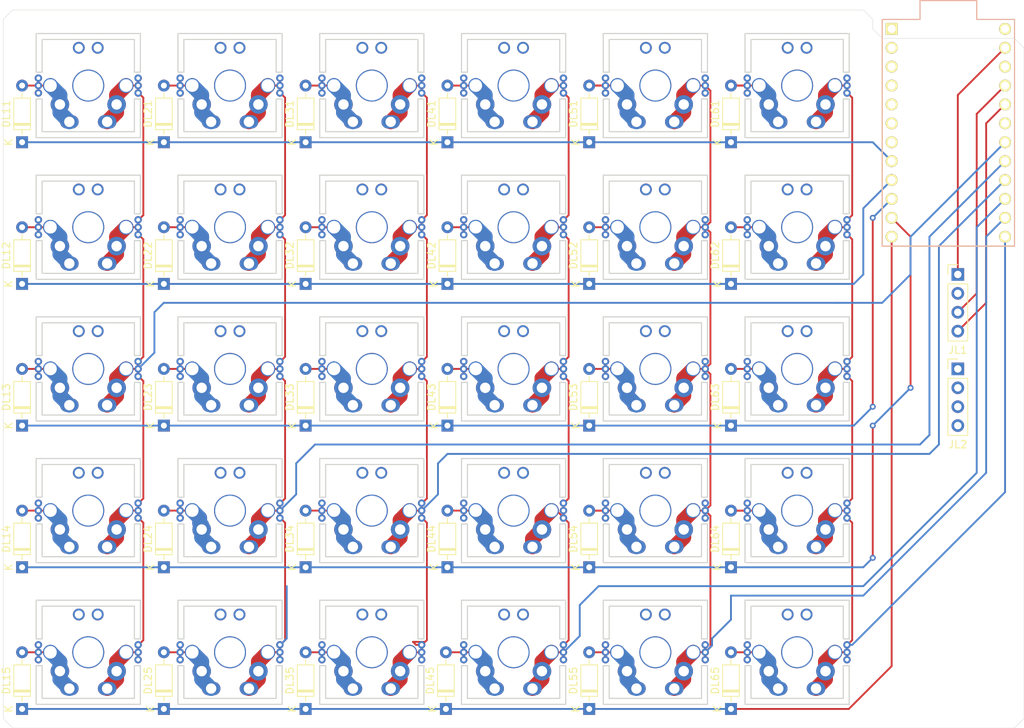
<source format=kicad_pcb>
(kicad_pcb (version 20171130) (host pcbnew "(5.1.9)-1")
  (layers (0 F.Cu signal) (31 B.Cu signal) (34 B.Paste user) (35 F.Paste user) (36 B.SilkS user) (37 F.SilkS user) (38 B.Mask user) (39 F.Mask user) (44 Edge.Cuts user))
  (net 0 "")
  (net 1 "Net-(DL11-Pad2)")
  (net 2 "Net-(DL11-Pad1)")
  (net 3 "Net-(DL12-Pad1)")
  (net 4 "Net-(DL12-Pad2)")
  (net 5 "Net-(DL13-Pad1)")
  (net 6 "Net-(DL13-Pad2)")
  (net 7 "Net-(DL14-Pad2)")
  (net 8 "Net-(DL14-Pad1)")
  (net 9 "Net-(DL15-Pad2)")
  (net 10 "Net-(DL15-Pad1)")
  (net 11 "Net-(DL21-Pad2)")
  (net 12 "Net-(DL22-Pad2)")
  (net 13 "Net-(DL23-Pad2)")
  (net 14 "Net-(DL24-Pad2)")
  (net 15 "Net-(DL25-Pad2)")
  (net 16 "Net-(DL31-Pad2)")
  (net 17 "Net-(DL32-Pad2)")
  (net 18 "Net-(DL33-Pad2)")
  (net 19 "Net-(DL34-Pad2)")
  (net 20 "Net-(DL35-Pad2)")
  (net 21 "Net-(DL41-Pad2)")
  (net 22 "Net-(DL42-Pad2)")
  (net 23 "Net-(DL43-Pad2)")
  (net 24 "Net-(DL44-Pad2)")
  (net 25 "Net-(DL45-Pad2)")
  (net 26 "Net-(DL51-Pad2)")
  (net 27 "Net-(DL52-Pad2)")
  (net 28 "Net-(DL53-Pad2)")
  (net 29 "Net-(DL54-Pad2)")
  (net 30 "Net-(DL55-Pad2)")
  (net 31 "Net-(DL61-Pad2)")
  (net 32 "Net-(DL62-Pad2)")
  (net 33 "Net-(DL63-Pad2)")
  (net 34 "Net-(DL64-Pad2)")
  (net 35 "Net-(DL65-Pad2)")
  (net 36 "Net-(JL1-Pad1)")
  (net 37 "Net-(JL1-Pad2)")
  (net 38 "Net-(JL1-Pad3)")
  (net 39 "Net-(JL1-Pad4)")
  (net 40 "Net-(KL1-Pad2)")
  (net 41 "Net-(KL2-Pad2)")
  (net 42 "Net-(KL3-Pad2)")
  (net 43 "Net-(KL4-Pad2)")
  (net 44 "Net-(KL5-Pad2)")
  (net 45 "Net-(KLFunc11-Pad2)")
  (net 46 "Net-(U1-Pad1)")
  (net 47 "Net-(U1-Pad2)")
  (net 48 "Net-(U1-Pad3)")
  (net 49 "Net-(U1-Pad4)")
  (net 50 "Net-(U1-Pad5)")
  (net 51 "Net-(U1-Pad6)")
  (net 52 "Net-(U1-Pad7)")
  (net 53 "Net-(U1-Pad19)")
  (net 54 "Net-(U1-Pad22)")
  (net 55 "Net-(U1-Pad24)")
  (module Connector_PinHeader_2.54mm:PinHeader_1x04_P2.54mm_Vertical (layer F.Cu) (at 152.4 71.12)
    (fp_text reference JL1 (at 0 10.16) (layer F.SilkS))
    (fp_text value Conn_01x04)
    (pad 4 thru_hole oval (at 0 7.62) (size 1.7 1.7) (drill 1) (layers *.Cu *.Mask) (net 39 "Net-(JL1-Pad4)"))
    (pad 3 thru_hole oval (at 0 5.08) (size 1.7 1.7) (drill 1) (layers *.Cu *.Mask) (net 38 "Net-(JL1-Pad3)"))
    (pad 2 thru_hole oval (at 0 2.54) (size 1.7 1.7) (drill 1) (layers *.Cu *.Mask) (net 37 "Net-(JL1-Pad2)"))
    (pad 1 thru_hole rect (at 0 0) (size 1.7 1.7) (drill 1) (layers *.Cu *.Mask) (net 36 "Net-(JL1-Pad1)"))
  )
  (module Connector_PinHeader_2.54mm:PinHeader_1x04_P2.54mm_Vertical (layer F.Cu) (at 152.4 83.82)
    (fp_text reference JL2 (at 0 10.16) (layer F.SilkS))
    (fp_text value Conn_01x04)
    (pad 4 thru_hole oval (at 0 7.62) (size 1.7 1.7) (drill 1) (layers *.Cu *.Mask))
    (pad 3 thru_hole oval (at 0 5.08) (size 1.7 1.7) (drill 1) (layers *.Cu *.Mask))
    (pad 2 thru_hole oval (at 0 2.54) (size 1.7 1.7) (drill 1) (layers *.Cu *.Mask))
    (pad 1 thru_hole rect (at 0 0) (size 1.7 1.7) (drill 1) (layers *.Cu *.Mask))
  )
  (module pcb:cherry (layer F.Cu) (at 54.61 102.87)
    (fp_text reference KLZ1)
    (fp_text value SW_Push hide)
    (pad 1 thru_hole circle (at -6.7 -1) (size 1 1) (drill 0.5) (layers *.Cu *.Paste *.Mask) (net 14 "Net-(DL24-Pad2)"))
    (pad 1 thru_hole circle (at -6.7 1) (size 1 1) (drill 0.5) (layers *.Cu *.Paste *.Mask) (net 14 "Net-(DL24-Pad2)"))
    (pad 1 thru_hole circle (at -6.7 0) (size 1 1) (drill 0.5) (layers *.Cu *.Paste *.Mask) (net 14 "Net-(DL24-Pad2)"))
    (pad 2 thru_hole oval (at 2.54 4.8768) (size 2.5 1.8) (drill 1.4) (layers *.Cu *.Paste *.Mask) (net 40 "Net-(KL1-Pad2)"))
    (pad 1 thru_hole circle (at -3.81 2.54) (size 2.5 2.5) (drill 1.4) (layers *.Cu *.Paste *.Mask) (net 14 "Net-(DL24-Pad2)"))
    (pad 1 thru_hole oval (at -2.54 4.8768) (size 2.5 1.8) (drill 1.4) (layers *.Cu *.Paste *.Mask) (net 14 "Net-(DL24-Pad2)"))
    (pad 2 thru_hole circle (at 3.81 2.54) (size 2.5 2.5) (drill 1.4) (layers *.Cu *.Paste *.Mask) (net 40 "Net-(KL1-Pad2)"))
    (pad 1 thru_hole circle (at -5.08 0) (size 2 2) (drill 1.7018) (layers *.Cu *.Paste *.Mask) (net 14 "Net-(DL24-Pad2)"))
    (pad 2 thru_hole circle (at 5.08 0) (size 2 2) (drill 1.7018) (layers *.Cu *.Paste *.Mask) (net 40 "Net-(KL1-Pad2)"))
    (pad 0 thru_hole circle (at 0 0) (size 4.3 4.3) (drill 3.9878) (layers *.Cu *.Paste *.Mask))
    (pad 2 thru_hole circle (at 6.7 0 180) (size 1 1) (drill 0.5) (layers *.Cu *.Paste *.Mask) (net 40 "Net-(KL1-Pad2)"))
    (pad 2 thru_hole circle (at 6.7 -1 180) (size 1 1) (drill 0.5) (layers *.Cu *.Paste *.Mask) (net 40 "Net-(KL1-Pad2)"))
    (pad 2 thru_hole circle (at 6.7 1 180) (size 1 1) (drill 0.5) (layers *.Cu *.Paste *.Mask) (net 40 "Net-(KL1-Pad2)"))
    (pad 0 thru_hole circle (at 1.27 -5.08) (size 1.6 1.6) (drill 1.1) (layers *.Cu *.Paste *.Mask))
    (pad 0 thru_hole circle (at -1.27 -5.08) (size 1.6 1.6) (drill 1.1) (layers *.Cu *.Paste *.Mask))
  )
  (module pcb:cherry (layer F.Cu) (at 73.66 102.87)
    (fp_text reference KLX1)
    (fp_text value SW_Push hide)
    (pad 1 thru_hole circle (at -6.7 -1) (size 1 1) (drill 0.5) (layers *.Cu *.Paste *.Mask) (net 19 "Net-(DL34-Pad2)"))
    (pad 1 thru_hole circle (at -6.7 1) (size 1 1) (drill 0.5) (layers *.Cu *.Paste *.Mask) (net 19 "Net-(DL34-Pad2)"))
    (pad 1 thru_hole circle (at -6.7 0) (size 1 1) (drill 0.5) (layers *.Cu *.Paste *.Mask) (net 19 "Net-(DL34-Pad2)"))
    (pad 2 thru_hole oval (at 2.54 4.8768) (size 2.5 1.8) (drill 1.4) (layers *.Cu *.Paste *.Mask) (net 41 "Net-(KL2-Pad2)"))
    (pad 1 thru_hole circle (at -3.81 2.54) (size 2.5 2.5) (drill 1.4) (layers *.Cu *.Paste *.Mask) (net 19 "Net-(DL34-Pad2)"))
    (pad 1 thru_hole oval (at -2.54 4.8768) (size 2.5 1.8) (drill 1.4) (layers *.Cu *.Paste *.Mask) (net 19 "Net-(DL34-Pad2)"))
    (pad 2 thru_hole circle (at 3.81 2.54) (size 2.5 2.5) (drill 1.4) (layers *.Cu *.Paste *.Mask) (net 41 "Net-(KL2-Pad2)"))
    (pad 1 thru_hole circle (at -5.08 0) (size 2 2) (drill 1.7018) (layers *.Cu *.Paste *.Mask) (net 19 "Net-(DL34-Pad2)"))
    (pad 2 thru_hole circle (at 5.08 0) (size 2 2) (drill 1.7018) (layers *.Cu *.Paste *.Mask) (net 41 "Net-(KL2-Pad2)"))
    (pad 0 thru_hole circle (at 0 0) (size 4.3 4.3) (drill 3.9878) (layers *.Cu *.Paste *.Mask))
    (pad 2 thru_hole circle (at 6.7 0 180) (size 1 1) (drill 0.5) (layers *.Cu *.Paste *.Mask) (net 41 "Net-(KL2-Pad2)"))
    (pad 2 thru_hole circle (at 6.7 -1 180) (size 1 1) (drill 0.5) (layers *.Cu *.Paste *.Mask) (net 41 "Net-(KL2-Pad2)"))
    (pad 2 thru_hole circle (at 6.7 1 180) (size 1 1) (drill 0.5) (layers *.Cu *.Paste *.Mask) (net 41 "Net-(KL2-Pad2)"))
    (pad 0 thru_hole circle (at 1.27 -5.08) (size 1.6 1.6) (drill 1.1) (layers *.Cu *.Paste *.Mask))
    (pad 0 thru_hole circle (at -1.27 -5.08) (size 1.6 1.6) (drill 1.1) (layers *.Cu *.Paste *.Mask))
  )
  (module pcb:cherry (layer F.Cu) (at 73.66 64.77)
    (fp_text reference KLW1)
    (fp_text value SW_Push hide)
    (pad 1 thru_hole circle (at -6.7 -1) (size 1 1) (drill 0.5) (layers *.Cu *.Paste *.Mask) (net 17 "Net-(DL32-Pad2)"))
    (pad 1 thru_hole circle (at -6.7 1) (size 1 1) (drill 0.5) (layers *.Cu *.Paste *.Mask) (net 17 "Net-(DL32-Pad2)"))
    (pad 1 thru_hole circle (at -6.7 0) (size 1 1) (drill 0.5) (layers *.Cu *.Paste *.Mask) (net 17 "Net-(DL32-Pad2)"))
    (pad 2 thru_hole oval (at 2.54 4.8768) (size 2.5 1.8) (drill 1.4) (layers *.Cu *.Paste *.Mask) (net 41 "Net-(KL2-Pad2)"))
    (pad 1 thru_hole circle (at -3.81 2.54) (size 2.5 2.5) (drill 1.4) (layers *.Cu *.Paste *.Mask) (net 17 "Net-(DL32-Pad2)"))
    (pad 1 thru_hole oval (at -2.54 4.8768) (size 2.5 1.8) (drill 1.4) (layers *.Cu *.Paste *.Mask) (net 17 "Net-(DL32-Pad2)"))
    (pad 2 thru_hole circle (at 3.81 2.54) (size 2.5 2.5) (drill 1.4) (layers *.Cu *.Paste *.Mask) (net 41 "Net-(KL2-Pad2)"))
    (pad 1 thru_hole circle (at -5.08 0) (size 2 2) (drill 1.7018) (layers *.Cu *.Paste *.Mask) (net 17 "Net-(DL32-Pad2)"))
    (pad 2 thru_hole circle (at 5.08 0) (size 2 2) (drill 1.7018) (layers *.Cu *.Paste *.Mask) (net 41 "Net-(KL2-Pad2)"))
    (pad 0 thru_hole circle (at 0 0) (size 4.3 4.3) (drill 3.9878) (layers *.Cu *.Paste *.Mask))
    (pad 2 thru_hole circle (at 6.7 0 180) (size 1 1) (drill 0.5) (layers *.Cu *.Paste *.Mask) (net 41 "Net-(KL2-Pad2)"))
    (pad 2 thru_hole circle (at 6.7 -1 180) (size 1 1) (drill 0.5) (layers *.Cu *.Paste *.Mask) (net 41 "Net-(KL2-Pad2)"))
    (pad 2 thru_hole circle (at 6.7 1 180) (size 1 1) (drill 0.5) (layers *.Cu *.Paste *.Mask) (net 41 "Net-(KL2-Pad2)"))
    (pad 0 thru_hole circle (at 1.27 -5.08) (size 1.6 1.6) (drill 1.1) (layers *.Cu *.Paste *.Mask))
    (pad 0 thru_hole circle (at -1.27 -5.08) (size 1.6 1.6) (drill 1.1) (layers *.Cu *.Paste *.Mask))
  )
  (module pcb:cherry (layer F.Cu) (at 111.76 102.87)
    (fp_text reference KLV1)
    (fp_text value SW_Push hide)
    (pad 1 thru_hole circle (at -6.7 -1) (size 1 1) (drill 0.5) (layers *.Cu *.Paste *.Mask) (net 29 "Net-(DL54-Pad2)"))
    (pad 1 thru_hole circle (at -6.7 1) (size 1 1) (drill 0.5) (layers *.Cu *.Paste *.Mask) (net 29 "Net-(DL54-Pad2)"))
    (pad 1 thru_hole circle (at -6.7 0) (size 1 1) (drill 0.5) (layers *.Cu *.Paste *.Mask) (net 29 "Net-(DL54-Pad2)"))
    (pad 2 thru_hole oval (at 2.54 4.8768) (size 2.5 1.8) (drill 1.4) (layers *.Cu *.Paste *.Mask) (net 43 "Net-(KL4-Pad2)"))
    (pad 1 thru_hole circle (at -3.81 2.54) (size 2.5 2.5) (drill 1.4) (layers *.Cu *.Paste *.Mask) (net 29 "Net-(DL54-Pad2)"))
    (pad 1 thru_hole oval (at -2.54 4.8768) (size 2.5 1.8) (drill 1.4) (layers *.Cu *.Paste *.Mask) (net 29 "Net-(DL54-Pad2)"))
    (pad 2 thru_hole circle (at 3.81 2.54) (size 2.5 2.5) (drill 1.4) (layers *.Cu *.Paste *.Mask) (net 43 "Net-(KL4-Pad2)"))
    (pad 1 thru_hole circle (at -5.08 0) (size 2 2) (drill 1.7018) (layers *.Cu *.Paste *.Mask) (net 29 "Net-(DL54-Pad2)"))
    (pad 2 thru_hole circle (at 5.08 0) (size 2 2) (drill 1.7018) (layers *.Cu *.Paste *.Mask) (net 43 "Net-(KL4-Pad2)"))
    (pad 0 thru_hole circle (at 0 0) (size 4.3 4.3) (drill 3.9878) (layers *.Cu *.Paste *.Mask))
    (pad 2 thru_hole circle (at 6.7 0 180) (size 1 1) (drill 0.5) (layers *.Cu *.Paste *.Mask) (net 43 "Net-(KL4-Pad2)"))
    (pad 2 thru_hole circle (at 6.7 -1 180) (size 1 1) (drill 0.5) (layers *.Cu *.Paste *.Mask) (net 43 "Net-(KL4-Pad2)"))
    (pad 2 thru_hole circle (at 6.7 1 180) (size 1 1) (drill 0.5) (layers *.Cu *.Paste *.Mask) (net 43 "Net-(KL4-Pad2)"))
    (pad 0 thru_hole circle (at 1.27 -5.08) (size 1.6 1.6) (drill 1.1) (layers *.Cu *.Paste *.Mask))
    (pad 0 thru_hole circle (at -1.27 -5.08) (size 1.6 1.6) (drill 1.1) (layers *.Cu *.Paste *.Mask))
  )
  (module pcb:cherry (layer F.Cu) (at 111.76 64.77)
    (fp_text reference KLR1)
    (fp_text value SW_Push hide)
    (pad 1 thru_hole circle (at -6.7 -1) (size 1 1) (drill 0.5) (layers *.Cu *.Paste *.Mask) (net 27 "Net-(DL52-Pad2)"))
    (pad 1 thru_hole circle (at -6.7 1) (size 1 1) (drill 0.5) (layers *.Cu *.Paste *.Mask) (net 27 "Net-(DL52-Pad2)"))
    (pad 1 thru_hole circle (at -6.7 0) (size 1 1) (drill 0.5) (layers *.Cu *.Paste *.Mask) (net 27 "Net-(DL52-Pad2)"))
    (pad 2 thru_hole oval (at 2.54 4.8768) (size 2.5 1.8) (drill 1.4) (layers *.Cu *.Paste *.Mask) (net 43 "Net-(KL4-Pad2)"))
    (pad 1 thru_hole circle (at -3.81 2.54) (size 2.5 2.5) (drill 1.4) (layers *.Cu *.Paste *.Mask) (net 27 "Net-(DL52-Pad2)"))
    (pad 1 thru_hole oval (at -2.54 4.8768) (size 2.5 1.8) (drill 1.4) (layers *.Cu *.Paste *.Mask) (net 27 "Net-(DL52-Pad2)"))
    (pad 2 thru_hole circle (at 3.81 2.54) (size 2.5 2.5) (drill 1.4) (layers *.Cu *.Paste *.Mask) (net 43 "Net-(KL4-Pad2)"))
    (pad 1 thru_hole circle (at -5.08 0) (size 2 2) (drill 1.7018) (layers *.Cu *.Paste *.Mask) (net 27 "Net-(DL52-Pad2)"))
    (pad 2 thru_hole circle (at 5.08 0) (size 2 2) (drill 1.7018) (layers *.Cu *.Paste *.Mask) (net 43 "Net-(KL4-Pad2)"))
    (pad 0 thru_hole circle (at 0 0) (size 4.3 4.3) (drill 3.9878) (layers *.Cu *.Paste *.Mask))
    (pad 2 thru_hole circle (at 6.7 0 180) (size 1 1) (drill 0.5) (layers *.Cu *.Paste *.Mask) (net 43 "Net-(KL4-Pad2)"))
    (pad 2 thru_hole circle (at 6.7 -1 180) (size 1 1) (drill 0.5) (layers *.Cu *.Paste *.Mask) (net 43 "Net-(KL4-Pad2)"))
    (pad 2 thru_hole circle (at 6.7 1 180) (size 1 1) (drill 0.5) (layers *.Cu *.Paste *.Mask) (net 43 "Net-(KL4-Pad2)"))
    (pad 0 thru_hole circle (at 1.27 -5.08) (size 1.6 1.6) (drill 1.1) (layers *.Cu *.Paste *.Mask))
    (pad 0 thru_hole circle (at -1.27 -5.08) (size 1.6 1.6) (drill 1.1) (layers *.Cu *.Paste *.Mask))
  )
  (module pcb:cherry (layer F.Cu) (at 54.61 64.77)
    (fp_text reference KLQ1)
    (fp_text value SW_Push hide)
    (pad 1 thru_hole circle (at -6.7 -1) (size 1 1) (drill 0.5) (layers *.Cu *.Paste *.Mask) (net 12 "Net-(DL22-Pad2)"))
    (pad 1 thru_hole circle (at -6.7 1) (size 1 1) (drill 0.5) (layers *.Cu *.Paste *.Mask) (net 12 "Net-(DL22-Pad2)"))
    (pad 1 thru_hole circle (at -6.7 0) (size 1 1) (drill 0.5) (layers *.Cu *.Paste *.Mask) (net 12 "Net-(DL22-Pad2)"))
    (pad 2 thru_hole oval (at 2.54 4.8768) (size 2.5 1.8) (drill 1.4) (layers *.Cu *.Paste *.Mask) (net 40 "Net-(KL1-Pad2)"))
    (pad 1 thru_hole circle (at -3.81 2.54) (size 2.5 2.5) (drill 1.4) (layers *.Cu *.Paste *.Mask) (net 12 "Net-(DL22-Pad2)"))
    (pad 1 thru_hole oval (at -2.54 4.8768) (size 2.5 1.8) (drill 1.4) (layers *.Cu *.Paste *.Mask) (net 12 "Net-(DL22-Pad2)"))
    (pad 2 thru_hole circle (at 3.81 2.54) (size 2.5 2.5) (drill 1.4) (layers *.Cu *.Paste *.Mask) (net 40 "Net-(KL1-Pad2)"))
    (pad 1 thru_hole circle (at -5.08 0) (size 2 2) (drill 1.7018) (layers *.Cu *.Paste *.Mask) (net 12 "Net-(DL22-Pad2)"))
    (pad 2 thru_hole circle (at 5.08 0) (size 2 2) (drill 1.7018) (layers *.Cu *.Paste *.Mask) (net 40 "Net-(KL1-Pad2)"))
    (pad 0 thru_hole circle (at 0 0) (size 4.3 4.3) (drill 3.9878) (layers *.Cu *.Paste *.Mask))
    (pad 2 thru_hole circle (at 6.7 0 180) (size 1 1) (drill 0.5) (layers *.Cu *.Paste *.Mask) (net 40 "Net-(KL1-Pad2)"))
    (pad 2 thru_hole circle (at 6.7 -1 180) (size 1 1) (drill 0.5) (layers *.Cu *.Paste *.Mask) (net 40 "Net-(KL1-Pad2)"))
    (pad 2 thru_hole circle (at 6.7 1 180) (size 1 1) (drill 0.5) (layers *.Cu *.Paste *.Mask) (net 40 "Net-(KL1-Pad2)"))
    (pad 0 thru_hole circle (at 1.27 -5.08) (size 1.6 1.6) (drill 1.1) (layers *.Cu *.Paste *.Mask))
    (pad 0 thru_hole circle (at -1.27 -5.08) (size 1.6 1.6) (drill 1.1) (layers *.Cu *.Paste *.Mask))
  )
  (module pcb:cherry (layer F.Cu) (at 130.81 121.92)
    (fp_text reference KLFunc65)
    (fp_text value SW_Push hide)
    (pad 1 thru_hole circle (at -6.7 -1) (size 1 1) (drill 0.5) (layers *.Cu *.Paste *.Mask) (net 35 "Net-(DL65-Pad2)"))
    (pad 1 thru_hole circle (at -6.7 1) (size 1 1) (drill 0.5) (layers *.Cu *.Paste *.Mask) (net 35 "Net-(DL65-Pad2)"))
    (pad 1 thru_hole circle (at -6.7 0) (size 1 1) (drill 0.5) (layers *.Cu *.Paste *.Mask) (net 35 "Net-(DL65-Pad2)"))
    (pad 2 thru_hole oval (at 2.54 4.8768) (size 2.5 1.8) (drill 1.4) (layers *.Cu *.Paste *.Mask) (net 44 "Net-(KL5-Pad2)"))
    (pad 1 thru_hole circle (at -3.81 2.54) (size 2.5 2.5) (drill 1.4) (layers *.Cu *.Paste *.Mask) (net 35 "Net-(DL65-Pad2)"))
    (pad 1 thru_hole oval (at -2.54 4.8768) (size 2.5 1.8) (drill 1.4) (layers *.Cu *.Paste *.Mask) (net 35 "Net-(DL65-Pad2)"))
    (pad 2 thru_hole circle (at 3.81 2.54) (size 2.5 2.5) (drill 1.4) (layers *.Cu *.Paste *.Mask) (net 44 "Net-(KL5-Pad2)"))
    (pad 1 thru_hole circle (at -5.08 0) (size 2 2) (drill 1.7018) (layers *.Cu *.Paste *.Mask) (net 35 "Net-(DL65-Pad2)"))
    (pad 2 thru_hole circle (at 5.08 0) (size 2 2) (drill 1.7018) (layers *.Cu *.Paste *.Mask) (net 44 "Net-(KL5-Pad2)"))
    (pad 0 thru_hole circle (at 0 0) (size 4.3 4.3) (drill 3.9878) (layers *.Cu *.Paste *.Mask))
    (pad 2 thru_hole circle (at 6.7 0 180) (size 1 1) (drill 0.5) (layers *.Cu *.Paste *.Mask) (net 44 "Net-(KL5-Pad2)"))
    (pad 2 thru_hole circle (at 6.7 -1 180) (size 1 1) (drill 0.5) (layers *.Cu *.Paste *.Mask) (net 44 "Net-(KL5-Pad2)"))
    (pad 2 thru_hole circle (at 6.7 1 180) (size 1 1) (drill 0.5) (layers *.Cu *.Paste *.Mask) (net 44 "Net-(KL5-Pad2)"))
    (pad 0 thru_hole circle (at 1.27 -5.08) (size 1.6 1.6) (drill 1.1) (layers *.Cu *.Paste *.Mask))
    (pad 0 thru_hole circle (at -1.27 -5.08) (size 1.6 1.6) (drill 1.1) (layers *.Cu *.Paste *.Mask))
  )
  (module pcb:cherry (layer F.Cu) (at 111.76 121.92)
    (fp_text reference KLFunc55)
    (fp_text value SW_Push hide)
    (pad 1 thru_hole circle (at -6.7 -1) (size 1 1) (drill 0.5) (layers *.Cu *.Paste *.Mask) (net 30 "Net-(DL55-Pad2)"))
    (pad 1 thru_hole circle (at -6.7 1) (size 1 1) (drill 0.5) (layers *.Cu *.Paste *.Mask) (net 30 "Net-(DL55-Pad2)"))
    (pad 1 thru_hole circle (at -6.7 0) (size 1 1) (drill 0.5) (layers *.Cu *.Paste *.Mask) (net 30 "Net-(DL55-Pad2)"))
    (pad 2 thru_hole oval (at 2.54 4.8768) (size 2.5 1.8) (drill 1.4) (layers *.Cu *.Paste *.Mask) (net 43 "Net-(KL4-Pad2)"))
    (pad 1 thru_hole circle (at -3.81 2.54) (size 2.5 2.5) (drill 1.4) (layers *.Cu *.Paste *.Mask) (net 30 "Net-(DL55-Pad2)"))
    (pad 1 thru_hole oval (at -2.54 4.8768) (size 2.5 1.8) (drill 1.4) (layers *.Cu *.Paste *.Mask) (net 30 "Net-(DL55-Pad2)"))
    (pad 2 thru_hole circle (at 3.81 2.54) (size 2.5 2.5) (drill 1.4) (layers *.Cu *.Paste *.Mask) (net 43 "Net-(KL4-Pad2)"))
    (pad 1 thru_hole circle (at -5.08 0) (size 2 2) (drill 1.7018) (layers *.Cu *.Paste *.Mask) (net 30 "Net-(DL55-Pad2)"))
    (pad 2 thru_hole circle (at 5.08 0) (size 2 2) (drill 1.7018) (layers *.Cu *.Paste *.Mask) (net 43 "Net-(KL4-Pad2)"))
    (pad 0 thru_hole circle (at 0 0) (size 4.3 4.3) (drill 3.9878) (layers *.Cu *.Paste *.Mask))
    (pad 2 thru_hole circle (at 6.7 0 180) (size 1 1) (drill 0.5) (layers *.Cu *.Paste *.Mask) (net 43 "Net-(KL4-Pad2)"))
    (pad 2 thru_hole circle (at 6.7 -1 180) (size 1 1) (drill 0.5) (layers *.Cu *.Paste *.Mask) (net 43 "Net-(KL4-Pad2)"))
    (pad 2 thru_hole circle (at 6.7 1 180) (size 1 1) (drill 0.5) (layers *.Cu *.Paste *.Mask) (net 43 "Net-(KL4-Pad2)"))
    (pad 0 thru_hole circle (at 1.27 -5.08) (size 1.6 1.6) (drill 1.1) (layers *.Cu *.Paste *.Mask))
    (pad 0 thru_hole circle (at -1.27 -5.08) (size 1.6 1.6) (drill 1.1) (layers *.Cu *.Paste *.Mask))
  )
  (module pcb:cherry (layer F.Cu) (at 73.66 121.92)
    (fp_text reference KLFunc35)
    (fp_text value SW_Push hide)
    (pad 1 thru_hole circle (at -6.7 -1) (size 1 1) (drill 0.5) (layers *.Cu *.Paste *.Mask) (net 20 "Net-(DL35-Pad2)"))
    (pad 1 thru_hole circle (at -6.7 1) (size 1 1) (drill 0.5) (layers *.Cu *.Paste *.Mask) (net 20 "Net-(DL35-Pad2)"))
    (pad 1 thru_hole circle (at -6.7 0) (size 1 1) (drill 0.5) (layers *.Cu *.Paste *.Mask) (net 20 "Net-(DL35-Pad2)"))
    (pad 2 thru_hole oval (at 2.54 4.8768) (size 2.5 1.8) (drill 1.4) (layers *.Cu *.Paste *.Mask) (net 41 "Net-(KL2-Pad2)"))
    (pad 1 thru_hole circle (at -3.81 2.54) (size 2.5 2.5) (drill 1.4) (layers *.Cu *.Paste *.Mask) (net 20 "Net-(DL35-Pad2)"))
    (pad 1 thru_hole oval (at -2.54 4.8768) (size 2.5 1.8) (drill 1.4) (layers *.Cu *.Paste *.Mask) (net 20 "Net-(DL35-Pad2)"))
    (pad 2 thru_hole circle (at 3.81 2.54) (size 2.5 2.5) (drill 1.4) (layers *.Cu *.Paste *.Mask) (net 41 "Net-(KL2-Pad2)"))
    (pad 1 thru_hole circle (at -5.08 0) (size 2 2) (drill 1.7018) (layers *.Cu *.Paste *.Mask) (net 20 "Net-(DL35-Pad2)"))
    (pad 2 thru_hole circle (at 5.08 0) (size 2 2) (drill 1.7018) (layers *.Cu *.Paste *.Mask) (net 41 "Net-(KL2-Pad2)"))
    (pad 0 thru_hole circle (at 0 0) (size 4.3 4.3) (drill 3.9878) (layers *.Cu *.Paste *.Mask))
    (pad 2 thru_hole circle (at 6.7 0 180) (size 1 1) (drill 0.5) (layers *.Cu *.Paste *.Mask) (net 41 "Net-(KL2-Pad2)"))
    (pad 2 thru_hole circle (at 6.7 -1 180) (size 1 1) (drill 0.5) (layers *.Cu *.Paste *.Mask) (net 41 "Net-(KL2-Pad2)"))
    (pad 2 thru_hole circle (at 6.7 1 180) (size 1 1) (drill 0.5) (layers *.Cu *.Paste *.Mask) (net 41 "Net-(KL2-Pad2)"))
    (pad 0 thru_hole circle (at 1.27 -5.08) (size 1.6 1.6) (drill 1.1) (layers *.Cu *.Paste *.Mask))
    (pad 0 thru_hole circle (at -1.27 -5.08) (size 1.6 1.6) (drill 1.1) (layers *.Cu *.Paste *.Mask))
  )
  (module pcb:cherry (layer F.Cu) (at 54.61 121.92)
    (fp_text reference KLFunc25)
    (fp_text value SW_Push hide)
    (pad 1 thru_hole circle (at -6.7 -1) (size 1 1) (drill 0.5) (layers *.Cu *.Paste *.Mask) (net 15 "Net-(DL25-Pad2)"))
    (pad 1 thru_hole circle (at -6.7 1) (size 1 1) (drill 0.5) (layers *.Cu *.Paste *.Mask) (net 15 "Net-(DL25-Pad2)"))
    (pad 1 thru_hole circle (at -6.7 0) (size 1 1) (drill 0.5) (layers *.Cu *.Paste *.Mask) (net 15 "Net-(DL25-Pad2)"))
    (pad 2 thru_hole oval (at 2.54 4.8768) (size 2.5 1.8) (drill 1.4) (layers *.Cu *.Paste *.Mask) (net 40 "Net-(KL1-Pad2)"))
    (pad 1 thru_hole circle (at -3.81 2.54) (size 2.5 2.5) (drill 1.4) (layers *.Cu *.Paste *.Mask) (net 15 "Net-(DL25-Pad2)"))
    (pad 1 thru_hole oval (at -2.54 4.8768) (size 2.5 1.8) (drill 1.4) (layers *.Cu *.Paste *.Mask) (net 15 "Net-(DL25-Pad2)"))
    (pad 2 thru_hole circle (at 3.81 2.54) (size 2.5 2.5) (drill 1.4) (layers *.Cu *.Paste *.Mask) (net 40 "Net-(KL1-Pad2)"))
    (pad 1 thru_hole circle (at -5.08 0) (size 2 2) (drill 1.7018) (layers *.Cu *.Paste *.Mask) (net 15 "Net-(DL25-Pad2)"))
    (pad 2 thru_hole circle (at 5.08 0) (size 2 2) (drill 1.7018) (layers *.Cu *.Paste *.Mask) (net 40 "Net-(KL1-Pad2)"))
    (pad 0 thru_hole circle (at 0 0) (size 4.3 4.3) (drill 3.9878) (layers *.Cu *.Paste *.Mask))
    (pad 2 thru_hole circle (at 6.7 0 180) (size 1 1) (drill 0.5) (layers *.Cu *.Paste *.Mask) (net 40 "Net-(KL1-Pad2)"))
    (pad 2 thru_hole circle (at 6.7 -1 180) (size 1 1) (drill 0.5) (layers *.Cu *.Paste *.Mask) (net 40 "Net-(KL1-Pad2)"))
    (pad 2 thru_hole circle (at 6.7 1 180) (size 1 1) (drill 0.5) (layers *.Cu *.Paste *.Mask) (net 40 "Net-(KL1-Pad2)"))
    (pad 0 thru_hole circle (at 1.27 -5.08) (size 1.6 1.6) (drill 1.1) (layers *.Cu *.Paste *.Mask))
    (pad 0 thru_hole circle (at -1.27 -5.08) (size 1.6 1.6) (drill 1.1) (layers *.Cu *.Paste *.Mask))
  )
  (module pcb:cherry (layer F.Cu) (at 35.56 121.92)
    (fp_text reference KLFunc15)
    (fp_text value SW_Push hide)
    (pad 1 thru_hole circle (at -6.7 -1) (size 1 1) (drill 0.5) (layers *.Cu *.Paste *.Mask) (net 9 "Net-(DL15-Pad2)"))
    (pad 1 thru_hole circle (at -6.7 1) (size 1 1) (drill 0.5) (layers *.Cu *.Paste *.Mask) (net 9 "Net-(DL15-Pad2)"))
    (pad 1 thru_hole circle (at -6.7 0) (size 1 1) (drill 0.5) (layers *.Cu *.Paste *.Mask) (net 9 "Net-(DL15-Pad2)"))
    (pad 2 thru_hole oval (at 2.54 4.8768) (size 2.5 1.8) (drill 1.4) (layers *.Cu *.Paste *.Mask) (net 45 "Net-(KLFunc11-Pad2)"))
    (pad 1 thru_hole circle (at -3.81 2.54) (size 2.5 2.5) (drill 1.4) (layers *.Cu *.Paste *.Mask) (net 9 "Net-(DL15-Pad2)"))
    (pad 1 thru_hole oval (at -2.54 4.8768) (size 2.5 1.8) (drill 1.4) (layers *.Cu *.Paste *.Mask) (net 9 "Net-(DL15-Pad2)"))
    (pad 2 thru_hole circle (at 3.81 2.54) (size 2.5 2.5) (drill 1.4) (layers *.Cu *.Paste *.Mask) (net 45 "Net-(KLFunc11-Pad2)"))
    (pad 1 thru_hole circle (at -5.08 0) (size 2 2) (drill 1.7018) (layers *.Cu *.Paste *.Mask) (net 9 "Net-(DL15-Pad2)"))
    (pad 2 thru_hole circle (at 5.08 0) (size 2 2) (drill 1.7018) (layers *.Cu *.Paste *.Mask) (net 45 "Net-(KLFunc11-Pad2)"))
    (pad 0 thru_hole circle (at 0 0) (size 4.3 4.3) (drill 3.9878) (layers *.Cu *.Paste *.Mask))
    (pad 2 thru_hole circle (at 6.7 0 180) (size 1 1) (drill 0.5) (layers *.Cu *.Paste *.Mask) (net 45 "Net-(KLFunc11-Pad2)"))
    (pad 2 thru_hole circle (at 6.7 -1 180) (size 1 1) (drill 0.5) (layers *.Cu *.Paste *.Mask) (net 45 "Net-(KLFunc11-Pad2)"))
    (pad 2 thru_hole circle (at 6.7 1 180) (size 1 1) (drill 0.5) (layers *.Cu *.Paste *.Mask) (net 45 "Net-(KLFunc11-Pad2)"))
    (pad 0 thru_hole circle (at 1.27 -5.08) (size 1.6 1.6) (drill 1.1) (layers *.Cu *.Paste *.Mask))
    (pad 0 thru_hole circle (at -1.27 -5.08) (size 1.6 1.6) (drill 1.1) (layers *.Cu *.Paste *.Mask))
  )
  (module pcb:cherry (layer F.Cu) (at 35.56 102.87)
    (fp_text reference KLFunc14)
    (fp_text value SW_Push hide)
    (pad 1 thru_hole circle (at -6.7 -1) (size 1 1) (drill 0.5) (layers *.Cu *.Paste *.Mask) (net 7 "Net-(DL14-Pad2)"))
    (pad 1 thru_hole circle (at -6.7 1) (size 1 1) (drill 0.5) (layers *.Cu *.Paste *.Mask) (net 7 "Net-(DL14-Pad2)"))
    (pad 1 thru_hole circle (at -6.7 0) (size 1 1) (drill 0.5) (layers *.Cu *.Paste *.Mask) (net 7 "Net-(DL14-Pad2)"))
    (pad 2 thru_hole oval (at 2.54 4.8768) (size 2.5 1.8) (drill 1.4) (layers *.Cu *.Paste *.Mask) (net 45 "Net-(KLFunc11-Pad2)"))
    (pad 1 thru_hole circle (at -3.81 2.54) (size 2.5 2.5) (drill 1.4) (layers *.Cu *.Paste *.Mask) (net 7 "Net-(DL14-Pad2)"))
    (pad 1 thru_hole oval (at -2.54 4.8768) (size 2.5 1.8) (drill 1.4) (layers *.Cu *.Paste *.Mask) (net 7 "Net-(DL14-Pad2)"))
    (pad 2 thru_hole circle (at 3.81 2.54) (size 2.5 2.5) (drill 1.4) (layers *.Cu *.Paste *.Mask) (net 45 "Net-(KLFunc11-Pad2)"))
    (pad 1 thru_hole circle (at -5.08 0) (size 2 2) (drill 1.7018) (layers *.Cu *.Paste *.Mask) (net 7 "Net-(DL14-Pad2)"))
    (pad 2 thru_hole circle (at 5.08 0) (size 2 2) (drill 1.7018) (layers *.Cu *.Paste *.Mask) (net 45 "Net-(KLFunc11-Pad2)"))
    (pad 0 thru_hole circle (at 0 0) (size 4.3 4.3) (drill 3.9878) (layers *.Cu *.Paste *.Mask))
    (pad 2 thru_hole circle (at 6.7 0 180) (size 1 1) (drill 0.5) (layers *.Cu *.Paste *.Mask) (net 45 "Net-(KLFunc11-Pad2)"))
    (pad 2 thru_hole circle (at 6.7 -1 180) (size 1 1) (drill 0.5) (layers *.Cu *.Paste *.Mask) (net 45 "Net-(KLFunc11-Pad2)"))
    (pad 2 thru_hole circle (at 6.7 1 180) (size 1 1) (drill 0.5) (layers *.Cu *.Paste *.Mask) (net 45 "Net-(KLFunc11-Pad2)"))
    (pad 0 thru_hole circle (at 1.27 -5.08) (size 1.6 1.6) (drill 1.1) (layers *.Cu *.Paste *.Mask))
    (pad 0 thru_hole circle (at -1.27 -5.08) (size 1.6 1.6) (drill 1.1) (layers *.Cu *.Paste *.Mask))
  )
  (module pcb:cherry (layer F.Cu) (at 35.56 83.82)
    (fp_text reference KLFunc13)
    (fp_text value SW_Push hide)
    (pad 1 thru_hole circle (at -6.7 -1) (size 1 1) (drill 0.5) (layers *.Cu *.Paste *.Mask) (net 6 "Net-(DL13-Pad2)"))
    (pad 1 thru_hole circle (at -6.7 1) (size 1 1) (drill 0.5) (layers *.Cu *.Paste *.Mask) (net 6 "Net-(DL13-Pad2)"))
    (pad 1 thru_hole circle (at -6.7 0) (size 1 1) (drill 0.5) (layers *.Cu *.Paste *.Mask) (net 6 "Net-(DL13-Pad2)"))
    (pad 2 thru_hole oval (at 2.54 4.8768) (size 2.5 1.8) (drill 1.4) (layers *.Cu *.Paste *.Mask) (net 45 "Net-(KLFunc11-Pad2)"))
    (pad 1 thru_hole circle (at -3.81 2.54) (size 2.5 2.5) (drill 1.4) (layers *.Cu *.Paste *.Mask) (net 6 "Net-(DL13-Pad2)"))
    (pad 1 thru_hole oval (at -2.54 4.8768) (size 2.5 1.8) (drill 1.4) (layers *.Cu *.Paste *.Mask) (net 6 "Net-(DL13-Pad2)"))
    (pad 2 thru_hole circle (at 3.81 2.54) (size 2.5 2.5) (drill 1.4) (layers *.Cu *.Paste *.Mask) (net 45 "Net-(KLFunc11-Pad2)"))
    (pad 1 thru_hole circle (at -5.08 0) (size 2 2) (drill 1.7018) (layers *.Cu *.Paste *.Mask) (net 6 "Net-(DL13-Pad2)"))
    (pad 2 thru_hole circle (at 5.08 0) (size 2 2) (drill 1.7018) (layers *.Cu *.Paste *.Mask) (net 45 "Net-(KLFunc11-Pad2)"))
    (pad 0 thru_hole circle (at 0 0) (size 4.3 4.3) (drill 3.9878) (layers *.Cu *.Paste *.Mask))
    (pad 2 thru_hole circle (at 6.7 0 180) (size 1 1) (drill 0.5) (layers *.Cu *.Paste *.Mask) (net 45 "Net-(KLFunc11-Pad2)"))
    (pad 2 thru_hole circle (at 6.7 -1 180) (size 1 1) (drill 0.5) (layers *.Cu *.Paste *.Mask) (net 45 "Net-(KLFunc11-Pad2)"))
    (pad 2 thru_hole circle (at 6.7 1 180) (size 1 1) (drill 0.5) (layers *.Cu *.Paste *.Mask) (net 45 "Net-(KLFunc11-Pad2)"))
    (pad 0 thru_hole circle (at 1.27 -5.08) (size 1.6 1.6) (drill 1.1) (layers *.Cu *.Paste *.Mask))
    (pad 0 thru_hole circle (at -1.27 -5.08) (size 1.6 1.6) (drill 1.1) (layers *.Cu *.Paste *.Mask))
  )
  (module pcb:cherry (layer F.Cu) (at 35.56 64.77)
    (fp_text reference KLFunc12)
    (fp_text value SW_Push hide)
    (pad 1 thru_hole circle (at -6.7 -1) (size 1 1) (drill 0.5) (layers *.Cu *.Paste *.Mask) (net 4 "Net-(DL12-Pad2)"))
    (pad 1 thru_hole circle (at -6.7 1) (size 1 1) (drill 0.5) (layers *.Cu *.Paste *.Mask) (net 4 "Net-(DL12-Pad2)"))
    (pad 1 thru_hole circle (at -6.7 0) (size 1 1) (drill 0.5) (layers *.Cu *.Paste *.Mask) (net 4 "Net-(DL12-Pad2)"))
    (pad 2 thru_hole oval (at 2.54 4.8768) (size 2.5 1.8) (drill 1.4) (layers *.Cu *.Paste *.Mask) (net 45 "Net-(KLFunc11-Pad2)"))
    (pad 1 thru_hole circle (at -3.81 2.54) (size 2.5 2.5) (drill 1.4) (layers *.Cu *.Paste *.Mask) (net 4 "Net-(DL12-Pad2)"))
    (pad 1 thru_hole oval (at -2.54 4.8768) (size 2.5 1.8) (drill 1.4) (layers *.Cu *.Paste *.Mask) (net 4 "Net-(DL12-Pad2)"))
    (pad 2 thru_hole circle (at 3.81 2.54) (size 2.5 2.5) (drill 1.4) (layers *.Cu *.Paste *.Mask) (net 45 "Net-(KLFunc11-Pad2)"))
    (pad 1 thru_hole circle (at -5.08 0) (size 2 2) (drill 1.7018) (layers *.Cu *.Paste *.Mask) (net 4 "Net-(DL12-Pad2)"))
    (pad 2 thru_hole circle (at 5.08 0) (size 2 2) (drill 1.7018) (layers *.Cu *.Paste *.Mask) (net 45 "Net-(KLFunc11-Pad2)"))
    (pad 0 thru_hole circle (at 0 0) (size 4.3 4.3) (drill 3.9878) (layers *.Cu *.Paste *.Mask))
    (pad 2 thru_hole circle (at 6.7 0 180) (size 1 1) (drill 0.5) (layers *.Cu *.Paste *.Mask) (net 45 "Net-(KLFunc11-Pad2)"))
    (pad 2 thru_hole circle (at 6.7 -1 180) (size 1 1) (drill 0.5) (layers *.Cu *.Paste *.Mask) (net 45 "Net-(KLFunc11-Pad2)"))
    (pad 2 thru_hole circle (at 6.7 1 180) (size 1 1) (drill 0.5) (layers *.Cu *.Paste *.Mask) (net 45 "Net-(KLFunc11-Pad2)"))
    (pad 0 thru_hole circle (at 1.27 -5.08) (size 1.6 1.6) (drill 1.1) (layers *.Cu *.Paste *.Mask))
    (pad 0 thru_hole circle (at -1.27 -5.08) (size 1.6 1.6) (drill 1.1) (layers *.Cu *.Paste *.Mask))
  )
  (module pcb:cherry (layer F.Cu) (at 35.56 45.72)
    (fp_text reference KLFunc11)
    (fp_text value SW_Push hide)
    (pad 1 thru_hole circle (at -6.7 -1) (size 1 1) (drill 0.5) (layers *.Cu *.Paste *.Mask) (net 1 "Net-(DL11-Pad2)"))
    (pad 1 thru_hole circle (at -6.7 1) (size 1 1) (drill 0.5) (layers *.Cu *.Paste *.Mask) (net 1 "Net-(DL11-Pad2)"))
    (pad 1 thru_hole circle (at -6.7 0) (size 1 1) (drill 0.5) (layers *.Cu *.Paste *.Mask) (net 1 "Net-(DL11-Pad2)"))
    (pad 2 thru_hole oval (at 2.54 4.8768) (size 2.5 1.8) (drill 1.4) (layers *.Cu *.Paste *.Mask) (net 45 "Net-(KLFunc11-Pad2)"))
    (pad 1 thru_hole circle (at -3.81 2.54) (size 2.5 2.5) (drill 1.4) (layers *.Cu *.Paste *.Mask) (net 1 "Net-(DL11-Pad2)"))
    (pad 1 thru_hole oval (at -2.54 4.8768) (size 2.5 1.8) (drill 1.4) (layers *.Cu *.Paste *.Mask) (net 1 "Net-(DL11-Pad2)"))
    (pad 2 thru_hole circle (at 3.81 2.54) (size 2.5 2.5) (drill 1.4) (layers *.Cu *.Paste *.Mask) (net 45 "Net-(KLFunc11-Pad2)"))
    (pad 1 thru_hole circle (at -5.08 0) (size 2 2) (drill 1.7018) (layers *.Cu *.Paste *.Mask) (net 1 "Net-(DL11-Pad2)"))
    (pad 2 thru_hole circle (at 5.08 0) (size 2 2) (drill 1.7018) (layers *.Cu *.Paste *.Mask) (net 45 "Net-(KLFunc11-Pad2)"))
    (pad 0 thru_hole circle (at 0 0) (size 4.3 4.3) (drill 3.9878) (layers *.Cu *.Paste *.Mask))
    (pad 2 thru_hole circle (at 6.7 0 180) (size 1 1) (drill 0.5) (layers *.Cu *.Paste *.Mask) (net 45 "Net-(KLFunc11-Pad2)"))
    (pad 2 thru_hole circle (at 6.7 -1 180) (size 1 1) (drill 0.5) (layers *.Cu *.Paste *.Mask) (net 45 "Net-(KLFunc11-Pad2)"))
    (pad 2 thru_hole circle (at 6.7 1 180) (size 1 1) (drill 0.5) (layers *.Cu *.Paste *.Mask) (net 45 "Net-(KLFunc11-Pad2)"))
    (pad 0 thru_hole circle (at 1.27 -5.08) (size 1.6 1.6) (drill 1.1) (layers *.Cu *.Paste *.Mask))
    (pad 0 thru_hole circle (at -1.27 -5.08) (size 1.6 1.6) (drill 1.1) (layers *.Cu *.Paste *.Mask))
  )
  (module pcb:cherry (layer F.Cu) (at 111.76 83.82)
    (fp_text reference KLF1)
    (fp_text value SW_Push hide)
    (pad 1 thru_hole circle (at -6.7 -1) (size 1 1) (drill 0.5) (layers *.Cu *.Paste *.Mask) (net 28 "Net-(DL53-Pad2)"))
    (pad 1 thru_hole circle (at -6.7 1) (size 1 1) (drill 0.5) (layers *.Cu *.Paste *.Mask) (net 28 "Net-(DL53-Pad2)"))
    (pad 1 thru_hole circle (at -6.7 0) (size 1 1) (drill 0.5) (layers *.Cu *.Paste *.Mask) (net 28 "Net-(DL53-Pad2)"))
    (pad 2 thru_hole oval (at 2.54 4.8768) (size 2.5 1.8) (drill 1.4) (layers *.Cu *.Paste *.Mask) (net 43 "Net-(KL4-Pad2)"))
    (pad 1 thru_hole circle (at -3.81 2.54) (size 2.5 2.5) (drill 1.4) (layers *.Cu *.Paste *.Mask) (net 28 "Net-(DL53-Pad2)"))
    (pad 1 thru_hole oval (at -2.54 4.8768) (size 2.5 1.8) (drill 1.4) (layers *.Cu *.Paste *.Mask) (net 28 "Net-(DL53-Pad2)"))
    (pad 2 thru_hole circle (at 3.81 2.54) (size 2.5 2.5) (drill 1.4) (layers *.Cu *.Paste *.Mask) (net 43 "Net-(KL4-Pad2)"))
    (pad 1 thru_hole circle (at -5.08 0) (size 2 2) (drill 1.7018) (layers *.Cu *.Paste *.Mask) (net 28 "Net-(DL53-Pad2)"))
    (pad 2 thru_hole circle (at 5.08 0) (size 2 2) (drill 1.7018) (layers *.Cu *.Paste *.Mask) (net 43 "Net-(KL4-Pad2)"))
    (pad 0 thru_hole circle (at 0 0) (size 4.3 4.3) (drill 3.9878) (layers *.Cu *.Paste *.Mask))
    (pad 2 thru_hole circle (at 6.7 0 180) (size 1 1) (drill 0.5) (layers *.Cu *.Paste *.Mask) (net 43 "Net-(KL4-Pad2)"))
    (pad 2 thru_hole circle (at 6.7 -1 180) (size 1 1) (drill 0.5) (layers *.Cu *.Paste *.Mask) (net 43 "Net-(KL4-Pad2)"))
    (pad 2 thru_hole circle (at 6.7 1 180) (size 1 1) (drill 0.5) (layers *.Cu *.Paste *.Mask) (net 43 "Net-(KL4-Pad2)"))
    (pad 0 thru_hole circle (at 1.27 -5.08) (size 1.6 1.6) (drill 1.1) (layers *.Cu *.Paste *.Mask))
    (pad 0 thru_hole circle (at -1.27 -5.08) (size 1.6 1.6) (drill 1.1) (layers *.Cu *.Paste *.Mask))
  )
  (module pcb:cherry (layer F.Cu) (at 92.71 64.77)
    (fp_text reference KLE1)
    (fp_text value SW_Push hide)
    (pad 1 thru_hole circle (at -6.7 -1) (size 1 1) (drill 0.5) (layers *.Cu *.Paste *.Mask) (net 22 "Net-(DL42-Pad2)"))
    (pad 1 thru_hole circle (at -6.7 1) (size 1 1) (drill 0.5) (layers *.Cu *.Paste *.Mask) (net 22 "Net-(DL42-Pad2)"))
    (pad 1 thru_hole circle (at -6.7 0) (size 1 1) (drill 0.5) (layers *.Cu *.Paste *.Mask) (net 22 "Net-(DL42-Pad2)"))
    (pad 2 thru_hole oval (at 2.54 4.8768) (size 2.5 1.8) (drill 1.4) (layers *.Cu *.Paste *.Mask) (net 42 "Net-(KL3-Pad2)"))
    (pad 1 thru_hole circle (at -3.81 2.54) (size 2.5 2.5) (drill 1.4) (layers *.Cu *.Paste *.Mask) (net 22 "Net-(DL42-Pad2)"))
    (pad 1 thru_hole oval (at -2.54 4.8768) (size 2.5 1.8) (drill 1.4) (layers *.Cu *.Paste *.Mask) (net 22 "Net-(DL42-Pad2)"))
    (pad 2 thru_hole circle (at 3.81 2.54) (size 2.5 2.5) (drill 1.4) (layers *.Cu *.Paste *.Mask) (net 42 "Net-(KL3-Pad2)"))
    (pad 1 thru_hole circle (at -5.08 0) (size 2 2) (drill 1.7018) (layers *.Cu *.Paste *.Mask) (net 22 "Net-(DL42-Pad2)"))
    (pad 2 thru_hole circle (at 5.08 0) (size 2 2) (drill 1.7018) (layers *.Cu *.Paste *.Mask) (net 42 "Net-(KL3-Pad2)"))
    (pad 0 thru_hole circle (at 0 0) (size 4.3 4.3) (drill 3.9878) (layers *.Cu *.Paste *.Mask))
    (pad 2 thru_hole circle (at 6.7 0 180) (size 1 1) (drill 0.5) (layers *.Cu *.Paste *.Mask) (net 42 "Net-(KL3-Pad2)"))
    (pad 2 thru_hole circle (at 6.7 -1 180) (size 1 1) (drill 0.5) (layers *.Cu *.Paste *.Mask) (net 42 "Net-(KL3-Pad2)"))
    (pad 2 thru_hole circle (at 6.7 1 180) (size 1 1) (drill 0.5) (layers *.Cu *.Paste *.Mask) (net 42 "Net-(KL3-Pad2)"))
    (pad 0 thru_hole circle (at 1.27 -5.08) (size 1.6 1.6) (drill 1.1) (layers *.Cu *.Paste *.Mask))
    (pad 0 thru_hole circle (at -1.27 -5.08) (size 1.6 1.6) (drill 1.1) (layers *.Cu *.Paste *.Mask))
  )
  (module pcb:cherry (layer F.Cu) (at 92.71 83.82)
    (fp_text reference KLD1)
    (fp_text value SW_Push hide)
    (pad 1 thru_hole circle (at -6.7 -1) (size 1 1) (drill 0.5) (layers *.Cu *.Paste *.Mask) (net 23 "Net-(DL43-Pad2)"))
    (pad 1 thru_hole circle (at -6.7 1) (size 1 1) (drill 0.5) (layers *.Cu *.Paste *.Mask) (net 23 "Net-(DL43-Pad2)"))
    (pad 1 thru_hole circle (at -6.7 0) (size 1 1) (drill 0.5) (layers *.Cu *.Paste *.Mask) (net 23 "Net-(DL43-Pad2)"))
    (pad 2 thru_hole oval (at 2.54 4.8768) (size 2.5 1.8) (drill 1.4) (layers *.Cu *.Paste *.Mask) (net 42 "Net-(KL3-Pad2)"))
    (pad 1 thru_hole circle (at -3.81 2.54) (size 2.5 2.5) (drill 1.4) (layers *.Cu *.Paste *.Mask) (net 23 "Net-(DL43-Pad2)"))
    (pad 1 thru_hole oval (at -2.54 4.8768) (size 2.5 1.8) (drill 1.4) (layers *.Cu *.Paste *.Mask) (net 23 "Net-(DL43-Pad2)"))
    (pad 2 thru_hole circle (at 3.81 2.54) (size 2.5 2.5) (drill 1.4) (layers *.Cu *.Paste *.Mask) (net 42 "Net-(KL3-Pad2)"))
    (pad 1 thru_hole circle (at -5.08 0) (size 2 2) (drill 1.7018) (layers *.Cu *.Paste *.Mask) (net 23 "Net-(DL43-Pad2)"))
    (pad 2 thru_hole circle (at 5.08 0) (size 2 2) (drill 1.7018) (layers *.Cu *.Paste *.Mask) (net 42 "Net-(KL3-Pad2)"))
    (pad 0 thru_hole circle (at 0 0) (size 4.3 4.3) (drill 3.9878) (layers *.Cu *.Paste *.Mask))
    (pad 2 thru_hole circle (at 6.7 0 180) (size 1 1) (drill 0.5) (layers *.Cu *.Paste *.Mask) (net 42 "Net-(KL3-Pad2)"))
    (pad 2 thru_hole circle (at 6.7 -1 180) (size 1 1) (drill 0.5) (layers *.Cu *.Paste *.Mask) (net 42 "Net-(KL3-Pad2)"))
    (pad 2 thru_hole circle (at 6.7 1 180) (size 1 1) (drill 0.5) (layers *.Cu *.Paste *.Mask) (net 42 "Net-(KL3-Pad2)"))
    (pad 0 thru_hole circle (at 1.27 -5.08) (size 1.6 1.6) (drill 1.1) (layers *.Cu *.Paste *.Mask))
    (pad 0 thru_hole circle (at -1.27 -5.08) (size 1.6 1.6) (drill 1.1) (layers *.Cu *.Paste *.Mask))
  )
  (module pcb:cherry (layer F.Cu) (at 92.71 102.87)
    (fp_text reference KLC1)
    (fp_text value SW_Push hide)
    (pad 1 thru_hole circle (at -6.7 -1) (size 1 1) (drill 0.5) (layers *.Cu *.Paste *.Mask) (net 24 "Net-(DL44-Pad2)"))
    (pad 1 thru_hole circle (at -6.7 1) (size 1 1) (drill 0.5) (layers *.Cu *.Paste *.Mask) (net 24 "Net-(DL44-Pad2)"))
    (pad 1 thru_hole circle (at -6.7 0) (size 1 1) (drill 0.5) (layers *.Cu *.Paste *.Mask) (net 24 "Net-(DL44-Pad2)"))
    (pad 2 thru_hole oval (at 2.54 4.8768) (size 2.5 1.8) (drill 1.4) (layers *.Cu *.Paste *.Mask) (net 42 "Net-(KL3-Pad2)"))
    (pad 1 thru_hole circle (at -3.81 2.54) (size 2.5 2.5) (drill 1.4) (layers *.Cu *.Paste *.Mask) (net 24 "Net-(DL44-Pad2)"))
    (pad 1 thru_hole oval (at -2.54 4.8768) (size 2.5 1.8) (drill 1.4) (layers *.Cu *.Paste *.Mask) (net 24 "Net-(DL44-Pad2)"))
    (pad 2 thru_hole circle (at 3.81 2.54) (size 2.5 2.5) (drill 1.4) (layers *.Cu *.Paste *.Mask) (net 42 "Net-(KL3-Pad2)"))
    (pad 1 thru_hole circle (at -5.08 0) (size 2 2) (drill 1.7018) (layers *.Cu *.Paste *.Mask) (net 24 "Net-(DL44-Pad2)"))
    (pad 2 thru_hole circle (at 5.08 0) (size 2 2) (drill 1.7018) (layers *.Cu *.Paste *.Mask) (net 42 "Net-(KL3-Pad2)"))
    (pad 0 thru_hole circle (at 0 0) (size 4.3 4.3) (drill 3.9878) (layers *.Cu *.Paste *.Mask))
    (pad 2 thru_hole circle (at 6.7 0 180) (size 1 1) (drill 0.5) (layers *.Cu *.Paste *.Mask) (net 42 "Net-(KL3-Pad2)"))
    (pad 2 thru_hole circle (at 6.7 -1 180) (size 1 1) (drill 0.5) (layers *.Cu *.Paste *.Mask) (net 42 "Net-(KL3-Pad2)"))
    (pad 2 thru_hole circle (at 6.7 1 180) (size 1 1) (drill 0.5) (layers *.Cu *.Paste *.Mask) (net 42 "Net-(KL3-Pad2)"))
    (pad 0 thru_hole circle (at 1.27 -5.08) (size 1.6 1.6) (drill 1.1) (layers *.Cu *.Paste *.Mask))
    (pad 0 thru_hole circle (at -1.27 -5.08) (size 1.6 1.6) (drill 1.1) (layers *.Cu *.Paste *.Mask))
  )
  (module pcb:cherry (layer F.Cu) (at 130.81 102.87)
    (fp_text reference KLB1)
    (fp_text value SW_Push hide)
    (pad 1 thru_hole circle (at -6.7 -1) (size 1 1) (drill 0.5) (layers *.Cu *.Paste *.Mask) (net 34 "Net-(DL64-Pad2)"))
    (pad 1 thru_hole circle (at -6.7 1) (size 1 1) (drill 0.5) (layers *.Cu *.Paste *.Mask) (net 34 "Net-(DL64-Pad2)"))
    (pad 1 thru_hole circle (at -6.7 0) (size 1 1) (drill 0.5) (layers *.Cu *.Paste *.Mask) (net 34 "Net-(DL64-Pad2)"))
    (pad 2 thru_hole oval (at 2.54 4.8768) (size 2.5 1.8) (drill 1.4) (layers *.Cu *.Paste *.Mask) (net 44 "Net-(KL5-Pad2)"))
    (pad 1 thru_hole circle (at -3.81 2.54) (size 2.5 2.5) (drill 1.4) (layers *.Cu *.Paste *.Mask) (net 34 "Net-(DL64-Pad2)"))
    (pad 1 thru_hole oval (at -2.54 4.8768) (size 2.5 1.8) (drill 1.4) (layers *.Cu *.Paste *.Mask) (net 34 "Net-(DL64-Pad2)"))
    (pad 2 thru_hole circle (at 3.81 2.54) (size 2.5 2.5) (drill 1.4) (layers *.Cu *.Paste *.Mask) (net 44 "Net-(KL5-Pad2)"))
    (pad 1 thru_hole circle (at -5.08 0) (size 2 2) (drill 1.7018) (layers *.Cu *.Paste *.Mask) (net 34 "Net-(DL64-Pad2)"))
    (pad 2 thru_hole circle (at 5.08 0) (size 2 2) (drill 1.7018) (layers *.Cu *.Paste *.Mask) (net 44 "Net-(KL5-Pad2)"))
    (pad 0 thru_hole circle (at 0 0) (size 4.3 4.3) (drill 3.9878) (layers *.Cu *.Paste *.Mask))
    (pad 2 thru_hole circle (at 6.7 0 180) (size 1 1) (drill 0.5) (layers *.Cu *.Paste *.Mask) (net 44 "Net-(KL5-Pad2)"))
    (pad 2 thru_hole circle (at 6.7 -1 180) (size 1 1) (drill 0.5) (layers *.Cu *.Paste *.Mask) (net 44 "Net-(KL5-Pad2)"))
    (pad 2 thru_hole circle (at 6.7 1 180) (size 1 1) (drill 0.5) (layers *.Cu *.Paste *.Mask) (net 44 "Net-(KL5-Pad2)"))
    (pad 0 thru_hole circle (at 1.27 -5.08) (size 1.6 1.6) (drill 1.1) (layers *.Cu *.Paste *.Mask))
    (pad 0 thru_hole circle (at -1.27 -5.08) (size 1.6 1.6) (drill 1.1) (layers *.Cu *.Paste *.Mask))
  )
  (module pcb:cherry (layer F.Cu) (at 54.61 83.82)
    (fp_text reference KLA1)
    (fp_text value SW_Push hide)
    (pad 1 thru_hole circle (at -6.7 -1) (size 1 1) (drill 0.5) (layers *.Cu *.Paste *.Mask) (net 13 "Net-(DL23-Pad2)"))
    (pad 1 thru_hole circle (at -6.7 1) (size 1 1) (drill 0.5) (layers *.Cu *.Paste *.Mask) (net 13 "Net-(DL23-Pad2)"))
    (pad 1 thru_hole circle (at -6.7 0) (size 1 1) (drill 0.5) (layers *.Cu *.Paste *.Mask) (net 13 "Net-(DL23-Pad2)"))
    (pad 2 thru_hole oval (at 2.54 4.8768) (size 2.5 1.8) (drill 1.4) (layers *.Cu *.Paste *.Mask) (net 40 "Net-(KL1-Pad2)"))
    (pad 1 thru_hole circle (at -3.81 2.54) (size 2.5 2.5) (drill 1.4) (layers *.Cu *.Paste *.Mask) (net 13 "Net-(DL23-Pad2)"))
    (pad 1 thru_hole oval (at -2.54 4.8768) (size 2.5 1.8) (drill 1.4) (layers *.Cu *.Paste *.Mask) (net 13 "Net-(DL23-Pad2)"))
    (pad 2 thru_hole circle (at 3.81 2.54) (size 2.5 2.5) (drill 1.4) (layers *.Cu *.Paste *.Mask) (net 40 "Net-(KL1-Pad2)"))
    (pad 1 thru_hole circle (at -5.08 0) (size 2 2) (drill 1.7018) (layers *.Cu *.Paste *.Mask) (net 13 "Net-(DL23-Pad2)"))
    (pad 2 thru_hole circle (at 5.08 0) (size 2 2) (drill 1.7018) (layers *.Cu *.Paste *.Mask) (net 40 "Net-(KL1-Pad2)"))
    (pad 0 thru_hole circle (at 0 0) (size 4.3 4.3) (drill 3.9878) (layers *.Cu *.Paste *.Mask))
    (pad 2 thru_hole circle (at 6.7 0 180) (size 1 1) (drill 0.5) (layers *.Cu *.Paste *.Mask) (net 40 "Net-(KL1-Pad2)"))
    (pad 2 thru_hole circle (at 6.7 -1 180) (size 1 1) (drill 0.5) (layers *.Cu *.Paste *.Mask) (net 40 "Net-(KL1-Pad2)"))
    (pad 2 thru_hole circle (at 6.7 1 180) (size 1 1) (drill 0.5) (layers *.Cu *.Paste *.Mask) (net 40 "Net-(KL1-Pad2)"))
    (pad 0 thru_hole circle (at 1.27 -5.08) (size 1.6 1.6) (drill 1.1) (layers *.Cu *.Paste *.Mask))
    (pad 0 thru_hole circle (at -1.27 -5.08) (size 1.6 1.6) (drill 1.1) (layers *.Cu *.Paste *.Mask))
  )
  (module pcb:cherry (layer F.Cu) (at 111.76 45.72)
    (fp_text reference KL4)
    (fp_text value SW_Push hide)
    (pad 1 thru_hole circle (at -6.7 -1) (size 1 1) (drill 0.5) (layers *.Cu *.Paste *.Mask) (net 26 "Net-(DL51-Pad2)"))
    (pad 1 thru_hole circle (at -6.7 1) (size 1 1) (drill 0.5) (layers *.Cu *.Paste *.Mask) (net 26 "Net-(DL51-Pad2)"))
    (pad 1 thru_hole circle (at -6.7 0) (size 1 1) (drill 0.5) (layers *.Cu *.Paste *.Mask) (net 26 "Net-(DL51-Pad2)"))
    (pad 2 thru_hole oval (at 2.54 4.8768) (size 2.5 1.8) (drill 1.4) (layers *.Cu *.Paste *.Mask) (net 43 "Net-(KL4-Pad2)"))
    (pad 1 thru_hole circle (at -3.81 2.54) (size 2.5 2.5) (drill 1.4) (layers *.Cu *.Paste *.Mask) (net 26 "Net-(DL51-Pad2)"))
    (pad 1 thru_hole oval (at -2.54 4.8768) (size 2.5 1.8) (drill 1.4) (layers *.Cu *.Paste *.Mask) (net 26 "Net-(DL51-Pad2)"))
    (pad 2 thru_hole circle (at 3.81 2.54) (size 2.5 2.5) (drill 1.4) (layers *.Cu *.Paste *.Mask) (net 43 "Net-(KL4-Pad2)"))
    (pad 1 thru_hole circle (at -5.08 0) (size 2 2) (drill 1.7018) (layers *.Cu *.Paste *.Mask) (net 26 "Net-(DL51-Pad2)"))
    (pad 2 thru_hole circle (at 5.08 0) (size 2 2) (drill 1.7018) (layers *.Cu *.Paste *.Mask) (net 43 "Net-(KL4-Pad2)"))
    (pad 0 thru_hole circle (at 0 0) (size 4.3 4.3) (drill 3.9878) (layers *.Cu *.Paste *.Mask))
    (pad 2 thru_hole circle (at 6.7 0 180) (size 1 1) (drill 0.5) (layers *.Cu *.Paste *.Mask) (net 43 "Net-(KL4-Pad2)"))
    (pad 2 thru_hole circle (at 6.7 -1 180) (size 1 1) (drill 0.5) (layers *.Cu *.Paste *.Mask) (net 43 "Net-(KL4-Pad2)"))
    (pad 2 thru_hole circle (at 6.7 1 180) (size 1 1) (drill 0.5) (layers *.Cu *.Paste *.Mask) (net 43 "Net-(KL4-Pad2)"))
    (pad 0 thru_hole circle (at 1.27 -5.08) (size 1.6 1.6) (drill 1.1) (layers *.Cu *.Paste *.Mask))
    (pad 0 thru_hole circle (at -1.27 -5.08) (size 1.6 1.6) (drill 1.1) (layers *.Cu *.Paste *.Mask))
  )
  (module pcb:cherry (layer F.Cu) (at 92.71 45.72)
    (fp_text reference KL3)
    (fp_text value SW_Push hide)
    (pad 1 thru_hole circle (at -6.7 -1) (size 1 1) (drill 0.5) (layers *.Cu *.Paste *.Mask) (net 21 "Net-(DL41-Pad2)"))
    (pad 1 thru_hole circle (at -6.7 1) (size 1 1) (drill 0.5) (layers *.Cu *.Paste *.Mask) (net 21 "Net-(DL41-Pad2)"))
    (pad 1 thru_hole circle (at -6.7 0) (size 1 1) (drill 0.5) (layers *.Cu *.Paste *.Mask) (net 21 "Net-(DL41-Pad2)"))
    (pad 2 thru_hole oval (at 2.54 4.8768) (size 2.5 1.8) (drill 1.4) (layers *.Cu *.Paste *.Mask) (net 42 "Net-(KL3-Pad2)"))
    (pad 1 thru_hole circle (at -3.81 2.54) (size 2.5 2.5) (drill 1.4) (layers *.Cu *.Paste *.Mask) (net 21 "Net-(DL41-Pad2)"))
    (pad 1 thru_hole oval (at -2.54 4.8768) (size 2.5 1.8) (drill 1.4) (layers *.Cu *.Paste *.Mask) (net 21 "Net-(DL41-Pad2)"))
    (pad 2 thru_hole circle (at 3.81 2.54) (size 2.5 2.5) (drill 1.4) (layers *.Cu *.Paste *.Mask) (net 42 "Net-(KL3-Pad2)"))
    (pad 1 thru_hole circle (at -5.08 0) (size 2 2) (drill 1.7018) (layers *.Cu *.Paste *.Mask) (net 21 "Net-(DL41-Pad2)"))
    (pad 2 thru_hole circle (at 5.08 0) (size 2 2) (drill 1.7018) (layers *.Cu *.Paste *.Mask) (net 42 "Net-(KL3-Pad2)"))
    (pad 0 thru_hole circle (at 0 0) (size 4.3 4.3) (drill 3.9878) (layers *.Cu *.Paste *.Mask))
    (pad 2 thru_hole circle (at 6.7 0 180) (size 1 1) (drill 0.5) (layers *.Cu *.Paste *.Mask) (net 42 "Net-(KL3-Pad2)"))
    (pad 2 thru_hole circle (at 6.7 -1 180) (size 1 1) (drill 0.5) (layers *.Cu *.Paste *.Mask) (net 42 "Net-(KL3-Pad2)"))
    (pad 2 thru_hole circle (at 6.7 1 180) (size 1 1) (drill 0.5) (layers *.Cu *.Paste *.Mask) (net 42 "Net-(KL3-Pad2)"))
    (pad 0 thru_hole circle (at 1.27 -5.08) (size 1.6 1.6) (drill 1.1) (layers *.Cu *.Paste *.Mask))
    (pad 0 thru_hole circle (at -1.27 -5.08) (size 1.6 1.6) (drill 1.1) (layers *.Cu *.Paste *.Mask))
  )
  (module pcb:cherry (layer F.Cu) (at 73.66 45.72)
    (fp_text reference KL2)
    (fp_text value SW_Push hide)
    (pad 1 thru_hole circle (at -6.7 -1) (size 1 1) (drill 0.5) (layers *.Cu *.Paste *.Mask) (net 16 "Net-(DL31-Pad2)"))
    (pad 1 thru_hole circle (at -6.7 1) (size 1 1) (drill 0.5) (layers *.Cu *.Paste *.Mask) (net 16 "Net-(DL31-Pad2)"))
    (pad 1 thru_hole circle (at -6.7 0) (size 1 1) (drill 0.5) (layers *.Cu *.Paste *.Mask) (net 16 "Net-(DL31-Pad2)"))
    (pad 2 thru_hole oval (at 2.54 4.8768) (size 2.5 1.8) (drill 1.4) (layers *.Cu *.Paste *.Mask) (net 41 "Net-(KL2-Pad2)"))
    (pad 1 thru_hole circle (at -3.81 2.54) (size 2.5 2.5) (drill 1.4) (layers *.Cu *.Paste *.Mask) (net 16 "Net-(DL31-Pad2)"))
    (pad 1 thru_hole oval (at -2.54 4.8768) (size 2.5 1.8) (drill 1.4) (layers *.Cu *.Paste *.Mask) (net 16 "Net-(DL31-Pad2)"))
    (pad 2 thru_hole circle (at 3.81 2.54) (size 2.5 2.5) (drill 1.4) (layers *.Cu *.Paste *.Mask) (net 41 "Net-(KL2-Pad2)"))
    (pad 1 thru_hole circle (at -5.08 0) (size 2 2) (drill 1.7018) (layers *.Cu *.Paste *.Mask) (net 16 "Net-(DL31-Pad2)"))
    (pad 2 thru_hole circle (at 5.08 0) (size 2 2) (drill 1.7018) (layers *.Cu *.Paste *.Mask) (net 41 "Net-(KL2-Pad2)"))
    (pad 0 thru_hole circle (at 0 0) (size 4.3 4.3) (drill 3.9878) (layers *.Cu *.Paste *.Mask))
    (pad 2 thru_hole circle (at 6.7 0 180) (size 1 1) (drill 0.5) (layers *.Cu *.Paste *.Mask) (net 41 "Net-(KL2-Pad2)"))
    (pad 2 thru_hole circle (at 6.7 -1 180) (size 1 1) (drill 0.5) (layers *.Cu *.Paste *.Mask) (net 41 "Net-(KL2-Pad2)"))
    (pad 2 thru_hole circle (at 6.7 1 180) (size 1 1) (drill 0.5) (layers *.Cu *.Paste *.Mask) (net 41 "Net-(KL2-Pad2)"))
    (pad 0 thru_hole circle (at 1.27 -5.08) (size 1.6 1.6) (drill 1.1) (layers *.Cu *.Paste *.Mask))
    (pad 0 thru_hole circle (at -1.27 -5.08) (size 1.6 1.6) (drill 1.1) (layers *.Cu *.Paste *.Mask))
  )
  (module pcb:cherry (layer F.Cu) (at 54.61 45.72)
    (fp_text reference KL1)
    (fp_text value SW_Push hide)
    (pad 1 thru_hole circle (at -6.7 -1) (size 1 1) (drill 0.5) (layers *.Cu *.Paste *.Mask) (net 11 "Net-(DL21-Pad2)"))
    (pad 1 thru_hole circle (at -6.7 1) (size 1 1) (drill 0.5) (layers *.Cu *.Paste *.Mask) (net 11 "Net-(DL21-Pad2)"))
    (pad 1 thru_hole circle (at -6.7 0) (size 1 1) (drill 0.5) (layers *.Cu *.Paste *.Mask) (net 11 "Net-(DL21-Pad2)"))
    (pad 2 thru_hole oval (at 2.54 4.8768) (size 2.5 1.8) (drill 1.4) (layers *.Cu *.Paste *.Mask) (net 40 "Net-(KL1-Pad2)"))
    (pad 1 thru_hole circle (at -3.81 2.54) (size 2.5 2.5) (drill 1.4) (layers *.Cu *.Paste *.Mask) (net 11 "Net-(DL21-Pad2)"))
    (pad 1 thru_hole oval (at -2.54 4.8768) (size 2.5 1.8) (drill 1.4) (layers *.Cu *.Paste *.Mask) (net 11 "Net-(DL21-Pad2)"))
    (pad 2 thru_hole circle (at 3.81 2.54) (size 2.5 2.5) (drill 1.4) (layers *.Cu *.Paste *.Mask) (net 40 "Net-(KL1-Pad2)"))
    (pad 1 thru_hole circle (at -5.08 0) (size 2 2) (drill 1.7018) (layers *.Cu *.Paste *.Mask) (net 11 "Net-(DL21-Pad2)"))
    (pad 2 thru_hole circle (at 5.08 0) (size 2 2) (drill 1.7018) (layers *.Cu *.Paste *.Mask) (net 40 "Net-(KL1-Pad2)"))
    (pad 0 thru_hole circle (at 0 0) (size 4.3 4.3) (drill 3.9878) (layers *.Cu *.Paste *.Mask))
    (pad 2 thru_hole circle (at 6.7 0 180) (size 1 1) (drill 0.5) (layers *.Cu *.Paste *.Mask) (net 40 "Net-(KL1-Pad2)"))
    (pad 2 thru_hole circle (at 6.7 -1 180) (size 1 1) (drill 0.5) (layers *.Cu *.Paste *.Mask) (net 40 "Net-(KL1-Pad2)"))
    (pad 2 thru_hole circle (at 6.7 1 180) (size 1 1) (drill 0.5) (layers *.Cu *.Paste *.Mask) (net 40 "Net-(KL1-Pad2)"))
    (pad 0 thru_hole circle (at 1.27 -5.08) (size 1.6 1.6) (drill 1.1) (layers *.Cu *.Paste *.Mask))
    (pad 0 thru_hole circle (at -1.27 -5.08) (size 1.6 1.6) (drill 1.1) (layers *.Cu *.Paste *.Mask))
  )
  (module pcb:cherry (layer F.Cu) (at 73.66 83.82)
    (fp_text reference KLS1)
    (fp_text value SW_Push hide)
    (pad 1 thru_hole circle (at -6.7 -1) (size 1 1) (drill 0.5) (layers *.Cu *.Paste *.Mask) (net 18 "Net-(DL33-Pad2)"))
    (pad 1 thru_hole circle (at -6.7 1) (size 1 1) (drill 0.5) (layers *.Cu *.Paste *.Mask) (net 18 "Net-(DL33-Pad2)"))
    (pad 1 thru_hole circle (at -6.7 0) (size 1 1) (drill 0.5) (layers *.Cu *.Paste *.Mask) (net 18 "Net-(DL33-Pad2)"))
    (pad 2 thru_hole oval (at 2.54 4.8768) (size 2.5 1.8) (drill 1.4) (layers *.Cu *.Paste *.Mask) (net 41 "Net-(KL2-Pad2)"))
    (pad 1 thru_hole circle (at -3.81 2.54) (size 2.5 2.5) (drill 1.4) (layers *.Cu *.Paste *.Mask) (net 18 "Net-(DL33-Pad2)"))
    (pad 1 thru_hole oval (at -2.54 4.8768) (size 2.5 1.8) (drill 1.4) (layers *.Cu *.Paste *.Mask) (net 18 "Net-(DL33-Pad2)"))
    (pad 2 thru_hole circle (at 3.81 2.54) (size 2.5 2.5) (drill 1.4) (layers *.Cu *.Paste *.Mask) (net 41 "Net-(KL2-Pad2)"))
    (pad 1 thru_hole circle (at -5.08 0) (size 2 2) (drill 1.7018) (layers *.Cu *.Paste *.Mask) (net 18 "Net-(DL33-Pad2)"))
    (pad 2 thru_hole circle (at 5.08 0) (size 2 2) (drill 1.7018) (layers *.Cu *.Paste *.Mask) (net 41 "Net-(KL2-Pad2)"))
    (pad 0 thru_hole circle (at 0 0) (size 4.3 4.3) (drill 3.9878) (layers *.Cu *.Paste *.Mask))
    (pad 2 thru_hole circle (at 6.7 0 180) (size 1 1) (drill 0.5) (layers *.Cu *.Paste *.Mask) (net 41 "Net-(KL2-Pad2)"))
    (pad 2 thru_hole circle (at 6.7 -1 180) (size 1 1) (drill 0.5) (layers *.Cu *.Paste *.Mask) (net 41 "Net-(KL2-Pad2)"))
    (pad 2 thru_hole circle (at 6.7 1 180) (size 1 1) (drill 0.5) (layers *.Cu *.Paste *.Mask) (net 41 "Net-(KL2-Pad2)"))
    (pad 0 thru_hole circle (at 1.27 -5.08) (size 1.6 1.6) (drill 1.1) (layers *.Cu *.Paste *.Mask))
    (pad 0 thru_hole circle (at -1.27 -5.08) (size 1.6 1.6) (drill 1.1) (layers *.Cu *.Paste *.Mask))
  )
  (module pcb:cherry (layer F.Cu) (at 92.71 121.92)
    (fp_text reference KLFunc45)
    (fp_text value SW_Push hide)
    (pad 1 thru_hole circle (at -6.7 -1) (size 1 1) (drill 0.5) (layers *.Cu *.Paste *.Mask) (net 25 "Net-(DL45-Pad2)"))
    (pad 1 thru_hole circle (at -6.7 1) (size 1 1) (drill 0.5) (layers *.Cu *.Paste *.Mask) (net 25 "Net-(DL45-Pad2)"))
    (pad 1 thru_hole circle (at -6.7 0) (size 1 1) (drill 0.5) (layers *.Cu *.Paste *.Mask) (net 25 "Net-(DL45-Pad2)"))
    (pad 2 thru_hole oval (at 2.54 4.8768) (size 2.5 1.8) (drill 1.4) (layers *.Cu *.Paste *.Mask) (net 42 "Net-(KL3-Pad2)"))
    (pad 1 thru_hole circle (at -3.81 2.54) (size 2.5 2.5) (drill 1.4) (layers *.Cu *.Paste *.Mask) (net 25 "Net-(DL45-Pad2)"))
    (pad 1 thru_hole oval (at -2.54 4.8768) (size 2.5 1.8) (drill 1.4) (layers *.Cu *.Paste *.Mask) (net 25 "Net-(DL45-Pad2)"))
    (pad 2 thru_hole circle (at 3.81 2.54) (size 2.5 2.5) (drill 1.4) (layers *.Cu *.Paste *.Mask) (net 42 "Net-(KL3-Pad2)"))
    (pad 1 thru_hole circle (at -5.08 0) (size 2 2) (drill 1.7018) (layers *.Cu *.Paste *.Mask) (net 25 "Net-(DL45-Pad2)"))
    (pad 2 thru_hole circle (at 5.08 0) (size 2 2) (drill 1.7018) (layers *.Cu *.Paste *.Mask) (net 42 "Net-(KL3-Pad2)"))
    (pad 0 thru_hole circle (at 0 0) (size 4.3 4.3) (drill 3.9878) (layers *.Cu *.Paste *.Mask))
    (pad 2 thru_hole circle (at 6.7 0 180) (size 1 1) (drill 0.5) (layers *.Cu *.Paste *.Mask) (net 42 "Net-(KL3-Pad2)"))
    (pad 2 thru_hole circle (at 6.7 -1 180) (size 1 1) (drill 0.5) (layers *.Cu *.Paste *.Mask) (net 42 "Net-(KL3-Pad2)"))
    (pad 2 thru_hole circle (at 6.7 1 180) (size 1 1) (drill 0.5) (layers *.Cu *.Paste *.Mask) (net 42 "Net-(KL3-Pad2)"))
    (pad 0 thru_hole circle (at 1.27 -5.08) (size 1.6 1.6) (drill 1.1) (layers *.Cu *.Paste *.Mask))
    (pad 0 thru_hole circle (at -1.27 -5.08) (size 1.6 1.6) (drill 1.1) (layers *.Cu *.Paste *.Mask))
  )
  (module pcb:cherry (layer F.Cu) (at 130.81 64.77)
    (fp_text reference KLT1)
    (fp_text value SW_Push hide)
    (pad 1 thru_hole circle (at -6.7 -1) (size 1 1) (drill 0.5) (layers *.Cu *.Paste *.Mask) (net 32 "Net-(DL62-Pad2)"))
    (pad 1 thru_hole circle (at -6.7 1) (size 1 1) (drill 0.5) (layers *.Cu *.Paste *.Mask) (net 32 "Net-(DL62-Pad2)"))
    (pad 1 thru_hole circle (at -6.7 0) (size 1 1) (drill 0.5) (layers *.Cu *.Paste *.Mask) (net 32 "Net-(DL62-Pad2)"))
    (pad 2 thru_hole oval (at 2.54 4.8768) (size 2.5 1.8) (drill 1.4) (layers *.Cu *.Paste *.Mask) (net 44 "Net-(KL5-Pad2)"))
    (pad 1 thru_hole circle (at -3.81 2.54) (size 2.5 2.5) (drill 1.4) (layers *.Cu *.Paste *.Mask) (net 32 "Net-(DL62-Pad2)"))
    (pad 1 thru_hole oval (at -2.54 4.8768) (size 2.5 1.8) (drill 1.4) (layers *.Cu *.Paste *.Mask) (net 32 "Net-(DL62-Pad2)"))
    (pad 2 thru_hole circle (at 3.81 2.54) (size 2.5 2.5) (drill 1.4) (layers *.Cu *.Paste *.Mask) (net 44 "Net-(KL5-Pad2)"))
    (pad 1 thru_hole circle (at -5.08 0) (size 2 2) (drill 1.7018) (layers *.Cu *.Paste *.Mask) (net 32 "Net-(DL62-Pad2)"))
    (pad 2 thru_hole circle (at 5.08 0) (size 2 2) (drill 1.7018) (layers *.Cu *.Paste *.Mask) (net 44 "Net-(KL5-Pad2)"))
    (pad 0 thru_hole circle (at 0 0) (size 4.3 4.3) (drill 3.9878) (layers *.Cu *.Paste *.Mask))
    (pad 2 thru_hole circle (at 6.7 0 180) (size 1 1) (drill 0.5) (layers *.Cu *.Paste *.Mask) (net 44 "Net-(KL5-Pad2)"))
    (pad 2 thru_hole circle (at 6.7 -1 180) (size 1 1) (drill 0.5) (layers *.Cu *.Paste *.Mask) (net 44 "Net-(KL5-Pad2)"))
    (pad 2 thru_hole circle (at 6.7 1 180) (size 1 1) (drill 0.5) (layers *.Cu *.Paste *.Mask) (net 44 "Net-(KL5-Pad2)"))
    (pad 0 thru_hole circle (at 1.27 -5.08) (size 1.6 1.6) (drill 1.1) (layers *.Cu *.Paste *.Mask))
    (pad 0 thru_hole circle (at -1.27 -5.08) (size 1.6 1.6) (drill 1.1) (layers *.Cu *.Paste *.Mask))
  )
  (module pcb:cherry (layer F.Cu) (at 130.81 45.72)
    (fp_text reference KL5)
    (fp_text value SW_Push hide)
    (pad 1 thru_hole circle (at -6.7 -1) (size 1 1) (drill 0.5) (layers *.Cu *.Paste *.Mask) (net 31 "Net-(DL61-Pad2)"))
    (pad 1 thru_hole circle (at -6.7 1) (size 1 1) (drill 0.5) (layers *.Cu *.Paste *.Mask) (net 31 "Net-(DL61-Pad2)"))
    (pad 1 thru_hole circle (at -6.7 0) (size 1 1) (drill 0.5) (layers *.Cu *.Paste *.Mask) (net 31 "Net-(DL61-Pad2)"))
    (pad 2 thru_hole oval (at 2.54 4.8768) (size 2.5 1.8) (drill 1.4) (layers *.Cu *.Paste *.Mask) (net 44 "Net-(KL5-Pad2)"))
    (pad 1 thru_hole circle (at -3.81 2.54) (size 2.5 2.5) (drill 1.4) (layers *.Cu *.Paste *.Mask) (net 31 "Net-(DL61-Pad2)"))
    (pad 1 thru_hole oval (at -2.54 4.8768) (size 2.5 1.8) (drill 1.4) (layers *.Cu *.Paste *.Mask) (net 31 "Net-(DL61-Pad2)"))
    (pad 2 thru_hole circle (at 3.81 2.54) (size 2.5 2.5) (drill 1.4) (layers *.Cu *.Paste *.Mask) (net 44 "Net-(KL5-Pad2)"))
    (pad 1 thru_hole circle (at -5.08 0) (size 2 2) (drill 1.7018) (layers *.Cu *.Paste *.Mask) (net 31 "Net-(DL61-Pad2)"))
    (pad 2 thru_hole circle (at 5.08 0) (size 2 2) (drill 1.7018) (layers *.Cu *.Paste *.Mask) (net 44 "Net-(KL5-Pad2)"))
    (pad 0 thru_hole circle (at 0 0) (size 4.3 4.3) (drill 3.9878) (layers *.Cu *.Paste *.Mask))
    (pad 2 thru_hole circle (at 6.7 0 180) (size 1 1) (drill 0.5) (layers *.Cu *.Paste *.Mask) (net 44 "Net-(KL5-Pad2)"))
    (pad 2 thru_hole circle (at 6.7 -1 180) (size 1 1) (drill 0.5) (layers *.Cu *.Paste *.Mask) (net 44 "Net-(KL5-Pad2)"))
    (pad 2 thru_hole circle (at 6.7 1 180) (size 1 1) (drill 0.5) (layers *.Cu *.Paste *.Mask) (net 44 "Net-(KL5-Pad2)"))
    (pad 0 thru_hole circle (at 1.27 -5.08) (size 1.6 1.6) (drill 1.1) (layers *.Cu *.Paste *.Mask))
    (pad 0 thru_hole circle (at -1.27 -5.08) (size 1.6 1.6) (drill 1.1) (layers *.Cu *.Paste *.Mask))
  )
  (module pcb:cherry (layer F.Cu) (at 130.81 83.82)
    (fp_text reference KLG1)
    (fp_text value SW_Push hide)
    (pad 1 thru_hole circle (at -6.7 -1) (size 1 1) (drill 0.5) (layers *.Cu *.Paste *.Mask) (net 33 "Net-(DL63-Pad2)"))
    (pad 1 thru_hole circle (at -6.7 1) (size 1 1) (drill 0.5) (layers *.Cu *.Paste *.Mask) (net 33 "Net-(DL63-Pad2)"))
    (pad 1 thru_hole circle (at -6.7 0) (size 1 1) (drill 0.5) (layers *.Cu *.Paste *.Mask) (net 33 "Net-(DL63-Pad2)"))
    (pad 2 thru_hole oval (at 2.54 4.8768) (size 2.5 1.8) (drill 1.4) (layers *.Cu *.Paste *.Mask) (net 44 "Net-(KL5-Pad2)"))
    (pad 1 thru_hole circle (at -3.81 2.54) (size 2.5 2.5) (drill 1.4) (layers *.Cu *.Paste *.Mask) (net 33 "Net-(DL63-Pad2)"))
    (pad 1 thru_hole oval (at -2.54 4.8768) (size 2.5 1.8) (drill 1.4) (layers *.Cu *.Paste *.Mask) (net 33 "Net-(DL63-Pad2)"))
    (pad 2 thru_hole circle (at 3.81 2.54) (size 2.5 2.5) (drill 1.4) (layers *.Cu *.Paste *.Mask) (net 44 "Net-(KL5-Pad2)"))
    (pad 1 thru_hole circle (at -5.08 0) (size 2 2) (drill 1.7018) (layers *.Cu *.Paste *.Mask) (net 33 "Net-(DL63-Pad2)"))
    (pad 2 thru_hole circle (at 5.08 0) (size 2 2) (drill 1.7018) (layers *.Cu *.Paste *.Mask) (net 44 "Net-(KL5-Pad2)"))
    (pad 0 thru_hole circle (at 0 0) (size 4.3 4.3) (drill 3.9878) (layers *.Cu *.Paste *.Mask))
    (pad 2 thru_hole circle (at 6.7 0 180) (size 1 1) (drill 0.5) (layers *.Cu *.Paste *.Mask) (net 44 "Net-(KL5-Pad2)"))
    (pad 2 thru_hole circle (at 6.7 -1 180) (size 1 1) (drill 0.5) (layers *.Cu *.Paste *.Mask) (net 44 "Net-(KL5-Pad2)"))
    (pad 2 thru_hole circle (at 6.7 1 180) (size 1 1) (drill 0.5) (layers *.Cu *.Paste *.Mask) (net 44 "Net-(KL5-Pad2)"))
    (pad 0 thru_hole circle (at 1.27 -5.08) (size 1.6 1.6) (drill 1.1) (layers *.Cu *.Paste *.Mask))
    (pad 0 thru_hole circle (at -1.27 -5.08) (size 1.6 1.6) (drill 1.1) (layers *.Cu *.Paste *.Mask))
  )
  (module Diode_THT:D_DO-35_SOD27_P7.62mm_Horizontal (layer F.Cu) (at 121.92 129.54 90)
    (fp_text reference DL65 (at 3.81 -2.12 90) (layer F.SilkS))
    (fp_text value 1N4148)
    (fp_text user K (at 0 -1.8 90) (layer F.SilkS))
    (pad 1 thru_hole rect (at 0 0 90) (size 1.6 1.6) (drill 0.8) (layers *.Cu *.Mask) (net 10 "Net-(DL15-Pad1)"))
    (pad 2 thru_hole oval (at 7.62 0 90) (size 1.6 1.6) (drill 0.8) (layers *.Cu *.Mask) (net 35 "Net-(DL65-Pad2)"))
  )
  (module Diode_THT:D_DO-35_SOD27_P7.62mm_Horizontal (layer F.Cu) (at 121.92 110.49 90)
    (fp_text reference DL64 (at 3.81 -2.12 90) (layer F.SilkS))
    (fp_text value 1N4148)
    (fp_text user K (at 0 -1.8 90) (layer F.SilkS))
    (pad 2 thru_hole oval (at 7.62 0 90) (size 1.6 1.6) (drill 0.8) (layers *.Cu *.Mask) (net 34 "Net-(DL64-Pad2)"))
    (pad 1 thru_hole rect (at 0 0 90) (size 1.6 1.6) (drill 0.8) (layers *.Cu *.Mask) (net 8 "Net-(DL14-Pad1)"))
  )
  (module Diode_THT:D_DO-35_SOD27_P7.62mm_Horizontal (layer F.Cu) (at 121.92 91.44 90)
    (fp_text reference DL63 (at 3.81 -2.12 90) (layer F.SilkS))
    (fp_text value 1N4148)
    (fp_text user K (at 0 -1.8 90) (layer F.SilkS))
    (pad 1 thru_hole rect (at 0 0 90) (size 1.6 1.6) (drill 0.8) (layers *.Cu *.Mask) (net 5 "Net-(DL13-Pad1)"))
    (pad 2 thru_hole oval (at 7.62 0 90) (size 1.6 1.6) (drill 0.8) (layers *.Cu *.Mask) (net 33 "Net-(DL63-Pad2)"))
  )
  (module Diode_THT:D_DO-35_SOD27_P7.62mm_Horizontal (layer F.Cu) (at 121.92 72.39 90)
    (fp_text reference DL62 (at 3.81 -2.12 90) (layer F.SilkS))
    (fp_text value 1N4148)
    (fp_text user K (at 0 -1.8 90) (layer F.SilkS))
    (pad 1 thru_hole rect (at 0 0 90) (size 1.6 1.6) (drill 0.8) (layers *.Cu *.Mask) (net 3 "Net-(DL12-Pad1)"))
    (pad 2 thru_hole oval (at 7.62 0 90) (size 1.6 1.6) (drill 0.8) (layers *.Cu *.Mask) (net 32 "Net-(DL62-Pad2)"))
  )
  (module Diode_THT:D_DO-35_SOD27_P7.62mm_Horizontal (layer F.Cu) (at 121.92 53.34 90)
    (fp_text reference DL61 (at 3.81 -2.12 90) (layer F.SilkS))
    (fp_text value 1N4148)
    (fp_text user K (at 0 -1.8 90) (layer F.SilkS))
    (pad 1 thru_hole rect (at 0 0 90) (size 1.6 1.6) (drill 0.8) (layers *.Cu *.Mask) (net 2 "Net-(DL11-Pad1)"))
    (pad 2 thru_hole oval (at 7.62 0 90) (size 1.6 1.6) (drill 0.8) (layers *.Cu *.Mask) (net 31 "Net-(DL61-Pad2)"))
  )
  (module Diode_THT:D_DO-35_SOD27_P7.62mm_Horizontal (layer F.Cu) (at 102.87 129.54 90)
    (fp_text reference DL55 (at 3.81 -2.12 90) (layer F.SilkS))
    (fp_text value 1N4148)
    (fp_text user K (at 0 -1.8 90) (layer F.SilkS))
    (pad 2 thru_hole oval (at 7.62 0 90) (size 1.6 1.6) (drill 0.8) (layers *.Cu *.Mask) (net 30 "Net-(DL55-Pad2)"))
    (pad 1 thru_hole rect (at 0 0 90) (size 1.6 1.6) (drill 0.8) (layers *.Cu *.Mask) (net 10 "Net-(DL15-Pad1)"))
  )
  (module Diode_THT:D_DO-35_SOD27_P7.62mm_Horizontal (layer F.Cu) (at 102.87 110.49 90)
    (fp_text reference DL54 (at 3.81 -2.12 90) (layer F.SilkS))
    (fp_text value 1N4148)
    (fp_text user K (at 0 -1.8 90) (layer F.SilkS))
    (pad 1 thru_hole rect (at 0 0 90) (size 1.6 1.6) (drill 0.8) (layers *.Cu *.Mask) (net 8 "Net-(DL14-Pad1)"))
    (pad 2 thru_hole oval (at 7.62 0 90) (size 1.6 1.6) (drill 0.8) (layers *.Cu *.Mask) (net 29 "Net-(DL54-Pad2)"))
  )
  (module Diode_THT:D_DO-35_SOD27_P7.62mm_Horizontal (layer F.Cu) (at 102.87 91.44 90)
    (fp_text reference DL53 (at 3.81 -2.12 90) (layer F.SilkS))
    (fp_text value 1N4148)
    (fp_text user K (at 0 -1.8 90) (layer F.SilkS))
    (pad 2 thru_hole oval (at 7.62 0 90) (size 1.6 1.6) (drill 0.8) (layers *.Cu *.Mask) (net 28 "Net-(DL53-Pad2)"))
    (pad 1 thru_hole rect (at 0 0 90) (size 1.6 1.6) (drill 0.8) (layers *.Cu *.Mask) (net 5 "Net-(DL13-Pad1)"))
  )
  (module Diode_THT:D_DO-35_SOD27_P7.62mm_Horizontal (layer F.Cu) (at 102.87 72.39 90)
    (fp_text reference DL52 (at 3.81 -2.12 90) (layer F.SilkS))
    (fp_text value 1N4148)
    (fp_text user K (at 0 -1.8 90) (layer F.SilkS))
    (pad 2 thru_hole oval (at 7.62 0 90) (size 1.6 1.6) (drill 0.8) (layers *.Cu *.Mask) (net 27 "Net-(DL52-Pad2)"))
    (pad 1 thru_hole rect (at 0 0 90) (size 1.6 1.6) (drill 0.8) (layers *.Cu *.Mask) (net 3 "Net-(DL12-Pad1)"))
  )
  (module Diode_THT:D_DO-35_SOD27_P7.62mm_Horizontal (layer F.Cu) (at 102.87 53.34 90)
    (fp_text reference DL51 (at 3.81 -2.12 90) (layer F.SilkS))
    (fp_text value 1N4148)
    (fp_text user K (at 0 -1.8 90) (layer F.SilkS))
    (pad 2 thru_hole oval (at 7.62 0 90) (size 1.6 1.6) (drill 0.8) (layers *.Cu *.Mask) (net 26 "Net-(DL51-Pad2)"))
    (pad 1 thru_hole rect (at 0 0 90) (size 1.6 1.6) (drill 0.8) (layers *.Cu *.Mask) (net 2 "Net-(DL11-Pad1)"))
  )
  (module Diode_THT:D_DO-35_SOD27_P7.62mm_Horizontal (layer F.Cu) (at 83.615001 129.54 90)
    (fp_text reference DL45 (at 3.81 -2.12 90) (layer F.SilkS))
    (fp_text value 1N4148)
    (fp_text user K (at 0 -1.8 90) (layer F.SilkS))
    (pad 1 thru_hole rect (at 0 0 90) (size 1.6 1.6) (drill 0.8) (layers *.Cu *.Mask) (net 10 "Net-(DL15-Pad1)"))
    (pad 2 thru_hole oval (at 7.62 0 90) (size 1.6 1.6) (drill 0.8) (layers *.Cu *.Mask) (net 25 "Net-(DL45-Pad2)"))
  )
  (module Diode_THT:D_DO-35_SOD27_P7.62mm_Horizontal (layer F.Cu) (at 83.82 110.49 90)
    (fp_text reference DL44 (at 3.81 -2.12 90) (layer F.SilkS))
    (fp_text value 1N4148)
    (fp_text user K (at 0 -1.8 90) (layer F.SilkS))
    (pad 2 thru_hole oval (at 7.62 0 90) (size 1.6 1.6) (drill 0.8) (layers *.Cu *.Mask) (net 24 "Net-(DL44-Pad2)"))
    (pad 1 thru_hole rect (at 0 0 90) (size 1.6 1.6) (drill 0.8) (layers *.Cu *.Mask) (net 8 "Net-(DL14-Pad1)"))
  )
  (module Diode_THT:D_DO-35_SOD27_P7.62mm_Horizontal (layer F.Cu) (at 83.82 91.44 90)
    (fp_text reference DL43 (at 3.81 -2.12 90) (layer F.SilkS))
    (fp_text value 1N4148)
    (fp_text user K (at 0 -1.8 90) (layer F.SilkS))
    (pad 1 thru_hole rect (at 0 0 90) (size 1.6 1.6) (drill 0.8) (layers *.Cu *.Mask) (net 5 "Net-(DL13-Pad1)"))
    (pad 2 thru_hole oval (at 7.62 0 90) (size 1.6 1.6) (drill 0.8) (layers *.Cu *.Mask) (net 23 "Net-(DL43-Pad2)"))
  )
  (module Diode_THT:D_DO-35_SOD27_P7.62mm_Horizontal (layer F.Cu) (at 83.82 72.39 90)
    (fp_text reference DL42 (at 3.81 -2.12 90) (layer F.SilkS))
    (fp_text value 1N4148)
    (fp_text user K (at 0 -1.8 90) (layer F.SilkS))
    (pad 1 thru_hole rect (at 0 0 90) (size 1.6 1.6) (drill 0.8) (layers *.Cu *.Mask) (net 3 "Net-(DL12-Pad1)"))
    (pad 2 thru_hole oval (at 7.62 0 90) (size 1.6 1.6) (drill 0.8) (layers *.Cu *.Mask) (net 22 "Net-(DL42-Pad2)"))
  )
  (module Diode_THT:D_DO-35_SOD27_P7.62mm_Horizontal (layer F.Cu) (at 83.82 53.34 90)
    (fp_text reference DL41 (at 3.81 -2.12 90) (layer F.SilkS))
    (fp_text value 1N4148)
    (fp_text user K (at 0 -1.8 90) (layer F.SilkS))
    (pad 1 thru_hole rect (at 0 0 90) (size 1.6 1.6) (drill 0.8) (layers *.Cu *.Mask) (net 2 "Net-(DL11-Pad1)"))
    (pad 2 thru_hole oval (at 7.62 0 90) (size 1.6 1.6) (drill 0.8) (layers *.Cu *.Mask) (net 21 "Net-(DL41-Pad2)"))
  )
  (module Diode_THT:D_DO-35_SOD27_P7.62mm_Horizontal (layer F.Cu) (at 64.77 129.54 90)
    (fp_text reference DL35 (at 3.81 -2.12 90) (layer F.SilkS))
    (fp_text value 1N4148)
    (fp_text user K (at 0 -1.8 90) (layer F.SilkS))
    (pad 2 thru_hole oval (at 7.62 0 90) (size 1.6 1.6) (drill 0.8) (layers *.Cu *.Mask) (net 20 "Net-(DL35-Pad2)"))
    (pad 1 thru_hole rect (at 0 0 90) (size 1.6 1.6) (drill 0.8) (layers *.Cu *.Mask) (net 10 "Net-(DL15-Pad1)"))
  )
  (module Diode_THT:D_DO-35_SOD27_P7.62mm_Horizontal (layer F.Cu) (at 64.77 110.49 90)
    (fp_text reference DL34 (at 3.81 -2.12 90) (layer F.SilkS))
    (fp_text value 1N4148)
    (fp_text user K (at 0 -1.8 90) (layer F.SilkS))
    (pad 1 thru_hole rect (at 0 0 90) (size 1.6 1.6) (drill 0.8) (layers *.Cu *.Mask) (net 8 "Net-(DL14-Pad1)"))
    (pad 2 thru_hole oval (at 7.62 0 90) (size 1.6 1.6) (drill 0.8) (layers *.Cu *.Mask) (net 19 "Net-(DL34-Pad2)"))
  )
  (module Diode_THT:D_DO-35_SOD27_P7.62mm_Horizontal (layer F.Cu) (at 64.77 91.44 90)
    (fp_text reference DL33 (at 3.81 -2.12 90) (layer F.SilkS))
    (fp_text value 1N4148)
    (fp_text user K (at 0 -1.8 90) (layer F.SilkS))
    (pad 2 thru_hole oval (at 7.62 0 90) (size 1.6 1.6) (drill 0.8) (layers *.Cu *.Mask) (net 18 "Net-(DL33-Pad2)"))
    (pad 1 thru_hole rect (at 0 0 90) (size 1.6 1.6) (drill 0.8) (layers *.Cu *.Mask) (net 5 "Net-(DL13-Pad1)"))
  )
  (module Diode_THT:D_DO-35_SOD27_P7.62mm_Horizontal (layer F.Cu) (at 64.77 72.39 90)
    (fp_text reference DL32 (at 3.81 -2.12 90) (layer F.SilkS))
    (fp_text value 1N4148)
    (fp_text user K (at 0 -1.8 90) (layer F.SilkS))
    (pad 2 thru_hole oval (at 7.62 0 90) (size 1.6 1.6) (drill 0.8) (layers *.Cu *.Mask) (net 17 "Net-(DL32-Pad2)"))
    (pad 1 thru_hole rect (at 0 0 90) (size 1.6 1.6) (drill 0.8) (layers *.Cu *.Mask) (net 3 "Net-(DL12-Pad1)"))
  )
  (module Diode_THT:D_DO-35_SOD27_P7.62mm_Horizontal (layer F.Cu) (at 64.77 53.34 90)
    (fp_text reference DL31 (at 3.81 -2.12 90) (layer F.SilkS))
    (fp_text value 1N4148)
    (fp_text user K (at 0 -1.8 90) (layer F.SilkS))
    (pad 2 thru_hole oval (at 7.62 0 90) (size 1.6 1.6) (drill 0.8) (layers *.Cu *.Mask) (net 16 "Net-(DL31-Pad2)"))
    (pad 1 thru_hole rect (at 0 0 90) (size 1.6 1.6) (drill 0.8) (layers *.Cu *.Mask) (net 2 "Net-(DL11-Pad1)"))
  )
  (module Diode_THT:D_DO-35_SOD27_P7.62mm_Horizontal (layer F.Cu) (at 45.72 129.54 90)
    (fp_text reference DL25 (at 3.81 -2.12 90) (layer F.SilkS))
    (fp_text value 1N4148)
    (fp_text user K (at 0 -1.8 90) (layer F.SilkS))
    (pad 1 thru_hole rect (at 0 0 90) (size 1.6 1.6) (drill 0.8) (layers *.Cu *.Mask) (net 10 "Net-(DL15-Pad1)"))
    (pad 2 thru_hole oval (at 7.62 0 90) (size 1.6 1.6) (drill 0.8) (layers *.Cu *.Mask) (net 15 "Net-(DL25-Pad2)"))
  )
  (module Diode_THT:D_DO-35_SOD27_P7.62mm_Horizontal (layer F.Cu) (at 45.72 110.49 90)
    (fp_text reference DL24 (at 3.81 -2.12 90) (layer F.SilkS))
    (fp_text value 1N4148)
    (fp_text user K (at 0 -1.8 90) (layer F.SilkS))
    (pad 2 thru_hole oval (at 7.62 0 90) (size 1.6 1.6) (drill 0.8) (layers *.Cu *.Mask) (net 14 "Net-(DL24-Pad2)"))
    (pad 1 thru_hole rect (at 0 0 90) (size 1.6 1.6) (drill 0.8) (layers *.Cu *.Mask) (net 8 "Net-(DL14-Pad1)"))
  )
  (module Diode_THT:D_DO-35_SOD27_P7.62mm_Horizontal (layer F.Cu) (at 45.72 91.44 90)
    (fp_text reference DL23 (at 3.81 -2.12 90) (layer F.SilkS))
    (fp_text value 1N4148)
    (fp_text user K (at 0 -1.8 90) (layer F.SilkS))
    (pad 1 thru_hole rect (at 0 0 90) (size 1.6 1.6) (drill 0.8) (layers *.Cu *.Mask) (net 5 "Net-(DL13-Pad1)"))
    (pad 2 thru_hole oval (at 7.62 0 90) (size 1.6 1.6) (drill 0.8) (layers *.Cu *.Mask) (net 13 "Net-(DL23-Pad2)"))
  )
  (module Diode_THT:D_DO-35_SOD27_P7.62mm_Horizontal (layer F.Cu) (at 45.72 72.39 90)
    (fp_text reference DL22 (at 3.81 -2.12 90) (layer F.SilkS))
    (fp_text value 1N4148)
    (fp_text user K (at 0 -1.8 90) (layer F.SilkS))
    (pad 2 thru_hole oval (at 7.62 0 90) (size 1.6 1.6) (drill 0.8) (layers *.Cu *.Mask) (net 12 "Net-(DL22-Pad2)"))
    (pad 1 thru_hole rect (at 0 0 90) (size 1.6 1.6) (drill 0.8) (layers *.Cu *.Mask) (net 3 "Net-(DL12-Pad1)"))
  )
  (module Diode_THT:D_DO-35_SOD27_P7.62mm_Horizontal (layer F.Cu) (at 45.72 53.34 90)
    (fp_text reference DL21 (at 3.81 -2.12 90) (layer F.SilkS))
    (fp_text value 1N4148)
    (fp_text user K (at 0 -1.8 90) (layer F.SilkS))
    (pad 1 thru_hole rect (at 0 0 90) (size 1.6 1.6) (drill 0.8) (layers *.Cu *.Mask) (net 2 "Net-(DL11-Pad1)"))
    (pad 2 thru_hole oval (at 7.62 0 90) (size 1.6 1.6) (drill 0.8) (layers *.Cu *.Mask) (net 11 "Net-(DL21-Pad2)"))
  )
  (module Diode_THT:D_DO-35_SOD27_P7.62mm_Horizontal (layer F.Cu) (at 26.67 129.54 90)
    (fp_text reference DL15 (at 3.81 -2.12 90) (layer F.SilkS))
    (fp_text value 1N4148)
    (fp_text user K (at 0 -1.8 90) (layer F.SilkS))
    (pad 2 thru_hole oval (at 7.62 0 90) (size 1.6 1.6) (drill 0.8) (layers *.Cu *.Mask) (net 9 "Net-(DL15-Pad2)"))
    (pad 1 thru_hole rect (at 0 0 90) (size 1.6 1.6) (drill 0.8) (layers *.Cu *.Mask) (net 10 "Net-(DL15-Pad1)"))
  )
  (module Diode_THT:D_DO-35_SOD27_P7.62mm_Horizontal (layer F.Cu) (at 26.67 110.49 90)
    (fp_text reference DL14 (at 3.81 -2.12 90) (layer F.SilkS))
    (fp_text value 1N4148)
    (fp_text user K (at 0 -1.8 90) (layer F.SilkS))
    (pad 2 thru_hole oval (at 7.62 0 90) (size 1.6 1.6) (drill 0.8) (layers *.Cu *.Mask) (net 7 "Net-(DL14-Pad2)"))
    (pad 1 thru_hole rect (at 0 0 90) (size 1.6 1.6) (drill 0.8) (layers *.Cu *.Mask) (net 8 "Net-(DL14-Pad1)"))
  )
  (module Diode_THT:D_DO-35_SOD27_P7.62mm_Horizontal (layer F.Cu) (at 26.67 91.44 90)
    (fp_text reference DL13 (at 3.81 -2.12 90) (layer F.SilkS))
    (fp_text value 1N4148)
    (fp_text user K (at 0 -1.8 90) (layer F.SilkS))
    (pad 1 thru_hole rect (at 0 0 90) (size 1.6 1.6) (drill 0.8) (layers *.Cu *.Mask) (net 5 "Net-(DL13-Pad1)"))
    (pad 2 thru_hole oval (at 7.62 0 90) (size 1.6 1.6) (drill 0.8) (layers *.Cu *.Mask) (net 6 "Net-(DL13-Pad2)"))
  )
  (module Diode_THT:D_DO-35_SOD27_P7.62mm_Horizontal (layer F.Cu) (at 26.67 72.39 90)
    (fp_text reference DL12 (at 3.81 -2.12 90) (layer F.SilkS))
    (fp_text value 1N4148)
    (fp_text user K (at 0 -1.8 90) (layer F.SilkS))
    (pad 1 thru_hole rect (at 0 0 90) (size 1.6 1.6) (drill 0.8) (layers *.Cu *.Mask) (net 3 "Net-(DL12-Pad1)"))
    (pad 2 thru_hole oval (at 7.62 0 90) (size 1.6 1.6) (drill 0.8) (layers *.Cu *.Mask) (net 4 "Net-(DL12-Pad2)"))
  )
  (module Diode_THT:D_DO-35_SOD27_P7.62mm_Horizontal (layer F.Cu) (at 26.67 53.34 90)
    (fp_text reference DL11 (at 3.81 -2.12 90) (layer F.SilkS))
    (fp_text value 1N4148)
    (fp_text user K (at 0 -1.8 90) (layer F.SilkS))
    (pad 2 thru_hole oval (at 7.62 0 90) (size 1.6 1.6) (drill 0.8) (layers *.Cu *.Mask) (net 1 "Net-(DL11-Pad2)"))
    (pad 1 thru_hole rect (at 0 0 90) (size 1.6 1.6) (drill 0.8) (layers *.Cu *.Mask) (net 2 "Net-(DL11-Pad1)"))
  )
  (module pcb:ProMicro (layer F.Cu) (at 151.13 52.07 270)
    (fp_text reference U1 hide)
    (fp_text value ProMicro)
    (pad 24 thru_hole circle (at -13.97 -7.62 270) (size 1.6 1.6) (drill 1.1) (layers *.Cu *.Mask F.SilkS) (net 55 "Net-(U1-Pad24)"))
    (pad 23 thru_hole circle (at -11.43 -7.62 270) (size 1.6 1.6) (drill 1.1) (layers *.Cu *.Mask F.SilkS) (net 36 "Net-(JL1-Pad1)"))
    (pad 22 thru_hole circle (at -8.89 -7.62 270) (size 1.6 1.6) (drill 1.1) (layers *.Cu *.Mask F.SilkS) (net 54 "Net-(U1-Pad22)"))
    (pad 21 thru_hole circle (at -6.35 -7.62 270) (size 1.6 1.6) (drill 1.1) (layers *.Cu *.Mask F.SilkS) (net 38 "Net-(JL1-Pad3)"))
    (pad 20 thru_hole circle (at -3.81 -7.62 270) (size 1.6 1.6) (drill 1.1) (layers *.Cu *.Mask F.SilkS) (net 39 "Net-(JL1-Pad4)"))
    (pad 19 thru_hole circle (at -1.27 -7.62 270) (size 1.6 1.6) (drill 1.1) (layers *.Cu *.Mask F.SilkS) (net 53 "Net-(U1-Pad19)"))
    (pad 18 thru_hole circle (at 1.27 -7.62 270) (size 1.6 1.6) (drill 1.1) (layers *.Cu *.Mask F.SilkS) (net 45 "Net-(KLFunc11-Pad2)"))
    (pad 17 thru_hole circle (at 3.81 -7.62 270) (size 1.6 1.6) (drill 1.1) (layers *.Cu *.Mask F.SilkS) (net 40 "Net-(KL1-Pad2)"))
    (pad 16 thru_hole circle (at 6.35 -7.62 270) (size 1.6 1.6) (drill 1.1) (layers *.Cu *.Mask F.SilkS) (net 41 "Net-(KL2-Pad2)"))
    (pad 15 thru_hole circle (at 8.89 -7.62 270) (size 1.6 1.6) (drill 1.1) (layers *.Cu *.Mask F.SilkS) (net 42 "Net-(KL3-Pad2)"))
    (pad 14 thru_hole circle (at 11.43 -7.62 270) (size 1.6 1.6) (drill 1.1) (layers *.Cu *.Mask F.SilkS) (net 43 "Net-(KL4-Pad2)"))
    (pad 13 thru_hole circle (at 13.97 -7.62 270) (size 1.6 1.6) (drill 1.1) (layers *.Cu *.Mask F.SilkS) (net 44 "Net-(KL5-Pad2)"))
    (pad 12 thru_hole circle (at 13.97 7.62 270) (size 1.6 1.6) (drill 1.1) (layers *.Cu *.Mask F.SilkS) (net 10 "Net-(DL15-Pad1)"))
    (pad 11 thru_hole circle (at 11.43 7.62 270) (size 1.6 1.6) (drill 1.1) (layers *.Cu *.Mask F.SilkS) (net 8 "Net-(DL14-Pad1)"))
    (pad 10 thru_hole circle (at 8.89 7.62 270) (size 1.6 1.6) (drill 1.1) (layers *.Cu *.Mask F.SilkS) (net 5 "Net-(DL13-Pad1)"))
    (pad 9 thru_hole circle (at 6.35 7.62 270) (size 1.6 1.6) (drill 1.1) (layers *.Cu *.Mask F.SilkS) (net 3 "Net-(DL12-Pad1)"))
    (pad 8 thru_hole circle (at 3.81 7.62 270) (size 1.6 1.6) (drill 1.1) (layers *.Cu *.Mask F.SilkS) (net 2 "Net-(DL11-Pad1)"))
    (pad 7 thru_hole circle (at 1.27 7.62 270) (size 1.6 1.6) (drill 1.1) (layers *.Cu *.Mask F.SilkS) (net 52 "Net-(U1-Pad7)"))
    (pad 6 thru_hole circle (at -1.27 7.62 270) (size 1.6 1.6) (drill 1.1) (layers *.Cu *.Mask F.SilkS) (net 51 "Net-(U1-Pad6)"))
    (pad 5 thru_hole circle (at -3.81 7.62 270) (size 1.6 1.6) (drill 1.1) (layers *.Cu *.Mask F.SilkS) (net 50 "Net-(U1-Pad5)"))
    (pad 4 thru_hole circle (at -6.35 7.62 270) (size 1.6 1.6) (drill 1.1) (layers *.Cu *.Mask F.SilkS) (net 49 "Net-(U1-Pad4)"))
    (pad 3 thru_hole circle (at -8.89 7.62 270) (size 1.6 1.6) (drill 1.1) (layers *.Cu *.Mask F.SilkS) (net 48 "Net-(U1-Pad3)"))
    (pad 2 thru_hole circle (at -11.43 7.62 270) (size 1.6 1.6) (drill 1.1) (layers *.Cu *.Mask F.SilkS) (net 47 "Net-(U1-Pad2)"))
    (pad 1 thru_hole rect (at -13.97 7.62 270) (size 1.6 1.6) (drill 1.1) (layers *.Cu *.Mask F.SilkS) (net 46 "Net-(U1-Pad1)"))
  )
  (gr_line (start 140.97 38.1) (end 142.24 39.37) (layer Edge.Cuts) (width 0.05))
  (gr_line (start 139.7 35.56) (end 140.97 36.83) (layer Edge.Cuts) (width 0.05))
  (gr_line (start 25.4 35.56) (end 24.13 36.83) (layer Edge.Cuts) (width 0.05))
  (gr_line (start 24.13 130.81) (end 25.4 132.08) (layer Edge.Cuts) (width 0.05))
  (gr_line (start 161.29 130.81) (end 160.02 132.08) (layer Edge.Cuts) (width 0.05))
  (gr_line (start 160.02 39.37) (end 161.29 40.64) (layer Edge.Cuts) (width 0.05))
  (gr_line (start 161.29 40.64) (end 161.29 130.81) (layer Edge.Cuts) (width 0.05))
  (gr_line (start 142.24 39.37) (end 160.02 39.37) (layer Edge.Cuts) (width 0.05))
  (gr_line (start 140.97 36.83) (end 140.97 38.1) (layer Edge.Cuts) (width 0.05))
  (gr_line (start 60.81 109.07) (end 48.41 109.07) (layer Edge.Cuts) (width 0.15))
  (gr_line (start 24.13 130.81) (end 24.13 36.83) (layer Edge.Cuts) (width 0.05))
  (gr_line (start 160.02 132.08) (end 25.4 132.08) (layer Edge.Cuts) (width 0.05))
  (gr_line (start 25.4 35.56) (end 139.7 35.56) (layer Edge.Cuts) (width 0.05))
  (gr_line (start 124.61 109.07) (end 124.61 104.67) (layer Edge.Cuts) (width 0.15))
  (gr_line (start 137.01 109.07) (end 124.61 109.07) (layer Edge.Cuts) (width 0.15))
  (gr_line (start 137.81 104.87) (end 137.81 109.87) (layer Edge.Cuts) (width 0.15))
  (gr_line (start 137.81 109.87) (end 123.81 109.87) (layer Edge.Cuts) (width 0.15))
  (gr_line (start 137.81 104.87) (end 137.81 104.67) (layer Edge.Cuts) (width 0.15))
  (gr_line (start 137.81 95.87) (end 123.81 95.87) (layer Edge.Cuts) (width 0.15))
  (gr_line (start 137.01 104.67) (end 137.01 109.07) (layer Edge.Cuts) (width 0.15))
  (gr_line (start 137.81 104.67) (end 137.01 104.67) (layer Edge.Cuts) (width 0.15))
  (gr_line (start 137.01 100.87) (end 137.01 101.07) (layer Edge.Cuts) (width 0.15))
  (gr_line (start 123.81 100.87) (end 123.81 101.07) (layer Edge.Cuts) (width 0.15))
  (gr_line (start 124.61 104.67) (end 123.81 104.67) (layer Edge.Cuts) (width 0.15))
  (gr_line (start 123.81 109.87) (end 123.81 104.87) (layer Edge.Cuts) (width 0.15))
  (gr_line (start 137.01 101.07) (end 137.81 101.07) (layer Edge.Cuts) (width 0.15))
  (gr_line (start 123.81 104.67) (end 123.81 104.87) (layer Edge.Cuts) (width 0.15))
  (gr_line (start 124.61 101.07) (end 124.61 100.87) (layer Edge.Cuts) (width 0.15))
  (gr_line (start 123.81 95.87) (end 123.81 100.87) (layer Edge.Cuts) (width 0.15))
  (gr_line (start 137.81 101.07) (end 137.81 100.87) (layer Edge.Cuts) (width 0.15))
  (gr_line (start 137.01 96.67) (end 137.01 100.87) (layer Edge.Cuts) (width 0.15))
  (gr_line (start 123.81 101.07) (end 124.61 101.07) (layer Edge.Cuts) (width 0.15))
  (gr_line (start 137.81 100.87) (end 137.81 95.87) (layer Edge.Cuts) (width 0.15))
  (gr_line (start 124.61 100.87) (end 124.61 96.67) (layer Edge.Cuts) (width 0.15))
  (gr_line (start 124.61 96.67) (end 137.01 96.67) (layer Edge.Cuts) (width 0.15))
  (gr_line (start 124.61 70.97) (end 124.61 66.57) (layer Edge.Cuts) (width 0.15))
  (gr_line (start 137.01 70.97) (end 124.61 70.97) (layer Edge.Cuts) (width 0.15))
  (gr_line (start 137.81 66.77) (end 137.81 71.77) (layer Edge.Cuts) (width 0.15))
  (gr_line (start 137.81 71.77) (end 123.81 71.77) (layer Edge.Cuts) (width 0.15))
  (gr_line (start 137.81 66.77) (end 137.81 66.57) (layer Edge.Cuts) (width 0.15))
  (gr_line (start 137.81 57.77) (end 123.81 57.77) (layer Edge.Cuts) (width 0.15))
  (gr_line (start 137.01 66.57) (end 137.01 70.97) (layer Edge.Cuts) (width 0.15))
  (gr_line (start 137.81 66.57) (end 137.01 66.57) (layer Edge.Cuts) (width 0.15))
  (gr_line (start 137.01 62.77) (end 137.01 62.97) (layer Edge.Cuts) (width 0.15))
  (gr_line (start 123.81 62.77) (end 123.81 62.97) (layer Edge.Cuts) (width 0.15))
  (gr_line (start 124.61 66.57) (end 123.81 66.57) (layer Edge.Cuts) (width 0.15))
  (gr_line (start 123.81 71.77) (end 123.81 66.77) (layer Edge.Cuts) (width 0.15))
  (gr_line (start 137.01 62.97) (end 137.81 62.97) (layer Edge.Cuts) (width 0.15))
  (gr_line (start 123.81 66.57) (end 123.81 66.77) (layer Edge.Cuts) (width 0.15))
  (gr_line (start 124.61 62.97) (end 124.61 62.77) (layer Edge.Cuts) (width 0.15))
  (gr_line (start 123.81 57.77) (end 123.81 62.77) (layer Edge.Cuts) (width 0.15))
  (gr_line (start 137.81 62.97) (end 137.81 62.77) (layer Edge.Cuts) (width 0.15))
  (gr_line (start 137.01 58.57) (end 137.01 62.77) (layer Edge.Cuts) (width 0.15))
  (gr_line (start 123.81 62.97) (end 124.61 62.97) (layer Edge.Cuts) (width 0.15))
  (gr_line (start 137.81 62.77) (end 137.81 57.77) (layer Edge.Cuts) (width 0.15))
  (gr_line (start 124.61 62.77) (end 124.61 58.57) (layer Edge.Cuts) (width 0.15))
  (gr_line (start 124.61 58.57) (end 137.01 58.57) (layer Edge.Cuts) (width 0.15))
  (gr_line (start 118.76 52.72) (end 104.76 52.72) (layer Edge.Cuts) (width 0.15))
  (gr_line (start 105.56 43.92) (end 105.56 43.72) (layer Edge.Cuts) (width 0.15))
  (gr_line (start 105.56 39.52) (end 117.96 39.52) (layer Edge.Cuts) (width 0.15))
  (gr_line (start 118.76 47.72) (end 118.76 47.52) (layer Edge.Cuts) (width 0.15))
  (gr_line (start 118.76 47.52) (end 117.96 47.52) (layer Edge.Cuts) (width 0.15))
  (gr_line (start 105.56 43.72) (end 105.56 39.52) (layer Edge.Cuts) (width 0.15))
  (gr_line (start 105.56 51.92) (end 105.56 47.52) (layer Edge.Cuts) (width 0.15))
  (gr_line (start 117.96 39.52) (end 117.96 43.72) (layer Edge.Cuts) (width 0.15))
  (gr_line (start 104.76 43.92) (end 105.56 43.92) (layer Edge.Cuts) (width 0.15))
  (gr_line (start 117.96 43.72) (end 117.96 43.92) (layer Edge.Cuts) (width 0.15))
  (gr_line (start 117.96 47.52) (end 117.96 51.92) (layer Edge.Cuts) (width 0.15))
  (gr_line (start 104.76 47.52) (end 104.76 47.72) (layer Edge.Cuts) (width 0.15))
  (gr_line (start 117.96 51.92) (end 105.56 51.92) (layer Edge.Cuts) (width 0.15))
  (gr_line (start 117.96 43.92) (end 118.76 43.92) (layer Edge.Cuts) (width 0.15))
  (gr_line (start 104.76 43.72) (end 104.76 43.92) (layer Edge.Cuts) (width 0.15))
  (gr_line (start 118.76 47.72) (end 118.76 52.72) (layer Edge.Cuts) (width 0.15))
  (gr_line (start 104.76 38.72) (end 104.76 43.72) (layer Edge.Cuts) (width 0.15))
  (gr_line (start 123.81 47.52) (end 123.81 47.72) (layer Edge.Cuts) (width 0.15))
  (gr_line (start 124.61 39.52) (end 137.01 39.52) (layer Edge.Cuts) (width 0.15))
  (gr_line (start 137.01 51.92) (end 124.61 51.92) (layer Edge.Cuts) (width 0.15))
  (gr_line (start 137.01 39.52) (end 137.01 43.72) (layer Edge.Cuts) (width 0.15))
  (gr_line (start 123.81 43.92) (end 124.61 43.92) (layer Edge.Cuts) (width 0.15))
  (gr_line (start 123.81 43.72) (end 123.81 43.92) (layer Edge.Cuts) (width 0.15))
  (gr_line (start 137.01 47.52) (end 137.01 51.92) (layer Edge.Cuts) (width 0.15))
  (gr_line (start 137.01 43.72) (end 137.01 43.92) (layer Edge.Cuts) (width 0.15))
  (gr_line (start 137.81 47.72) (end 137.81 47.52) (layer Edge.Cuts) (width 0.15))
  (gr_line (start 118.76 43.72) (end 118.76 38.72) (layer Edge.Cuts) (width 0.15))
  (gr_line (start 118.76 38.72) (end 104.76 38.72) (layer Edge.Cuts) (width 0.15))
  (gr_line (start 105.56 47.52) (end 104.76 47.52) (layer Edge.Cuts) (width 0.15))
  (gr_line (start 124.61 43.72) (end 124.61 39.52) (layer Edge.Cuts) (width 0.15))
  (gr_line (start 137.81 47.72) (end 137.81 52.72) (layer Edge.Cuts) (width 0.15))
  (gr_line (start 137.81 47.52) (end 137.01 47.52) (layer Edge.Cuts) (width 0.15))
  (gr_line (start 137.81 52.72) (end 123.81 52.72) (layer Edge.Cuts) (width 0.15))
  (gr_line (start 124.61 43.92) (end 124.61 43.72) (layer Edge.Cuts) (width 0.15))
  (gr_line (start 137.01 43.92) (end 137.81 43.92) (layer Edge.Cuts) (width 0.15))
  (gr_line (start 118.76 43.92) (end 118.76 43.72) (layer Edge.Cuts) (width 0.15))
  (gr_line (start 104.76 52.72) (end 104.76 47.72) (layer Edge.Cuts) (width 0.15))
  (gr_line (start 124.61 51.92) (end 124.61 47.52) (layer Edge.Cuts) (width 0.15))
  (gr_line (start 137.81 38.72) (end 123.81 38.72) (layer Edge.Cuts) (width 0.15))
  (gr_line (start 137.81 43.92) (end 137.81 43.72) (layer Edge.Cuts) (width 0.15))
  (gr_line (start 123.81 52.72) (end 123.81 47.72) (layer Edge.Cuts) (width 0.15))
  (gr_line (start 124.61 47.52) (end 123.81 47.52) (layer Edge.Cuts) (width 0.15))
  (gr_line (start 123.81 38.72) (end 123.81 43.72) (layer Edge.Cuts) (width 0.15))
  (gr_line (start 137.81 43.72) (end 137.81 38.72) (layer Edge.Cuts) (width 0.15))
  (gr_line (start 42.56 128.92) (end 28.56 128.92) (layer Edge.Cuts) (width 0.15))
  (gr_line (start 29.36 120.12) (end 29.36 119.92) (layer Edge.Cuts) (width 0.15))
  (gr_line (start 29.36 115.72) (end 41.76 115.72) (layer Edge.Cuts) (width 0.15))
  (gr_line (start 42.56 123.92) (end 42.56 123.72) (layer Edge.Cuts) (width 0.15))
  (gr_line (start 42.56 123.72) (end 41.76 123.72) (layer Edge.Cuts) (width 0.15))
  (gr_line (start 29.36 119.92) (end 29.36 115.72) (layer Edge.Cuts) (width 0.15))
  (gr_line (start 29.36 128.12) (end 29.36 123.72) (layer Edge.Cuts) (width 0.15))
  (gr_line (start 41.76 115.72) (end 41.76 119.92) (layer Edge.Cuts) (width 0.15))
  (gr_line (start 28.56 120.12) (end 29.36 120.12) (layer Edge.Cuts) (width 0.15))
  (gr_line (start 41.76 119.92) (end 41.76 120.12) (layer Edge.Cuts) (width 0.15))
  (gr_line (start 41.76 123.72) (end 41.76 128.12) (layer Edge.Cuts) (width 0.15))
  (gr_line (start 28.56 123.72) (end 28.56 123.92) (layer Edge.Cuts) (width 0.15))
  (gr_line (start 41.76 128.12) (end 29.36 128.12) (layer Edge.Cuts) (width 0.15))
  (gr_line (start 41.76 120.12) (end 42.56 120.12) (layer Edge.Cuts) (width 0.15))
  (gr_line (start 28.56 119.92) (end 28.56 120.12) (layer Edge.Cuts) (width 0.15))
  (gr_line (start 42.56 123.92) (end 42.56 128.92) (layer Edge.Cuts) (width 0.15))
  (gr_line (start 28.56 114.92) (end 28.56 119.92) (layer Edge.Cuts) (width 0.15))
  (gr_line (start 47.61 123.72) (end 47.61 123.92) (layer Edge.Cuts) (width 0.15))
  (gr_line (start 48.41 115.72) (end 60.81 115.72) (layer Edge.Cuts) (width 0.15))
  (gr_line (start 60.81 128.12) (end 48.41 128.12) (layer Edge.Cuts) (width 0.15))
  (gr_line (start 60.81 115.72) (end 60.81 119.92) (layer Edge.Cuts) (width 0.15))
  (gr_line (start 47.61 120.12) (end 48.41 120.12) (layer Edge.Cuts) (width 0.15))
  (gr_line (start 47.61 119.92) (end 47.61 120.12) (layer Edge.Cuts) (width 0.15))
  (gr_line (start 60.81 123.72) (end 60.81 128.12) (layer Edge.Cuts) (width 0.15))
  (gr_line (start 60.81 119.92) (end 60.81 120.12) (layer Edge.Cuts) (width 0.15))
  (gr_line (start 61.61 123.92) (end 61.61 123.72) (layer Edge.Cuts) (width 0.15))
  (gr_line (start 42.56 119.92) (end 42.56 114.92) (layer Edge.Cuts) (width 0.15))
  (gr_line (start 42.56 114.92) (end 28.56 114.92) (layer Edge.Cuts) (width 0.15))
  (gr_line (start 29.36 123.72) (end 28.56 123.72) (layer Edge.Cuts) (width 0.15))
  (gr_line (start 48.41 119.92) (end 48.41 115.72) (layer Edge.Cuts) (width 0.15))
  (gr_line (start 61.61 123.92) (end 61.61 128.92) (layer Edge.Cuts) (width 0.15))
  (gr_line (start 61.61 123.72) (end 60.81 123.72) (layer Edge.Cuts) (width 0.15))
  (gr_line (start 61.61 128.92) (end 47.61 128.92) (layer Edge.Cuts) (width 0.15))
  (gr_line (start 48.41 120.12) (end 48.41 119.92) (layer Edge.Cuts) (width 0.15))
  (gr_line (start 60.81 120.12) (end 61.61 120.12) (layer Edge.Cuts) (width 0.15))
  (gr_line (start 42.56 120.12) (end 42.56 119.92) (layer Edge.Cuts) (width 0.15))
  (gr_line (start 28.56 128.92) (end 28.56 123.92) (layer Edge.Cuts) (width 0.15))
  (gr_line (start 48.41 128.12) (end 48.41 123.72) (layer Edge.Cuts) (width 0.15))
  (gr_line (start 61.61 114.92) (end 47.61 114.92) (layer Edge.Cuts) (width 0.15))
  (gr_line (start 61.61 120.12) (end 61.61 119.92) (layer Edge.Cuts) (width 0.15))
  (gr_line (start 47.61 128.92) (end 47.61 123.92) (layer Edge.Cuts) (width 0.15))
  (gr_line (start 48.41 123.72) (end 47.61 123.72) (layer Edge.Cuts) (width 0.15))
  (gr_line (start 47.61 114.92) (end 47.61 119.92) (layer Edge.Cuts) (width 0.15))
  (gr_line (start 61.61 119.92) (end 61.61 114.92) (layer Edge.Cuts) (width 0.15))
  (gr_line (start 80.66 128.92) (end 66.66 128.92) (layer Edge.Cuts) (width 0.15))
  (gr_line (start 67.46 120.12) (end 67.46 119.92) (layer Edge.Cuts) (width 0.15))
  (gr_line (start 67.46 115.72) (end 79.86 115.72) (layer Edge.Cuts) (width 0.15))
  (gr_line (start 80.66 123.92) (end 80.66 123.72) (layer Edge.Cuts) (width 0.15))
  (gr_line (start 80.66 123.72) (end 79.86 123.72) (layer Edge.Cuts) (width 0.15))
  (gr_line (start 67.46 119.92) (end 67.46 115.72) (layer Edge.Cuts) (width 0.15))
  (gr_line (start 67.46 128.12) (end 67.46 123.72) (layer Edge.Cuts) (width 0.15))
  (gr_line (start 79.86 115.72) (end 79.86 119.92) (layer Edge.Cuts) (width 0.15))
  (gr_line (start 66.66 120.12) (end 67.46 120.12) (layer Edge.Cuts) (width 0.15))
  (gr_line (start 79.86 119.92) (end 79.86 120.12) (layer Edge.Cuts) (width 0.15))
  (gr_line (start 79.86 123.72) (end 79.86 128.12) (layer Edge.Cuts) (width 0.15))
  (gr_line (start 66.66 123.72) (end 66.66 123.92) (layer Edge.Cuts) (width 0.15))
  (gr_line (start 79.86 128.12) (end 67.46 128.12) (layer Edge.Cuts) (width 0.15))
  (gr_line (start 79.86 120.12) (end 80.66 120.12) (layer Edge.Cuts) (width 0.15))
  (gr_line (start 66.66 119.92) (end 66.66 120.12) (layer Edge.Cuts) (width 0.15))
  (gr_line (start 80.66 123.92) (end 80.66 128.92) (layer Edge.Cuts) (width 0.15))
  (gr_line (start 66.66 114.92) (end 66.66 119.92) (layer Edge.Cuts) (width 0.15))
  (gr_line (start 85.71 123.72) (end 85.71 123.92) (layer Edge.Cuts) (width 0.15))
  (gr_line (start 86.51 115.72) (end 98.91 115.72) (layer Edge.Cuts) (width 0.15))
  (gr_line (start 98.91 128.12) (end 86.51 128.12) (layer Edge.Cuts) (width 0.15))
  (gr_line (start 98.91 115.72) (end 98.91 119.92) (layer Edge.Cuts) (width 0.15))
  (gr_line (start 85.71 120.12) (end 86.51 120.12) (layer Edge.Cuts) (width 0.15))
  (gr_line (start 85.71 119.92) (end 85.71 120.12) (layer Edge.Cuts) (width 0.15))
  (gr_line (start 98.91 123.72) (end 98.91 128.12) (layer Edge.Cuts) (width 0.15))
  (gr_line (start 98.91 119.92) (end 98.91 120.12) (layer Edge.Cuts) (width 0.15))
  (gr_line (start 99.71 123.92) (end 99.71 123.72) (layer Edge.Cuts) (width 0.15))
  (gr_line (start 80.66 119.92) (end 80.66 114.92) (layer Edge.Cuts) (width 0.15))
  (gr_line (start 80.66 114.92) (end 66.66 114.92) (layer Edge.Cuts) (width 0.15))
  (gr_line (start 67.46 123.72) (end 66.66 123.72) (layer Edge.Cuts) (width 0.15))
  (gr_line (start 86.51 119.92) (end 86.51 115.72) (layer Edge.Cuts) (width 0.15))
  (gr_line (start 99.71 123.92) (end 99.71 128.92) (layer Edge.Cuts) (width 0.15))
  (gr_line (start 99.71 123.72) (end 98.91 123.72) (layer Edge.Cuts) (width 0.15))
  (gr_line (start 99.71 128.92) (end 85.71 128.92) (layer Edge.Cuts) (width 0.15))
  (gr_line (start 86.51 120.12) (end 86.51 119.92) (layer Edge.Cuts) (width 0.15))
  (gr_line (start 98.91 120.12) (end 99.71 120.12) (layer Edge.Cuts) (width 0.15))
  (gr_line (start 80.66 120.12) (end 80.66 119.92) (layer Edge.Cuts) (width 0.15))
  (gr_line (start 66.66 128.92) (end 66.66 123.92) (layer Edge.Cuts) (width 0.15))
  (gr_line (start 86.51 128.12) (end 86.51 123.72) (layer Edge.Cuts) (width 0.15))
  (gr_line (start 99.71 114.92) (end 85.71 114.92) (layer Edge.Cuts) (width 0.15))
  (gr_line (start 99.71 120.12) (end 99.71 119.92) (layer Edge.Cuts) (width 0.15))
  (gr_line (start 85.71 128.92) (end 85.71 123.92) (layer Edge.Cuts) (width 0.15))
  (gr_line (start 86.51 123.72) (end 85.71 123.72) (layer Edge.Cuts) (width 0.15))
  (gr_line (start 85.71 114.92) (end 85.71 119.92) (layer Edge.Cuts) (width 0.15))
  (gr_line (start 99.71 119.92) (end 99.71 114.92) (layer Edge.Cuts) (width 0.15))
  (gr_line (start 61.61 109.87) (end 47.61 109.87) (layer Edge.Cuts) (width 0.15))
  (gr_line (start 61.61 104.67) (end 60.81 104.67) (layer Edge.Cuts) (width 0.15))
  (gr_line (start 48.41 104.67) (end 47.61 104.67) (layer Edge.Cuts) (width 0.15))
  (gr_line (start 61.61 101.07) (end 61.61 100.87) (layer Edge.Cuts) (width 0.15))
  (gr_line (start 47.61 100.87) (end 47.61 101.07) (layer Edge.Cuts) (width 0.15))
  (gr_line (start 47.61 109.87) (end 47.61 104.87) (layer Edge.Cuts) (width 0.15))
  (gr_line (start 60.81 104.67) (end 60.81 109.07) (layer Edge.Cuts) (width 0.15))
  (gr_line (start 48.41 96.67) (end 60.81 96.67) (layer Edge.Cuts) (width 0.15))
  (gr_line (start 61.61 104.87) (end 61.61 104.67) (layer Edge.Cuts) (width 0.15))
  (gr_line (start 28.56 101.07) (end 29.36 101.07) (layer Edge.Cuts) (width 0.15))
  (gr_line (start 28.56 104.67) (end 28.56 104.87) (layer Edge.Cuts) (width 0.15))
  (gr_line (start 28.56 100.87) (end 28.56 101.07) (layer Edge.Cuts) (width 0.15))
  (gr_line (start 41.76 100.87) (end 41.76 101.07) (layer Edge.Cuts) (width 0.15))
  (gr_line (start 42.56 101.07) (end 42.56 100.87) (layer Edge.Cuts) (width 0.15))
  (gr_line (start 41.76 96.67) (end 41.76 100.87) (layer Edge.Cuts) (width 0.15))
  (gr_line (start 42.56 100.87) (end 42.56 95.87) (layer Edge.Cuts) (width 0.15))
  (gr_line (start 29.36 101.07) (end 29.36 100.87) (layer Edge.Cuts) (width 0.15))
  (gr_line (start 41.76 101.07) (end 42.56 101.07) (layer Edge.Cuts) (width 0.15))
  (gr_line (start 42.56 104.67) (end 41.76 104.67) (layer Edge.Cuts) (width 0.15))
  (gr_line (start 29.36 109.07) (end 29.36 104.67) (layer Edge.Cuts) (width 0.15))
  (gr_line (start 41.76 104.67) (end 41.76 109.07) (layer Edge.Cuts) (width 0.15))
  (gr_line (start 42.56 104.87) (end 42.56 104.67) (layer Edge.Cuts) (width 0.15))
  (gr_line (start 29.36 96.67) (end 41.76 96.67) (layer Edge.Cuts) (width 0.15))
  (gr_line (start 28.56 95.87) (end 28.56 100.87) (layer Edge.Cuts) (width 0.15))
  (gr_line (start 42.56 109.87) (end 28.56 109.87) (layer Edge.Cuts) (width 0.15))
  (gr_line (start 42.56 104.87) (end 42.56 109.87) (layer Edge.Cuts) (width 0.15))
  (gr_line (start 41.76 109.07) (end 29.36 109.07) (layer Edge.Cuts) (width 0.15))
  (gr_line (start 29.36 100.87) (end 29.36 96.67) (layer Edge.Cuts) (width 0.15))
  (gr_line (start 42.56 95.87) (end 28.56 95.87) (layer Edge.Cuts) (width 0.15))
  (gr_line (start 85.71 100.87) (end 85.71 101.07) (layer Edge.Cuts) (width 0.15))
  (gr_line (start 67.46 101.07) (end 67.46 100.87) (layer Edge.Cuts) (width 0.15))
  (gr_line (start 60.81 96.67) (end 60.81 100.87) (layer Edge.Cuts) (width 0.15))
  (gr_line (start 61.61 100.87) (end 61.61 95.87) (layer Edge.Cuts) (width 0.15))
  (gr_line (start 47.61 104.67) (end 47.61 104.87) (layer Edge.Cuts) (width 0.15))
  (gr_line (start 61.61 95.87) (end 47.61 95.87) (layer Edge.Cuts) (width 0.15))
  (gr_line (start 60.81 101.07) (end 61.61 101.07) (layer Edge.Cuts) (width 0.15))
  (gr_line (start 60.81 100.87) (end 60.81 101.07) (layer Edge.Cuts) (width 0.15))
  (gr_line (start 47.61 101.07) (end 48.41 101.07) (layer Edge.Cuts) (width 0.15))
  (gr_line (start 99.71 104.87) (end 99.71 109.87) (layer Edge.Cuts) (width 0.15))
  (gr_line (start 86.51 109.07) (end 86.51 104.67) (layer Edge.Cuts) (width 0.15))
  (gr_line (start 48.41 101.07) (end 48.41 100.87) (layer Edge.Cuts) (width 0.15))
  (gr_line (start 85.71 104.67) (end 85.71 104.87) (layer Edge.Cuts) (width 0.15))
  (gr_line (start 47.61 95.87) (end 47.61 100.87) (layer Edge.Cuts) (width 0.15))
  (gr_line (start 105.56 109.07) (end 105.56 104.67) (layer Edge.Cuts) (width 0.15))
  (gr_line (start 117.96 109.07) (end 105.56 109.07) (layer Edge.Cuts) (width 0.15))
  (gr_line (start 118.76 104.87) (end 118.76 109.87) (layer Edge.Cuts) (width 0.15))
  (gr_line (start 118.76 109.87) (end 104.76 109.87) (layer Edge.Cuts) (width 0.15))
  (gr_line (start 118.76 104.87) (end 118.76 104.67) (layer Edge.Cuts) (width 0.15))
  (gr_line (start 118.76 95.87) (end 104.76 95.87) (layer Edge.Cuts) (width 0.15))
  (gr_line (start 117.96 104.67) (end 117.96 109.07) (layer Edge.Cuts) (width 0.15))
  (gr_line (start 118.76 104.67) (end 117.96 104.67) (layer Edge.Cuts) (width 0.15))
  (gr_line (start 117.96 100.87) (end 117.96 101.07) (layer Edge.Cuts) (width 0.15))
  (gr_line (start 104.76 100.87) (end 104.76 101.07) (layer Edge.Cuts) (width 0.15))
  (gr_line (start 67.46 109.07) (end 67.46 104.67) (layer Edge.Cuts) (width 0.15))
  (gr_line (start 105.56 104.67) (end 104.76 104.67) (layer Edge.Cuts) (width 0.15))
  (gr_line (start 104.76 109.87) (end 104.76 104.87) (layer Edge.Cuts) (width 0.15))
  (gr_line (start 117.96 101.07) (end 118.76 101.07) (layer Edge.Cuts) (width 0.15))
  (gr_line (start 104.76 104.67) (end 104.76 104.87) (layer Edge.Cuts) (width 0.15))
  (gr_line (start 67.46 100.87) (end 67.46 96.67) (layer Edge.Cuts) (width 0.15))
  (gr_line (start 86.51 100.87) (end 86.51 96.67) (layer Edge.Cuts) (width 0.15))
  (gr_line (start 105.56 101.07) (end 105.56 100.87) (layer Edge.Cuts) (width 0.15))
  (gr_line (start 85.71 101.07) (end 86.51 101.07) (layer Edge.Cuts) (width 0.15))
  (gr_line (start 104.76 95.87) (end 104.76 100.87) (layer Edge.Cuts) (width 0.15))
  (gr_line (start 118.76 101.07) (end 118.76 100.87) (layer Edge.Cuts) (width 0.15))
  (gr_line (start 117.96 96.67) (end 117.96 100.87) (layer Edge.Cuts) (width 0.15))
  (gr_line (start 104.76 101.07) (end 105.56 101.07) (layer Edge.Cuts) (width 0.15))
  (gr_line (start 118.76 100.87) (end 118.76 95.87) (layer Edge.Cuts) (width 0.15))
  (gr_line (start 105.56 100.87) (end 105.56 96.67) (layer Edge.Cuts) (width 0.15))
  (gr_line (start 105.56 96.67) (end 117.96 96.67) (layer Edge.Cuts) (width 0.15))
  (gr_line (start 99.71 109.87) (end 85.71 109.87) (layer Edge.Cuts) (width 0.15))
  (gr_line (start 86.51 96.67) (end 98.91 96.67) (layer Edge.Cuts) (width 0.15))
  (gr_line (start 67.46 104.67) (end 66.66 104.67) (layer Edge.Cuts) (width 0.15))
  (gr_line (start 66.66 95.87) (end 66.66 100.87) (layer Edge.Cuts) (width 0.15))
  (gr_line (start 99.71 104.67) (end 98.91 104.67) (layer Edge.Cuts) (width 0.15))
  (gr_line (start 98.91 104.67) (end 98.91 109.07) (layer Edge.Cuts) (width 0.15))
  (gr_line (start 98.91 109.07) (end 86.51 109.07) (layer Edge.Cuts) (width 0.15))
  (gr_line (start 66.66 101.07) (end 67.46 101.07) (layer Edge.Cuts) (width 0.15))
  (gr_line (start 79.86 101.07) (end 80.66 101.07) (layer Edge.Cuts) (width 0.15))
  (gr_line (start 86.51 101.07) (end 86.51 100.87) (layer Edge.Cuts) (width 0.15))
  (gr_line (start 98.91 101.07) (end 99.71 101.07) (layer Edge.Cuts) (width 0.15))
  (gr_line (start 98.91 100.87) (end 98.91 101.07) (layer Edge.Cuts) (width 0.15))
  (gr_line (start 80.66 101.07) (end 80.66 100.87) (layer Edge.Cuts) (width 0.15))
  (gr_line (start 67.46 96.67) (end 79.86 96.67) (layer Edge.Cuts) (width 0.15))
  (gr_line (start 99.71 104.87) (end 99.71 104.67) (layer Edge.Cuts) (width 0.15))
  (gr_line (start 48.41 100.87) (end 48.41 96.67) (layer Edge.Cuts) (width 0.15))
  (gr_line (start 79.86 104.67) (end 79.86 109.07) (layer Edge.Cuts) (width 0.15))
  (gr_line (start 66.66 109.87) (end 66.66 104.87) (layer Edge.Cuts) (width 0.15))
  (gr_line (start 80.66 104.67) (end 79.86 104.67) (layer Edge.Cuts) (width 0.15))
  (gr_line (start 80.66 109.87) (end 66.66 109.87) (layer Edge.Cuts) (width 0.15))
  (gr_line (start 99.71 95.87) (end 85.71 95.87) (layer Edge.Cuts) (width 0.15))
  (gr_line (start 85.71 109.87) (end 85.71 104.87) (layer Edge.Cuts) (width 0.15))
  (gr_line (start 48.41 109.07) (end 48.41 104.67) (layer Edge.Cuts) (width 0.15))
  (gr_line (start 86.51 104.67) (end 85.71 104.67) (layer Edge.Cuts) (width 0.15))
  (gr_line (start 99.71 101.07) (end 99.71 100.87) (layer Edge.Cuts) (width 0.15))
  (gr_line (start 66.66 104.67) (end 66.66 104.87) (layer Edge.Cuts) (width 0.15))
  (gr_line (start 80.66 95.87) (end 66.66 95.87) (layer Edge.Cuts) (width 0.15))
  (gr_line (start 61.61 104.87) (end 61.61 109.87) (layer Edge.Cuts) (width 0.15))
  (gr_line (start 98.91 96.67) (end 98.91 100.87) (layer Edge.Cuts) (width 0.15))
  (gr_line (start 85.71 95.87) (end 85.71 100.87) (layer Edge.Cuts) (width 0.15))
  (gr_line (start 66.66 100.87) (end 66.66 101.07) (layer Edge.Cuts) (width 0.15))
  (gr_line (start 99.71 100.87) (end 99.71 95.87) (layer Edge.Cuts) (width 0.15))
  (gr_line (start 80.66 100.87) (end 80.66 95.87) (layer Edge.Cuts) (width 0.15))
  (gr_line (start 79.86 96.67) (end 79.86 100.87) (layer Edge.Cuts) (width 0.15))
  (gr_line (start 79.86 100.87) (end 79.86 101.07) (layer Edge.Cuts) (width 0.15))
  (gr_line (start 80.66 104.87) (end 80.66 104.67) (layer Edge.Cuts) (width 0.15))
  (gr_line (start 80.66 104.87) (end 80.66 109.87) (layer Edge.Cuts) (width 0.15))
  (gr_line (start 79.86 109.07) (end 67.46 109.07) (layer Edge.Cuts) (width 0.15))
  (gr_line (start 28.56 109.87) (end 28.56 104.87) (layer Edge.Cuts) (width 0.15))
  (gr_line (start 29.36 104.67) (end 28.56 104.67) (layer Edge.Cuts) (width 0.15))
  (gr_line (start 80.66 90.82) (end 66.66 90.82) (layer Edge.Cuts) (width 0.15))
  (gr_line (start 79.86 90.02) (end 67.46 90.02) (layer Edge.Cuts) (width 0.15))
  (gr_line (start 80.66 85.62) (end 79.86 85.62) (layer Edge.Cuts) (width 0.15))
  (gr_line (start 67.46 85.62) (end 66.66 85.62) (layer Edge.Cuts) (width 0.15))
  (gr_line (start 80.66 82.02) (end 80.66 81.82) (layer Edge.Cuts) (width 0.15))
  (gr_line (start 66.66 81.82) (end 66.66 82.02) (layer Edge.Cuts) (width 0.15))
  (gr_line (start 66.66 90.82) (end 66.66 85.82) (layer Edge.Cuts) (width 0.15))
  (gr_line (start 79.86 85.62) (end 79.86 90.02) (layer Edge.Cuts) (width 0.15))
  (gr_line (start 67.46 77.62) (end 79.86 77.62) (layer Edge.Cuts) (width 0.15))
  (gr_line (start 80.66 85.82) (end 80.66 85.62) (layer Edge.Cuts) (width 0.15))
  (gr_line (start 47.61 82.02) (end 48.41 82.02) (layer Edge.Cuts) (width 0.15))
  (gr_line (start 47.61 85.62) (end 47.61 85.82) (layer Edge.Cuts) (width 0.15))
  (gr_line (start 47.61 81.82) (end 47.61 82.02) (layer Edge.Cuts) (width 0.15))
  (gr_line (start 60.81 81.82) (end 60.81 82.02) (layer Edge.Cuts) (width 0.15))
  (gr_line (start 61.61 82.02) (end 61.61 81.82) (layer Edge.Cuts) (width 0.15))
  (gr_line (start 60.81 77.62) (end 60.81 81.82) (layer Edge.Cuts) (width 0.15))
  (gr_line (start 61.61 81.82) (end 61.61 76.82) (layer Edge.Cuts) (width 0.15))
  (gr_line (start 48.41 82.02) (end 48.41 81.82) (layer Edge.Cuts) (width 0.15))
  (gr_line (start 60.81 82.02) (end 61.61 82.02) (layer Edge.Cuts) (width 0.15))
  (gr_line (start 61.61 85.62) (end 60.81 85.62) (layer Edge.Cuts) (width 0.15))
  (gr_line (start 48.41 90.02) (end 48.41 85.62) (layer Edge.Cuts) (width 0.15))
  (gr_line (start 60.81 85.62) (end 60.81 90.02) (layer Edge.Cuts) (width 0.15))
  (gr_line (start 61.61 85.82) (end 61.61 85.62) (layer Edge.Cuts) (width 0.15))
  (gr_line (start 48.41 77.62) (end 60.81 77.62) (layer Edge.Cuts) (width 0.15))
  (gr_line (start 47.61 76.82) (end 47.61 81.82) (layer Edge.Cuts) (width 0.15))
  (gr_line (start 61.61 90.82) (end 47.61 90.82) (layer Edge.Cuts) (width 0.15))
  (gr_line (start 61.61 85.82) (end 61.61 90.82) (layer Edge.Cuts) (width 0.15))
  (gr_line (start 60.81 90.02) (end 48.41 90.02) (layer Edge.Cuts) (width 0.15))
  (gr_line (start 48.41 81.82) (end 48.41 77.62) (layer Edge.Cuts) (width 0.15))
  (gr_line (start 61.61 76.82) (end 47.61 76.82) (layer Edge.Cuts) (width 0.15))
  (gr_line (start 104.76 81.82) (end 104.76 82.02) (layer Edge.Cuts) (width 0.15))
  (gr_line (start 86.51 82.02) (end 86.51 81.82) (layer Edge.Cuts) (width 0.15))
  (gr_line (start 79.86 77.62) (end 79.86 81.82) (layer Edge.Cuts) (width 0.15))
  (gr_line (start 80.66 81.82) (end 80.66 76.82) (layer Edge.Cuts) (width 0.15))
  (gr_line (start 66.66 85.62) (end 66.66 85.82) (layer Edge.Cuts) (width 0.15))
  (gr_line (start 80.66 76.82) (end 66.66 76.82) (layer Edge.Cuts) (width 0.15))
  (gr_line (start 79.86 82.02) (end 80.66 82.02) (layer Edge.Cuts) (width 0.15))
  (gr_line (start 79.86 81.82) (end 79.86 82.02) (layer Edge.Cuts) (width 0.15))
  (gr_line (start 66.66 82.02) (end 67.46 82.02) (layer Edge.Cuts) (width 0.15))
  (gr_line (start 118.76 85.82) (end 118.76 90.82) (layer Edge.Cuts) (width 0.15))
  (gr_line (start 105.56 90.02) (end 105.56 85.62) (layer Edge.Cuts) (width 0.15))
  (gr_line (start 67.46 82.02) (end 67.46 81.82) (layer Edge.Cuts) (width 0.15))
  (gr_line (start 104.76 85.62) (end 104.76 85.82) (layer Edge.Cuts) (width 0.15))
  (gr_line (start 66.66 76.82) (end 66.66 81.82) (layer Edge.Cuts) (width 0.15))
  (gr_line (start 124.61 90.02) (end 124.61 85.62) (layer Edge.Cuts) (width 0.15))
  (gr_line (start 137.01 90.02) (end 124.61 90.02) (layer Edge.Cuts) (width 0.15))
  (gr_line (start 137.81 85.82) (end 137.81 90.82) (layer Edge.Cuts) (width 0.15))
  (gr_line (start 137.81 90.82) (end 123.81 90.82) (layer Edge.Cuts) (width 0.15))
  (gr_line (start 137.81 85.82) (end 137.81 85.62) (layer Edge.Cuts) (width 0.15))
  (gr_line (start 137.81 76.82) (end 123.81 76.82) (layer Edge.Cuts) (width 0.15))
  (gr_line (start 137.01 85.62) (end 137.01 90.02) (layer Edge.Cuts) (width 0.15))
  (gr_line (start 137.81 85.62) (end 137.01 85.62) (layer Edge.Cuts) (width 0.15))
  (gr_line (start 137.01 81.82) (end 137.01 82.02) (layer Edge.Cuts) (width 0.15))
  (gr_line (start 123.81 81.82) (end 123.81 82.02) (layer Edge.Cuts) (width 0.15))
  (gr_line (start 86.51 90.02) (end 86.51 85.62) (layer Edge.Cuts) (width 0.15))
  (gr_line (start 124.61 85.62) (end 123.81 85.62) (layer Edge.Cuts) (width 0.15))
  (gr_line (start 123.81 90.82) (end 123.81 85.82) (layer Edge.Cuts) (width 0.15))
  (gr_line (start 137.01 82.02) (end 137.81 82.02) (layer Edge.Cuts) (width 0.15))
  (gr_line (start 123.81 85.62) (end 123.81 85.82) (layer Edge.Cuts) (width 0.15))
  (gr_line (start 86.51 81.82) (end 86.51 77.62) (layer Edge.Cuts) (width 0.15))
  (gr_line (start 105.56 81.82) (end 105.56 77.62) (layer Edge.Cuts) (width 0.15))
  (gr_line (start 124.61 82.02) (end 124.61 81.82) (layer Edge.Cuts) (width 0.15))
  (gr_line (start 104.76 82.02) (end 105.56 82.02) (layer Edge.Cuts) (width 0.15))
  (gr_line (start 123.81 76.82) (end 123.81 81.82) (layer Edge.Cuts) (width 0.15))
  (gr_line (start 137.81 82.02) (end 137.81 81.82) (layer Edge.Cuts) (width 0.15))
  (gr_line (start 137.01 77.62) (end 137.01 81.82) (layer Edge.Cuts) (width 0.15))
  (gr_line (start 123.81 82.02) (end 124.61 82.02) (layer Edge.Cuts) (width 0.15))
  (gr_line (start 137.81 81.82) (end 137.81 76.82) (layer Edge.Cuts) (width 0.15))
  (gr_line (start 124.61 81.82) (end 124.61 77.62) (layer Edge.Cuts) (width 0.15))
  (gr_line (start 124.61 77.62) (end 137.01 77.62) (layer Edge.Cuts) (width 0.15))
  (gr_line (start 118.76 90.82) (end 104.76 90.82) (layer Edge.Cuts) (width 0.15))
  (gr_line (start 105.56 77.62) (end 117.96 77.62) (layer Edge.Cuts) (width 0.15))
  (gr_line (start 86.51 85.62) (end 85.71 85.62) (layer Edge.Cuts) (width 0.15))
  (gr_line (start 85.71 76.82) (end 85.71 81.82) (layer Edge.Cuts) (width 0.15))
  (gr_line (start 118.76 85.62) (end 117.96 85.62) (layer Edge.Cuts) (width 0.15))
  (gr_line (start 117.96 85.62) (end 117.96 90.02) (layer Edge.Cuts) (width 0.15))
  (gr_line (start 117.96 90.02) (end 105.56 90.02) (layer Edge.Cuts) (width 0.15))
  (gr_line (start 85.71 82.02) (end 86.51 82.02) (layer Edge.Cuts) (width 0.15))
  (gr_line (start 98.91 82.02) (end 99.71 82.02) (layer Edge.Cuts) (width 0.15))
  (gr_line (start 105.56 82.02) (end 105.56 81.82) (layer Edge.Cuts) (width 0.15))
  (gr_line (start 117.96 82.02) (end 118.76 82.02) (layer Edge.Cuts) (width 0.15))
  (gr_line (start 117.96 81.82) (end 117.96 82.02) (layer Edge.Cuts) (width 0.15))
  (gr_line (start 99.71 82.02) (end 99.71 81.82) (layer Edge.Cuts) (width 0.15))
  (gr_line (start 86.51 77.62) (end 98.91 77.62) (layer Edge.Cuts) (width 0.15))
  (gr_line (start 118.76 85.82) (end 118.76 85.62) (layer Edge.Cuts) (width 0.15))
  (gr_line (start 67.46 81.82) (end 67.46 77.62) (layer Edge.Cuts) (width 0.15))
  (gr_line (start 98.91 85.62) (end 98.91 90.02) (layer Edge.Cuts) (width 0.15))
  (gr_line (start 85.71 90.82) (end 85.71 85.82) (layer Edge.Cuts) (width 0.15))
  (gr_line (start 99.71 85.62) (end 98.91 85.62) (layer Edge.Cuts) (width 0.15))
  (gr_line (start 99.71 90.82) (end 85.71 90.82) (layer Edge.Cuts) (width 0.15))
  (gr_line (start 118.76 76.82) (end 104.76 76.82) (layer Edge.Cuts) (width 0.15))
  (gr_line (start 104.76 90.82) (end 104.76 85.82) (layer Edge.Cuts) (width 0.15))
  (gr_line (start 67.46 90.02) (end 67.46 85.62) (layer Edge.Cuts) (width 0.15))
  (gr_line (start 105.56 85.62) (end 104.76 85.62) (layer Edge.Cuts) (width 0.15))
  (gr_line (start 118.76 82.02) (end 118.76 81.82) (layer Edge.Cuts) (width 0.15))
  (gr_line (start 85.71 85.62) (end 85.71 85.82) (layer Edge.Cuts) (width 0.15))
  (gr_line (start 99.71 76.82) (end 85.71 76.82) (layer Edge.Cuts) (width 0.15))
  (gr_line (start 80.66 85.82) (end 80.66 90.82) (layer Edge.Cuts) (width 0.15))
  (gr_line (start 117.96 77.62) (end 117.96 81.82) (layer Edge.Cuts) (width 0.15))
  (gr_line (start 104.76 76.82) (end 104.76 81.82) (layer Edge.Cuts) (width 0.15))
  (gr_line (start 85.71 81.82) (end 85.71 82.02) (layer Edge.Cuts) (width 0.15))
  (gr_line (start 118.76 81.82) (end 118.76 76.82) (layer Edge.Cuts) (width 0.15))
  (gr_line (start 99.71 81.82) (end 99.71 76.82) (layer Edge.Cuts) (width 0.15))
  (gr_line (start 98.91 77.62) (end 98.91 81.82) (layer Edge.Cuts) (width 0.15))
  (gr_line (start 98.91 81.82) (end 98.91 82.02) (layer Edge.Cuts) (width 0.15))
  (gr_line (start 99.71 85.82) (end 99.71 85.62) (layer Edge.Cuts) (width 0.15))
  (gr_line (start 99.71 85.82) (end 99.71 90.82) (layer Edge.Cuts) (width 0.15))
  (gr_line (start 98.91 90.02) (end 86.51 90.02) (layer Edge.Cuts) (width 0.15))
  (gr_line (start 47.61 90.82) (end 47.61 85.82) (layer Edge.Cuts) (width 0.15))
  (gr_line (start 48.41 85.62) (end 47.61 85.62) (layer Edge.Cuts) (width 0.15))
  (gr_line (start 117.96 62.97) (end 118.76 62.97) (layer Edge.Cuts) (width 0.15))
  (gr_line (start 118.76 66.77) (end 118.76 66.57) (layer Edge.Cuts) (width 0.15))
  (gr_line (start 104.76 57.77) (end 104.76 62.77) (layer Edge.Cuts) (width 0.15))
  (gr_line (start 117.96 66.57) (end 117.96 70.97) (layer Edge.Cuts) (width 0.15))
  (gr_line (start 117.96 58.57) (end 117.96 62.77) (layer Edge.Cuts) (width 0.15))
  (gr_line (start 118.76 66.57) (end 117.96 66.57) (layer Edge.Cuts) (width 0.15))
  (gr_line (start 105.56 66.57) (end 104.76 66.57) (layer Edge.Cuts) (width 0.15))
  (gr_line (start 117.96 70.97) (end 105.56 70.97) (layer Edge.Cuts) (width 0.15))
  (gr_line (start 105.56 62.77) (end 105.56 58.57) (layer Edge.Cuts) (width 0.15))
  (gr_line (start 104.76 71.77) (end 104.76 66.77) (layer Edge.Cuts) (width 0.15))
  (gr_line (start 105.56 58.57) (end 117.96 58.57) (layer Edge.Cuts) (width 0.15))
  (gr_line (start 117.96 62.77) (end 117.96 62.97) (layer Edge.Cuts) (width 0.15))
  (gr_line (start 104.76 62.97) (end 105.56 62.97) (layer Edge.Cuts) (width 0.15))
  (gr_line (start 118.76 57.77) (end 104.76 57.77) (layer Edge.Cuts) (width 0.15))
  (gr_line (start 118.76 66.77) (end 118.76 71.77) (layer Edge.Cuts) (width 0.15))
  (gr_line (start 105.56 70.97) (end 105.56 66.57) (layer Edge.Cuts) (width 0.15))
  (gr_line (start 118.76 71.77) (end 104.76 71.77) (layer Edge.Cuts) (width 0.15))
  (gr_line (start 104.76 66.57) (end 104.76 66.77) (layer Edge.Cuts) (width 0.15))
  (gr_line (start 118.76 62.77) (end 118.76 57.77) (layer Edge.Cuts) (width 0.15))
  (gr_line (start 104.76 62.77) (end 104.76 62.97) (layer Edge.Cuts) (width 0.15))
  (gr_line (start 105.56 62.97) (end 105.56 62.77) (layer Edge.Cuts) (width 0.15))
  (gr_line (start 118.76 62.97) (end 118.76 62.77) (layer Edge.Cuts) (width 0.15))
  (gr_line (start 86.51 62.77) (end 86.51 58.57) (layer Edge.Cuts) (width 0.15))
  (gr_line (start 67.46 70.97) (end 67.46 66.57) (layer Edge.Cuts) (width 0.15))
  (gr_line (start 85.71 62.97) (end 86.51 62.97) (layer Edge.Cuts) (width 0.15))
  (gr_line (start 67.46 62.77) (end 67.46 58.57) (layer Edge.Cuts) (width 0.15))
  (gr_line (start 99.71 71.77) (end 85.71 71.77) (layer Edge.Cuts) (width 0.15))
  (gr_line (start 86.51 58.57) (end 98.91 58.57) (layer Edge.Cuts) (width 0.15))
  (gr_line (start 67.46 66.57) (end 66.66 66.57) (layer Edge.Cuts) (width 0.15))
  (gr_line (start 98.91 66.57) (end 98.91 70.97) (layer Edge.Cuts) (width 0.15))
  (gr_line (start 98.91 70.97) (end 86.51 70.97) (layer Edge.Cuts) (width 0.15))
  (gr_line (start 86.51 62.97) (end 86.51 62.77) (layer Edge.Cuts) (width 0.15))
  (gr_line (start 80.66 62.97) (end 80.66 62.77) (layer Edge.Cuts) (width 0.15))
  (gr_line (start 98.91 62.77) (end 98.91 62.97) (layer Edge.Cuts) (width 0.15))
  (gr_line (start 79.86 62.97) (end 80.66 62.97) (layer Edge.Cuts) (width 0.15))
  (gr_line (start 98.91 62.97) (end 99.71 62.97) (layer Edge.Cuts) (width 0.15))
  (gr_line (start 66.66 57.77) (end 66.66 62.77) (layer Edge.Cuts) (width 0.15))
  (gr_line (start 99.71 66.77) (end 99.71 66.57) (layer Edge.Cuts) (width 0.15))
  (gr_line (start 66.66 62.97) (end 67.46 62.97) (layer Edge.Cuts) (width 0.15))
  (gr_line (start 99.71 66.57) (end 98.91 66.57) (layer Edge.Cuts) (width 0.15))
  (gr_line (start 67.46 58.57) (end 79.86 58.57) (layer Edge.Cuts) (width 0.15))
  (gr_line (start 98.91 58.57) (end 98.91 62.77) (layer Edge.Cuts) (width 0.15))
  (gr_line (start 85.71 57.77) (end 85.71 62.77) (layer Edge.Cuts) (width 0.15))
  (gr_line (start 79.86 70.97) (end 67.46 70.97) (layer Edge.Cuts) (width 0.15))
  (gr_line (start 66.66 62.77) (end 66.66 62.97) (layer Edge.Cuts) (width 0.15))
  (gr_line (start 99.71 62.77) (end 99.71 57.77) (layer Edge.Cuts) (width 0.15))
  (gr_line (start 48.41 62.77) (end 48.41 58.57) (layer Edge.Cuts) (width 0.15))
  (gr_line (start 99.71 62.97) (end 99.71 62.77) (layer Edge.Cuts) (width 0.15))
  (gr_line (start 99.71 57.77) (end 85.71 57.77) (layer Edge.Cuts) (width 0.15))
  (gr_line (start 85.71 71.77) (end 85.71 66.77) (layer Edge.Cuts) (width 0.15))
  (gr_line (start 79.86 66.57) (end 79.86 70.97) (layer Edge.Cuts) (width 0.15))
  (gr_line (start 80.66 62.77) (end 80.66 57.77) (layer Edge.Cuts) (width 0.15))
  (gr_line (start 79.86 58.57) (end 79.86 62.77) (layer Edge.Cuts) (width 0.15))
  (gr_line (start 80.66 66.57) (end 79.86 66.57) (layer Edge.Cuts) (width 0.15))
  (gr_line (start 80.66 57.77) (end 66.66 57.77) (layer Edge.Cuts) (width 0.15))
  (gr_line (start 66.66 71.77) (end 66.66 66.77) (layer Edge.Cuts) (width 0.15))
  (gr_line (start 48.41 70.97) (end 48.41 66.57) (layer Edge.Cuts) (width 0.15))
  (gr_line (start 86.51 66.57) (end 85.71 66.57) (layer Edge.Cuts) (width 0.15))
  (gr_line (start 80.66 71.77) (end 66.66 71.77) (layer Edge.Cuts) (width 0.15))
  (gr_line (start 80.66 66.77) (end 80.66 66.57) (layer Edge.Cuts) (width 0.15))
  (gr_line (start 80.66 66.77) (end 80.66 71.77) (layer Edge.Cuts) (width 0.15))
  (gr_line (start 79.86 62.77) (end 79.86 62.97) (layer Edge.Cuts) (width 0.15))
  (gr_line (start 61.61 66.77) (end 61.61 71.77) (layer Edge.Cuts) (width 0.15))
  (gr_line (start 66.66 66.57) (end 66.66 66.77) (layer Edge.Cuts) (width 0.15))
  (gr_line (start 85.71 62.77) (end 85.71 62.97) (layer Edge.Cuts) (width 0.15))
  (gr_line (start 67.46 62.97) (end 67.46 62.77) (layer Edge.Cuts) (width 0.15))
  (gr_line (start 99.71 66.77) (end 99.71 71.77) (layer Edge.Cuts) (width 0.15))
  (gr_line (start 86.51 70.97) (end 86.51 66.57) (layer Edge.Cuts) (width 0.15))
  (gr_line (start 85.71 66.57) (end 85.71 66.77) (layer Edge.Cuts) (width 0.15))
  (gr_line (start 60.81 62.77) (end 60.81 62.97) (layer Edge.Cuts) (width 0.15))
  (gr_line (start 60.81 58.57) (end 60.81 62.77) (layer Edge.Cuts) (width 0.15))
  (gr_line (start 47.61 57.77) (end 47.61 62.77) (layer Edge.Cuts) (width 0.15))
  (gr_line (start 61.61 57.77) (end 47.61 57.77) (layer Edge.Cuts) (width 0.15))
  (gr_line (start 47.61 66.57) (end 47.61 66.77) (layer Edge.Cuts) (width 0.15))
  (gr_line (start 48.41 62.97) (end 48.41 62.77) (layer Edge.Cuts) (width 0.15))
  (gr_line (start 60.81 62.97) (end 61.61 62.97) (layer Edge.Cuts) (width 0.15))
  (gr_line (start 61.61 62.77) (end 61.61 57.77) (layer Edge.Cuts) (width 0.15))
  (gr_line (start 47.61 62.97) (end 48.41 62.97) (layer Edge.Cuts) (width 0.15))
  (gr_line (start 61.61 71.77) (end 47.61 71.77) (layer Edge.Cuts) (width 0.15))
  (gr_line (start 60.81 70.97) (end 48.41 70.97) (layer Edge.Cuts) (width 0.15))
  (gr_line (start 61.61 66.57) (end 60.81 66.57) (layer Edge.Cuts) (width 0.15))
  (gr_line (start 48.41 66.57) (end 47.61 66.57) (layer Edge.Cuts) (width 0.15))
  (gr_line (start 61.61 62.97) (end 61.61 62.77) (layer Edge.Cuts) (width 0.15))
  (gr_line (start 47.61 62.77) (end 47.61 62.97) (layer Edge.Cuts) (width 0.15))
  (gr_line (start 47.61 71.77) (end 47.61 66.77) (layer Edge.Cuts) (width 0.15))
  (gr_line (start 60.81 66.57) (end 60.81 70.97) (layer Edge.Cuts) (width 0.15))
  (gr_line (start 48.41 58.57) (end 60.81 58.57) (layer Edge.Cuts) (width 0.15))
  (gr_line (start 61.61 66.77) (end 61.61 66.57) (layer Edge.Cuts) (width 0.15))
  (gr_line (start 99.71 47.72) (end 99.71 52.72) (layer Edge.Cuts) (width 0.15))
  (gr_line (start 86.51 51.92) (end 86.51 47.52) (layer Edge.Cuts) (width 0.15))
  (gr_line (start 86.51 43.72) (end 86.51 39.52) (layer Edge.Cuts) (width 0.15))
  (gr_line (start 85.71 43.92) (end 86.51 43.92) (layer Edge.Cuts) (width 0.15))
  (gr_line (start 99.71 52.72) (end 85.71 52.72) (layer Edge.Cuts) (width 0.15))
  (gr_line (start 85.71 47.52) (end 85.71 47.72) (layer Edge.Cuts) (width 0.15))
  (gr_line (start 85.71 43.72) (end 85.71 43.92) (layer Edge.Cuts) (width 0.15))
  (gr_line (start 98.91 47.52) (end 98.91 51.92) (layer Edge.Cuts) (width 0.15))
  (gr_line (start 86.51 43.92) (end 86.51 43.72) (layer Edge.Cuts) (width 0.15))
  (gr_line (start 86.51 39.52) (end 98.91 39.52) (layer Edge.Cuts) (width 0.15))
  (gr_line (start 98.91 43.72) (end 98.91 43.92) (layer Edge.Cuts) (width 0.15))
  (gr_line (start 98.91 43.92) (end 99.71 43.92) (layer Edge.Cuts) (width 0.15))
  (gr_line (start 98.91 51.92) (end 86.51 51.92) (layer Edge.Cuts) (width 0.15))
  (gr_line (start 99.71 47.72) (end 99.71 47.52) (layer Edge.Cuts) (width 0.15))
  (gr_line (start 98.91 39.52) (end 98.91 43.72) (layer Edge.Cuts) (width 0.15))
  (gr_line (start 99.71 47.52) (end 98.91 47.52) (layer Edge.Cuts) (width 0.15))
  (gr_line (start 85.71 38.72) (end 85.71 43.72) (layer Edge.Cuts) (width 0.15))
  (gr_line (start 99.71 43.72) (end 99.71 38.72) (layer Edge.Cuts) (width 0.15))
  (gr_line (start 99.71 43.92) (end 99.71 43.72) (layer Edge.Cuts) (width 0.15))
  (gr_line (start 99.71 38.72) (end 85.71 38.72) (layer Edge.Cuts) (width 0.15))
  (gr_line (start 85.71 52.72) (end 85.71 47.72) (layer Edge.Cuts) (width 0.15))
  (gr_line (start 86.51 47.52) (end 85.71 47.52) (layer Edge.Cuts) (width 0.15))
  (gr_line (start 42.56 85.82) (end 42.56 90.82) (layer Edge.Cuts) (width 0.15))
  (gr_line (start 29.36 90.02) (end 29.36 85.62) (layer Edge.Cuts) (width 0.15))
  (gr_line (start 29.36 81.82) (end 29.36 77.62) (layer Edge.Cuts) (width 0.15))
  (gr_line (start 28.56 82.02) (end 29.36 82.02) (layer Edge.Cuts) (width 0.15))
  (gr_line (start 42.56 90.82) (end 28.56 90.82) (layer Edge.Cuts) (width 0.15))
  (gr_line (start 28.56 85.62) (end 28.56 85.82) (layer Edge.Cuts) (width 0.15))
  (gr_line (start 28.56 81.82) (end 28.56 82.02) (layer Edge.Cuts) (width 0.15))
  (gr_line (start 41.76 85.62) (end 41.76 90.02) (layer Edge.Cuts) (width 0.15))
  (gr_line (start 29.36 82.02) (end 29.36 81.82) (layer Edge.Cuts) (width 0.15))
  (gr_line (start 29.36 77.62) (end 41.76 77.62) (layer Edge.Cuts) (width 0.15))
  (gr_line (start 41.76 81.82) (end 41.76 82.02) (layer Edge.Cuts) (width 0.15))
  (gr_line (start 41.76 82.02) (end 42.56 82.02) (layer Edge.Cuts) (width 0.15))
  (gr_line (start 41.76 90.02) (end 29.36 90.02) (layer Edge.Cuts) (width 0.15))
  (gr_line (start 42.56 85.82) (end 42.56 85.62) (layer Edge.Cuts) (width 0.15))
  (gr_line (start 41.76 77.62) (end 41.76 81.82) (layer Edge.Cuts) (width 0.15))
  (gr_line (start 42.56 85.62) (end 41.76 85.62) (layer Edge.Cuts) (width 0.15))
  (gr_line (start 28.56 76.82) (end 28.56 81.82) (layer Edge.Cuts) (width 0.15))
  (gr_line (start 42.56 81.82) (end 42.56 76.82) (layer Edge.Cuts) (width 0.15))
  (gr_line (start 42.56 82.02) (end 42.56 81.82) (layer Edge.Cuts) (width 0.15))
  (gr_line (start 42.56 76.82) (end 28.56 76.82) (layer Edge.Cuts) (width 0.15))
  (gr_line (start 28.56 90.82) (end 28.56 85.82) (layer Edge.Cuts) (width 0.15))
  (gr_line (start 29.36 85.62) (end 28.56 85.62) (layer Edge.Cuts) (width 0.15))
  (gr_line (start 42.56 66.77) (end 42.56 71.77) (layer Edge.Cuts) (width 0.15))
  (gr_line (start 29.36 70.97) (end 29.36 66.57) (layer Edge.Cuts) (width 0.15))
  (gr_line (start 29.36 62.77) (end 29.36 58.57) (layer Edge.Cuts) (width 0.15))
  (gr_line (start 28.56 62.97) (end 29.36 62.97) (layer Edge.Cuts) (width 0.15))
  (gr_line (start 42.56 71.77) (end 28.56 71.77) (layer Edge.Cuts) (width 0.15))
  (gr_line (start 28.56 66.57) (end 28.56 66.77) (layer Edge.Cuts) (width 0.15))
  (gr_line (start 28.56 62.77) (end 28.56 62.97) (layer Edge.Cuts) (width 0.15))
  (gr_line (start 41.76 66.57) (end 41.76 70.97) (layer Edge.Cuts) (width 0.15))
  (gr_line (start 29.36 62.97) (end 29.36 62.77) (layer Edge.Cuts) (width 0.15))
  (gr_line (start 29.36 58.57) (end 41.76 58.57) (layer Edge.Cuts) (width 0.15))
  (gr_line (start 41.76 62.77) (end 41.76 62.97) (layer Edge.Cuts) (width 0.15))
  (gr_line (start 41.76 62.97) (end 42.56 62.97) (layer Edge.Cuts) (width 0.15))
  (gr_line (start 41.76 70.97) (end 29.36 70.97) (layer Edge.Cuts) (width 0.15))
  (gr_line (start 42.56 66.77) (end 42.56 66.57) (layer Edge.Cuts) (width 0.15))
  (gr_line (start 41.76 58.57) (end 41.76 62.77) (layer Edge.Cuts) (width 0.15))
  (gr_line (start 42.56 66.57) (end 41.76 66.57) (layer Edge.Cuts) (width 0.15))
  (gr_line (start 28.56 57.77) (end 28.56 62.77) (layer Edge.Cuts) (width 0.15))
  (gr_line (start 42.56 62.77) (end 42.56 57.77) (layer Edge.Cuts) (width 0.15))
  (gr_line (start 42.56 62.97) (end 42.56 62.77) (layer Edge.Cuts) (width 0.15))
  (gr_line (start 42.56 57.77) (end 28.56 57.77) (layer Edge.Cuts) (width 0.15))
  (gr_line (start 28.56 71.77) (end 28.56 66.77) (layer Edge.Cuts) (width 0.15))
  (gr_line (start 29.36 66.57) (end 28.56 66.57) (layer Edge.Cuts) (width 0.15))
  (gr_line (start 80.66 47.72) (end 80.66 52.72) (layer Edge.Cuts) (width 0.15))
  (gr_line (start 67.46 51.92) (end 67.46 47.52) (layer Edge.Cuts) (width 0.15))
  (gr_line (start 67.46 43.72) (end 67.46 39.52) (layer Edge.Cuts) (width 0.15))
  (gr_line (start 66.66 43.92) (end 67.46 43.92) (layer Edge.Cuts) (width 0.15))
  (gr_line (start 80.66 52.72) (end 66.66 52.72) (layer Edge.Cuts) (width 0.15))
  (gr_line (start 66.66 47.52) (end 66.66 47.72) (layer Edge.Cuts) (width 0.15))
  (gr_line (start 66.66 43.72) (end 66.66 43.92) (layer Edge.Cuts) (width 0.15))
  (gr_line (start 79.86 47.52) (end 79.86 51.92) (layer Edge.Cuts) (width 0.15))
  (gr_line (start 67.46 43.92) (end 67.46 43.72) (layer Edge.Cuts) (width 0.15))
  (gr_line (start 67.46 39.52) (end 79.86 39.52) (layer Edge.Cuts) (width 0.15))
  (gr_line (start 79.86 43.72) (end 79.86 43.92) (layer Edge.Cuts) (width 0.15))
  (gr_line (start 79.86 43.92) (end 80.66 43.92) (layer Edge.Cuts) (width 0.15))
  (gr_line (start 79.86 51.92) (end 67.46 51.92) (layer Edge.Cuts) (width 0.15))
  (gr_line (start 80.66 47.72) (end 80.66 47.52) (layer Edge.Cuts) (width 0.15))
  (gr_line (start 79.86 39.52) (end 79.86 43.72) (layer Edge.Cuts) (width 0.15))
  (gr_line (start 80.66 47.52) (end 79.86 47.52) (layer Edge.Cuts) (width 0.15))
  (gr_line (start 66.66 38.72) (end 66.66 43.72) (layer Edge.Cuts) (width 0.15))
  (gr_line (start 80.66 43.72) (end 80.66 38.72) (layer Edge.Cuts) (width 0.15))
  (gr_line (start 80.66 43.92) (end 80.66 43.72) (layer Edge.Cuts) (width 0.15))
  (gr_line (start 80.66 38.72) (end 66.66 38.72) (layer Edge.Cuts) (width 0.15))
  (gr_line (start 66.66 52.72) (end 66.66 47.72) (layer Edge.Cuts) (width 0.15))
  (gr_line (start 67.46 47.52) (end 66.66 47.52) (layer Edge.Cuts) (width 0.15))
  (gr_line (start 61.61 47.72) (end 61.61 52.72) (layer Edge.Cuts) (width 0.15))
  (gr_line (start 48.41 51.92) (end 48.41 47.52) (layer Edge.Cuts) (width 0.15))
  (gr_line (start 48.41 43.72) (end 48.41 39.52) (layer Edge.Cuts) (width 0.15))
  (gr_line (start 47.61 43.92) (end 48.41 43.92) (layer Edge.Cuts) (width 0.15))
  (gr_line (start 61.61 52.72) (end 47.61 52.72) (layer Edge.Cuts) (width 0.15))
  (gr_line (start 47.61 47.52) (end 47.61 47.72) (layer Edge.Cuts) (width 0.15))
  (gr_line (start 47.61 43.72) (end 47.61 43.92) (layer Edge.Cuts) (width 0.15))
  (gr_line (start 60.81 47.52) (end 60.81 51.92) (layer Edge.Cuts) (width 0.15))
  (gr_line (start 48.41 43.92) (end 48.41 43.72) (layer Edge.Cuts) (width 0.15))
  (gr_line (start 48.41 39.52) (end 60.81 39.52) (layer Edge.Cuts) (width 0.15))
  (gr_line (start 60.81 43.72) (end 60.81 43.92) (layer Edge.Cuts) (width 0.15))
  (gr_line (start 60.81 43.92) (end 61.61 43.92) (layer Edge.Cuts) (width 0.15))
  (gr_line (start 60.81 51.92) (end 48.41 51.92) (layer Edge.Cuts) (width 0.15))
  (gr_line (start 61.61 47.72) (end 61.61 47.52) (layer Edge.Cuts) (width 0.15))
  (gr_line (start 60.81 39.52) (end 60.81 43.72) (layer Edge.Cuts) (width 0.15))
  (gr_line (start 61.61 47.52) (end 60.81 47.52) (layer Edge.Cuts) (width 0.15))
  (gr_line (start 47.61 38.72) (end 47.61 43.72) (layer Edge.Cuts) (width 0.15))
  (gr_line (start 61.61 43.72) (end 61.61 38.72) (layer Edge.Cuts) (width 0.15))
  (gr_line (start 61.61 43.92) (end 61.61 43.72) (layer Edge.Cuts) (width 0.15))
  (gr_line (start 61.61 38.72) (end 47.61 38.72) (layer Edge.Cuts) (width 0.15))
  (gr_line (start 47.61 52.72) (end 47.61 47.72) (layer Edge.Cuts) (width 0.15))
  (gr_line (start 48.41 47.52) (end 47.61 47.52) (layer Edge.Cuts) (width 0.15))
  (gr_line (start 42.56 47.72) (end 42.56 52.72) (layer Edge.Cuts) (width 0.15))
  (gr_line (start 29.36 51.92) (end 29.36 47.52) (layer Edge.Cuts) (width 0.15))
  (gr_line (start 29.36 43.72) (end 29.36 39.52) (layer Edge.Cuts) (width 0.15))
  (gr_line (start 28.56 43.92) (end 29.36 43.92) (layer Edge.Cuts) (width 0.15))
  (gr_line (start 42.56 52.72) (end 28.56 52.72) (layer Edge.Cuts) (width 0.15))
  (gr_line (start 28.56 47.52) (end 28.56 47.72) (layer Edge.Cuts) (width 0.15))
  (gr_line (start 28.56 43.72) (end 28.56 43.92) (layer Edge.Cuts) (width 0.15))
  (gr_line (start 41.76 47.52) (end 41.76 51.92) (layer Edge.Cuts) (width 0.15))
  (gr_line (start 29.36 43.92) (end 29.36 43.72) (layer Edge.Cuts) (width 0.15))
  (gr_line (start 29.36 39.52) (end 41.76 39.52) (layer Edge.Cuts) (width 0.15))
  (gr_line (start 41.76 43.72) (end 41.76 43.92) (layer Edge.Cuts) (width 0.15))
  (gr_line (start 41.76 43.92) (end 42.56 43.92) (layer Edge.Cuts) (width 0.15))
  (gr_line (start 41.76 51.92) (end 29.36 51.92) (layer Edge.Cuts) (width 0.15))
  (gr_line (start 42.56 47.72) (end 42.56 47.52) (layer Edge.Cuts) (width 0.15))
  (gr_line (start 41.76 39.52) (end 41.76 43.72) (layer Edge.Cuts) (width 0.15))
  (gr_line (start 42.56 47.52) (end 41.76 47.52) (layer Edge.Cuts) (width 0.15))
  (gr_line (start 28.56 38.72) (end 28.56 43.72) (layer Edge.Cuts) (width 0.15))
  (gr_line (start 42.56 43.72) (end 42.56 38.72) (layer Edge.Cuts) (width 0.15))
  (gr_line (start 42.56 43.92) (end 42.56 43.72) (layer Edge.Cuts) (width 0.15))
  (gr_line (start 42.56 38.72) (end 28.56 38.72) (layer Edge.Cuts) (width 0.15))
  (gr_line (start 28.56 52.72) (end 28.56 47.72) (layer Edge.Cuts) (width 0.15))
  (gr_line (start 29.36 47.52) (end 28.56 47.52) (layer Edge.Cuts) (width 0.15))
  (gr_line (start 118.76 123.92) (end 118.76 128.92) (layer Edge.Cuts) (width 0.15))
  (gr_line (start 105.56 128.12) (end 105.56 123.72) (layer Edge.Cuts) (width 0.15))
  (gr_line (start 105.56 119.92) (end 105.56 115.72) (layer Edge.Cuts) (width 0.15))
  (gr_line (start 104.76 120.12) (end 105.56 120.12) (layer Edge.Cuts) (width 0.15))
  (gr_line (start 118.76 128.92) (end 104.76 128.92) (layer Edge.Cuts) (width 0.15))
  (gr_line (start 104.76 123.72) (end 104.76 123.92) (layer Edge.Cuts) (width 0.15))
  (gr_line (start 104.76 119.92) (end 104.76 120.12) (layer Edge.Cuts) (width 0.15))
  (gr_line (start 117.96 123.72) (end 117.96 128.12) (layer Edge.Cuts) (width 0.15))
  (gr_line (start 105.56 120.12) (end 105.56 119.92) (layer Edge.Cuts) (width 0.15))
  (gr_line (start 105.56 115.72) (end 117.96 115.72) (layer Edge.Cuts) (width 0.15))
  (gr_line (start 117.96 119.92) (end 117.96 120.12) (layer Edge.Cuts) (width 0.15))
  (gr_line (start 117.96 120.12) (end 118.76 120.12) (layer Edge.Cuts) (width 0.15))
  (gr_line (start 117.96 128.12) (end 105.56 128.12) (layer Edge.Cuts) (width 0.15))
  (gr_line (start 118.76 123.92) (end 118.76 123.72) (layer Edge.Cuts) (width 0.15))
  (gr_line (start 117.96 115.72) (end 117.96 119.92) (layer Edge.Cuts) (width 0.15))
  (gr_line (start 118.76 123.72) (end 117.96 123.72) (layer Edge.Cuts) (width 0.15))
  (gr_line (start 104.76 114.92) (end 104.76 119.92) (layer Edge.Cuts) (width 0.15))
  (gr_line (start 118.76 119.92) (end 118.76 114.92) (layer Edge.Cuts) (width 0.15))
  (gr_line (start 118.76 120.12) (end 118.76 119.92) (layer Edge.Cuts) (width 0.15))
  (gr_line (start 118.76 114.92) (end 104.76 114.92) (layer Edge.Cuts) (width 0.15))
  (gr_line (start 104.76 128.92) (end 104.76 123.92) (layer Edge.Cuts) (width 0.15))
  (gr_line (start 105.56 123.72) (end 104.76 123.72) (layer Edge.Cuts) (width 0.15))
  (gr_line (start 137.81 123.92) (end 137.81 128.92) (layer Edge.Cuts) (width 0.15))
  (gr_line (start 124.61 128.12) (end 124.61 123.72) (layer Edge.Cuts) (width 0.15))
  (gr_line (start 124.61 119.92) (end 124.61 115.72) (layer Edge.Cuts) (width 0.15))
  (gr_line (start 123.81 120.12) (end 124.61 120.12) (layer Edge.Cuts) (width 0.15))
  (gr_line (start 137.81 128.92) (end 123.81 128.92) (layer Edge.Cuts) (width 0.15))
  (gr_line (start 123.81 123.72) (end 123.81 123.92) (layer Edge.Cuts) (width 0.15))
  (gr_line (start 123.81 119.92) (end 123.81 120.12) (layer Edge.Cuts) (width 0.15))
  (gr_line (start 137.01 123.72) (end 137.01 128.12) (layer Edge.Cuts) (width 0.15))
  (gr_line (start 124.61 120.12) (end 124.61 119.92) (layer Edge.Cuts) (width 0.15))
  (gr_line (start 124.61 115.72) (end 137.01 115.72) (layer Edge.Cuts) (width 0.15))
  (gr_line (start 137.01 119.92) (end 137.01 120.12) (layer Edge.Cuts) (width 0.15))
  (gr_line (start 137.01 120.12) (end 137.81 120.12) (layer Edge.Cuts) (width 0.15))
  (gr_line (start 137.01 128.12) (end 124.61 128.12) (layer Edge.Cuts) (width 0.15))
  (gr_line (start 137.81 123.92) (end 137.81 123.72) (layer Edge.Cuts) (width 0.15))
  (gr_line (start 137.01 115.72) (end 137.01 119.92) (layer Edge.Cuts) (width 0.15))
  (gr_line (start 137.81 123.72) (end 137.01 123.72) (layer Edge.Cuts) (width 0.15))
  (gr_line (start 123.81 114.92) (end 123.81 119.92) (layer Edge.Cuts) (width 0.15))
  (gr_line (start 137.81 119.92) (end 137.81 114.92) (layer Edge.Cuts) (width 0.15))
  (gr_line (start 137.81 120.12) (end 137.81 119.92) (layer Edge.Cuts) (width 0.15))
  (gr_line (start 137.81 114.92) (end 123.81 114.92) (layer Edge.Cuts) (width 0.15))
  (gr_line (start 123.81 128.92) (end 123.81 123.92) (layer Edge.Cuts) (width 0.15))
  (gr_line (start 124.61 123.72) (end 123.81 123.72) (layer Edge.Cuts) (width 0.15))
  (segment (start 26.67 45.72) (end 28.86 45.72) (width 0.25) (layer F.Cu) (net 1))
  (segment (start 28.86 45.72) (end 30.48 45.72) (width 0.25) (layer F.Cu) (net 1))
  (segment (start 28.86 44.72) (end 28.86 46.72) (width 0.25) (layer F.Cu) (net 1))
  (segment (start 31.75 46.99) (end 31.75 48.26) (width 2) (layer B.Cu) (net 1))
  (segment (start 30.48 45.72) (end 31.75 46.99) (width 2) (layer B.Cu) (net 1))
  (segment (start 31.75 49.3268) (end 33.02 50.5968) (width 2) (layer B.Cu) (net 1))
  (segment (start 31.75 48.26) (end 31.75 49.3268) (width 2) (layer B.Cu) (net 1))
  (segment (start 26.67 53.34) (end 45.72 53.34) (width 0.25) (layer B.Cu) (net 2))
  (segment (start 45.72 53.34) (end 64.77 53.34) (width 0.25) (layer B.Cu) (net 2))
  (segment (start 64.77 53.34) (end 83.82 53.34) (width 0.25) (layer B.Cu) (net 2))
  (segment (start 83.82 53.34) (end 102.87 53.34) (width 0.25) (layer B.Cu) (net 2))
  (segment (start 102.87 53.34) (end 121.92 53.34) (width 0.25) (layer B.Cu) (net 2))
  (segment (start 140.97 53.34) (end 143.51 55.88) (width 0.25) (layer B.Cu) (net 2))
  (segment (start 121.92 53.34) (end 140.97 53.34) (width 0.25) (layer B.Cu) (net 2))
  (segment (start 26.67 72.39) (end 45.72 72.39) (width 0.25) (layer B.Cu) (net 3))
  (segment (start 61.555699 72.39) (end 64.77 72.39) (width 0.25) (layer B.Cu) (net 3))
  (segment (start 45.72 72.39) (end 61.555699 72.39) (width 0.25) (layer B.Cu) (net 3))
  (segment (start 64.77 72.39) (end 83.82 72.39) (width 0.25) (layer B.Cu) (net 3))
  (segment (start 83.82 72.39) (end 102.87 72.39) (width 0.25) (layer B.Cu) (net 3))
  (segment (start 102.87 72.39) (end 121.92 72.39) (width 0.25) (layer B.Cu) (net 3))
  (segment (start 121.92 72.39) (end 138.43 72.39) (width 0.25) (layer B.Cu) (net 3))
  (segment (start 138.43 72.39) (end 139.7 71.12) (width 0.25) (layer B.Cu) (net 3))
  (segment (start 139.7 71.12) (end 139.7 62.23) (width 0.25) (layer B.Cu) (net 3))
  (segment (start 139.7 62.23) (end 143.51 58.42) (width 0.25) (layer B.Cu) (net 3))
  (segment (start 26.67 64.77) (end 28.86 64.77) (width 0.25) (layer F.Cu) (net 4))
  (segment (start 30.48 64.77) (end 28.86 64.77) (width 0.25) (layer F.Cu) (net 4))
  (segment (start 28.86 63.77) (end 28.86 65.77) (width 0.25) (layer F.Cu) (net 4))
  (segment (start 31.75 66.04) (end 31.75 67.31) (width 2) (layer B.Cu) (net 4))
  (segment (start 30.48 64.77) (end 31.75 66.04) (width 2) (layer B.Cu) (net 4))
  (segment (start 31.75 68.3768) (end 33.02 69.6468) (width 2) (layer B.Cu) (net 4))
  (segment (start 31.75 67.31) (end 31.75 68.3768) (width 2) (layer B.Cu) (net 4))
  (segment (start 26.67 91.44) (end 45.72 91.44) (width 0.25) (layer B.Cu) (net 5))
  (segment (start 45.72 91.44) (end 64.77 91.44) (width 0.25) (layer B.Cu) (net 5))
  (segment (start 64.77 91.44) (end 83.82 91.44) (width 0.25) (layer B.Cu) (net 5))
  (segment (start 83.82 91.44) (end 102.87 91.44) (width 0.25) (layer B.Cu) (net 5))
  (segment (start 102.87 91.44) (end 121.92 91.44) (width 0.25) (layer B.Cu) (net 5))
  (segment (start 121.92 91.44) (end 137.755699 91.44) (width 0.25) (layer B.Cu) (net 5))
  (segment (start 137.755699 91.44) (end 138.43 91.44) (width 0.25) (layer B.Cu) (net 5))
  (segment (start 138.43 91.44) (end 139.7 90.17) (width 0.25) (layer B.Cu) (net 5))
  (segment (start 139.7 90.17) (end 140.97 88.9) (width 0.25) (layer B.Cu) (net 5))
  (segment (start 143.51 60.96) (end 140.97 63.5) (width 0.25) (layer B.Cu) (net 5))
  (segment (start 140.97 88.9) (end 140.97 88.9) (width 0.25) (layer B.Cu) (net 5))
  (via (at 140.97 88.9) (size 0.8) (drill 0.4) (layers F.Cu B.Cu) (net 5))
  (segment (start 140.97 63.5) (end 140.97 63.5) (width 0.25) (layer B.Cu) (net 5))
  (via (at 140.97 63.5) (size 0.8) (drill 0.4) (layers F.Cu B.Cu) (net 5))
  (segment (start 140.97 63.5) (end 140.97 88.9) (width 0.25) (layer F.Cu) (net 5))
  (segment (start 26.67 83.82) (end 28.86 83.82) (width 0.25) (layer F.Cu) (net 6))
  (segment (start 30.48 83.82) (end 28.86 83.82) (width 0.25) (layer F.Cu) (net 6))
  (segment (start 28.86 82.82) (end 28.86 84.82) (width 0.25) (layer F.Cu) (net 6))
  (segment (start 31.75 85.09) (end 31.75 86.36) (width 2) (layer B.Cu) (net 6))
  (segment (start 30.48 83.82) (end 31.75 85.09) (width 2) (layer B.Cu) (net 6))
  (segment (start 31.75 87.4268) (end 33.02 88.6968) (width 2) (layer B.Cu) (net 6))
  (segment (start 31.75 86.36) (end 31.75 87.4268) (width 2) (layer B.Cu) (net 6))
  (segment (start 28.86 101.87) (end 28.86 103.87) (width 0.25) (layer F.Cu) (net 7))
  (segment (start 26.67 102.87) (end 30.48 102.87) (width 0.25) (layer F.Cu) (net 7))
  (segment (start 31.75 104.14) (end 31.75 105.41) (width 2) (layer B.Cu) (net 7))
  (segment (start 30.48 102.87) (end 31.75 104.14) (width 2) (layer B.Cu) (net 7))
  (segment (start 31.75 106.4768) (end 33.02 107.7468) (width 2) (layer B.Cu) (net 7))
  (segment (start 31.75 105.41) (end 31.75 106.4768) (width 2) (layer B.Cu) (net 7))
  (segment (start 121.92 110.49) (end 102.87 110.49) (width 0.25) (layer B.Cu) (net 8))
  (segment (start 102.87 110.49) (end 83.82 110.49) (width 0.25) (layer B.Cu) (net 8))
  (segment (start 83.82 110.49) (end 64.77 110.49) (width 0.25) (layer B.Cu) (net 8))
  (segment (start 64.77 110.49) (end 45.72 110.49) (width 0.25) (layer B.Cu) (net 8))
  (segment (start 45.72 110.49) (end 26.67 110.49) (width 0.25) (layer B.Cu) (net 8))
  (segment (start 121.92 110.49) (end 138.43 110.49) (width 0.25) (layer B.Cu) (net 8))
  (segment (start 138.43 110.49) (end 139.7 110.49) (width 0.25) (layer B.Cu) (net 8))
  (segment (start 139.7 110.49) (end 140.97 109.22) (width 0.25) (layer B.Cu) (net 8))
  (segment (start 140.97 91.44) (end 140.97 91.44) (width 0.25) (layer B.Cu) (net 8))
  (segment (start 140.97 91.44) (end 140.97 91.44) (width 0.25) (layer B.Cu) (net 8))
  (segment (start 140.97 91.44) (end 140.97 91.44) (width 0.25) (layer B.Cu) (net 8))
  (segment (start 146.05 86.36) (end 146.05 86.36) (width 0.25) (layer B.Cu) (net 8))
  (segment (start 140.97 91.44) (end 146.05 86.36) (width 0.25) (layer B.Cu) (net 8))
  (via (at 140.97 91.44) (size 0.8) (drill 0.4) (layers F.Cu B.Cu) (net 8))
  (segment (start 146.05 86.36) (end 146.05 86.36) (width 0.25) (layer B.Cu) (net 8))
  (via (at 146.05 86.36) (size 0.8) (drill 0.4) (layers F.Cu B.Cu) (net 8))
  (segment (start 140.97 109.22) (end 140.97 109.22) (width 0.25) (layer B.Cu) (net 8))
  (via (at 140.97 109.22) (size 0.8) (drill 0.4) (layers F.Cu B.Cu) (net 8))
  (segment (start 146.05 86.36) (end 146.05 66.04) (width 0.25) (layer F.Cu) (net 8))
  (segment (start 146.05 66.04) (end 143.51 63.5) (width 0.25) (layer F.Cu) (net 8))
  (segment (start 140.97 91.44) (end 140.97 109.22) (width 0.25) (layer F.Cu) (net 8))
  (segment (start 26.67 121.92) (end 28.86 121.92) (width 0.25) (layer F.Cu) (net 9))
  (segment (start 30.48 121.92) (end 28.86 121.92) (width 0.25) (layer F.Cu) (net 9))
  (segment (start 28.86 120.92) (end 28.86 122.92) (width 0.25) (layer F.Cu) (net 9))
  (segment (start 31.75 123.19) (end 31.75 124.46) (width 2) (layer B.Cu) (net 9))
  (segment (start 30.48 121.92) (end 31.75 123.19) (width 2) (layer B.Cu) (net 9))
  (segment (start 31.75 125.5268) (end 33.02 126.7968) (width 2) (layer B.Cu) (net 9))
  (segment (start 31.75 124.46) (end 31.75 125.5268) (width 2) (layer B.Cu) (net 9))
  (segment (start 26.67 129.54) (end 45.72 129.54) (width 0.25) (layer B.Cu) (net 10))
  (segment (start 45.72 129.54) (end 64.77 129.54) (width 0.25) (layer B.Cu) (net 10))
  (segment (start 64.77 129.54) (end 83.615001 129.54) (width 0.25) (layer B.Cu) (net 10))
  (segment (start 83.615001 129.54) (end 102.87 129.54) (width 0.25) (layer B.Cu) (net 10))
  (segment (start 102.87 129.54) (end 121.92 129.54) (width 0.25) (layer B.Cu) (net 10))
  (segment (start 143.51 123.785699) (end 143.51 66.04) (width 0.25) (layer F.Cu) (net 10))
  (segment (start 137.755699 129.54) (end 143.51 123.785699) (width 0.25) (layer F.Cu) (net 10))
  (segment (start 121.92 129.54) (end 137.755699 129.54) (width 0.25) (layer F.Cu) (net 10))
  (segment (start 45.72 45.72) (end 47.91 45.72) (width 0.25) (layer F.Cu) (net 11))
  (segment (start 49.53 45.72) (end 47.91 45.72) (width 0.25) (layer F.Cu) (net 11))
  (segment (start 47.91 44.72) (end 47.91 45.72) (width 0.25) (layer F.Cu) (net 11))
  (segment (start 47.91 46.72) (end 47.91 45.72) (width 0.25) (layer F.Cu) (net 11))
  (segment (start 50.8 46.99) (end 50.8 48.26) (width 2) (layer B.Cu) (net 11))
  (segment (start 49.53 45.72) (end 50.8 46.99) (width 2) (layer B.Cu) (net 11))
  (segment (start 50.8 49.3268) (end 52.07 50.5968) (width 2) (layer B.Cu) (net 11))
  (segment (start 50.8 48.26) (end 50.8 49.3268) (width 2) (layer B.Cu) (net 11))
  (segment (start 45.72 64.77) (end 49.53 64.77) (width 0.25) (layer F.Cu) (net 12))
  (segment (start 47.91 63.77) (end 47.91 65.77) (width 0.25) (layer F.Cu) (net 12))
  (segment (start 50.8 66.04) (end 50.8 67.31) (width 2) (layer B.Cu) (net 12))
  (segment (start 49.53 64.77) (end 50.8 66.04) (width 2) (layer B.Cu) (net 12))
  (segment (start 50.8 68.3768) (end 52.07 69.6468) (width 2) (layer B.Cu) (net 12))
  (segment (start 50.8 67.31) (end 50.8 68.3768) (width 2) (layer B.Cu) (net 12))
  (segment (start 47.91 82.82) (end 47.91 84.82) (width 0.25) (layer F.Cu) (net 13))
  (segment (start 45.72 83.82) (end 49.53 83.82) (width 0.25) (layer F.Cu) (net 13))
  (segment (start 50.8 85.09) (end 50.8 86.36) (width 2) (layer B.Cu) (net 13))
  (segment (start 49.53 83.82) (end 50.8 85.09) (width 2) (layer B.Cu) (net 13))
  (segment (start 50.8 87.4268) (end 52.07 88.6968) (width 2) (layer B.Cu) (net 13))
  (segment (start 50.8 86.36) (end 50.8 87.4268) (width 2) (layer B.Cu) (net 13))
  (segment (start 45.72 102.87) (end 47.91 102.87) (width 0.25) (layer F.Cu) (net 14))
  (segment (start 47.91 101.87) (end 47.91 103.87) (width 0.25) (layer F.Cu) (net 14))
  (segment (start 49.53 102.87) (end 47.91 102.87) (width 0.25) (layer F.Cu) (net 14))
  (segment (start 50.529999 103.869999) (end 50.529999 104.565011) (width 2) (layer B.Cu) (net 14))
  (segment (start 49.53 102.87) (end 50.529999 103.869999) (width 2) (layer B.Cu) (net 14))
  (segment (start 50.8 104.835012) (end 50.8 105.41) (width 2) (layer B.Cu) (net 14))
  (segment (start 50.529999 104.565011) (end 50.8 104.835012) (width 2) (layer B.Cu) (net 14))
  (segment (start 50.8 106.4768) (end 52.07 107.7468) (width 2) (layer B.Cu) (net 14))
  (segment (start 50.8 105.41) (end 50.8 106.4768) (width 2) (layer B.Cu) (net 14))
  (segment (start 45.72 121.92) (end 47.91 121.92) (width 0.25) (layer F.Cu) (net 15))
  (segment (start 47.91 121.92) (end 49.53 121.92) (width 0.25) (layer F.Cu) (net 15))
  (segment (start 47.91 120.92) (end 47.91 122.92) (width 0.25) (layer F.Cu) (net 15))
  (segment (start 50.8 123.19) (end 50.8 124.46) (width 2) (layer B.Cu) (net 15))
  (segment (start 49.53 121.92) (end 50.8 123.19) (width 2) (layer B.Cu) (net 15))
  (segment (start 50.8 125.5268) (end 52.07 126.7968) (width 2) (layer B.Cu) (net 15))
  (segment (start 50.8 124.46) (end 50.8 125.5268) (width 2) (layer B.Cu) (net 15))
  (segment (start 64.77 45.72) (end 66.96 45.72) (width 0.25) (layer F.Cu) (net 16))
  (segment (start 68.58 45.72) (end 66.96 45.72) (width 0.25) (layer F.Cu) (net 16))
  (segment (start 66.96 44.72) (end 66.96 46.72) (width 0.25) (layer F.Cu) (net 16))
  (segment (start 69.85 46.99) (end 69.85 48.26) (width 2) (layer B.Cu) (net 16))
  (segment (start 68.58 45.72) (end 69.85 46.99) (width 2) (layer B.Cu) (net 16))
  (segment (start 69.85 49.3268) (end 71.12 50.5968) (width 2) (layer B.Cu) (net 16))
  (segment (start 69.85 48.26) (end 69.85 49.3268) (width 2) (layer B.Cu) (net 16))
  (segment (start 64.77 64.77) (end 68.58 64.77) (width 0.25) (layer F.Cu) (net 17))
  (segment (start 66.96 63.77) (end 66.96 65.77) (width 0.25) (layer F.Cu) (net 17))
  (segment (start 69.85 66.04) (end 69.85 67.31) (width 2) (layer B.Cu) (net 17))
  (segment (start 68.58 64.77) (end 69.85 66.04) (width 2) (layer B.Cu) (net 17))
  (segment (start 69.85 68.3768) (end 71.12 69.6468) (width 2) (layer B.Cu) (net 17))
  (segment (start 69.85 67.31) (end 69.85 68.3768) (width 2) (layer B.Cu) (net 17))
  (segment (start 64.77 83.82) (end 68.58 83.82) (width 0.25) (layer F.Cu) (net 18))
  (segment (start 66.96 82.82) (end 66.96 84.74) (width 0.25) (layer F.Cu) (net 18))
  (segment (start 66.96 84.74) (end 66.96 84.82) (width 0.25) (layer F.Cu) (net 18))
  (segment (start 69.85 85.09) (end 69.85 86.36) (width 2) (layer B.Cu) (net 18))
  (segment (start 68.58 83.82) (end 69.85 85.09) (width 2) (layer B.Cu) (net 18))
  (segment (start 69.85 87.4268) (end 71.12 88.6968) (width 2) (layer B.Cu) (net 18))
  (segment (start 69.85 86.36) (end 69.85 87.4268) (width 2) (layer B.Cu) (net 18))
  (segment (start 64.77 102.87) (end 66.96 102.87) (width 0.25) (layer F.Cu) (net 19))
  (segment (start 68.58 102.87) (end 66.96 102.87) (width 0.25) (layer F.Cu) (net 19))
  (segment (start 66.96 101.87) (end 66.96 103.87) (width 0.25) (layer F.Cu) (net 19))
  (segment (start 69.85 104.14) (end 69.85 105.41) (width 2) (layer B.Cu) (net 19))
  (segment (start 68.58 102.87) (end 69.85 104.14) (width 2) (layer B.Cu) (net 19))
  (segment (start 69.85 106.4768) (end 71.12 107.7468) (width 2) (layer B.Cu) (net 19))
  (segment (start 69.85 105.41) (end 69.85 106.4768) (width 2) (layer B.Cu) (net 19))
  (segment (start 66.96 121.92) (end 68.58 121.92) (width 0.25) (layer F.Cu) (net 20))
  (segment (start 64.77 121.92) (end 66.96 121.92) (width 0.25) (layer F.Cu) (net 20))
  (segment (start 66.96 120.92) (end 66.96 122.92) (width 0.25) (layer F.Cu) (net 20))
  (segment (start 69.85 123.19) (end 69.85 124.46) (width 2) (layer B.Cu) (net 20))
  (segment (start 68.58 121.92) (end 69.85 123.19) (width 2) (layer B.Cu) (net 20))
  (segment (start 69.85 125.5268) (end 71.12 126.7968) (width 2) (layer B.Cu) (net 20))
  (segment (start 69.85 124.46) (end 69.85 125.5268) (width 2) (layer B.Cu) (net 20))
  (segment (start 83.82 45.72) (end 86.01 45.72) (width 0.25) (layer F.Cu) (net 21))
  (segment (start 86.01 45.72) (end 87.63 45.72) (width 0.25) (layer F.Cu) (net 21))
  (segment (start 86.01 44.72) (end 86.01 46.72) (width 0.25) (layer F.Cu) (net 21))
  (segment (start 88.9 46.99) (end 88.9 48.26) (width 2) (layer B.Cu) (net 21))
  (segment (start 87.63 45.72) (end 88.9 46.99) (width 2) (layer B.Cu) (net 21))
  (segment (start 88.9 49.3268) (end 90.17 50.5968) (width 2) (layer B.Cu) (net 21))
  (segment (start 88.9 48.26) (end 88.9 49.3268) (width 2) (layer B.Cu) (net 21))
  (segment (start 83.82 64.77) (end 87.63 64.77) (width 0.25) (layer F.Cu) (net 22))
  (segment (start 86.01 63.77) (end 86.01 65.77) (width 0.25) (layer F.Cu) (net 22))
  (segment (start 88.9 66.04) (end 88.9 67.31) (width 2) (layer B.Cu) (net 22))
  (segment (start 87.63 64.77) (end 88.9 66.04) (width 2) (layer B.Cu) (net 22))
  (segment (start 88.9 68.3768) (end 90.17 69.6468) (width 2) (layer B.Cu) (net 22))
  (segment (start 88.9 67.31) (end 88.9 68.3768) (width 2) (layer B.Cu) (net 22))
  (segment (start 83.82 83.82) (end 87.63 83.82) (width 0.25) (layer F.Cu) (net 23))
  (segment (start 86.01 82.82) (end 86.01 84.82) (width 0.25) (layer F.Cu) (net 23))
  (segment (start 88.9 85.09) (end 88.9 86.36) (width 2) (layer B.Cu) (net 23))
  (segment (start 87.63 83.82) (end 88.9 85.09) (width 2) (layer B.Cu) (net 23))
  (segment (start 88.9 87.4268) (end 90.17 88.6968) (width 2) (layer B.Cu) (net 23))
  (segment (start 88.9 86.36) (end 88.9 87.4268) (width 2) (layer B.Cu) (net 23))
  (segment (start 83.82 102.87) (end 86.01 102.87) (width 0.25) (layer F.Cu) (net 24))
  (segment (start 86.01 102.87) (end 86.01 103.79) (width 0.25) (layer F.Cu) (net 24))
  (segment (start 86.01 103.79) (end 86.01 101.87) (width 0.25) (layer F.Cu) (net 24))
  (segment (start 86.01 102.87) (end 87.63 102.87) (width 0.25) (layer F.Cu) (net 24))
  (segment (start 88.9 104.14) (end 88.9 105.41) (width 2) (layer B.Cu) (net 24))
  (segment (start 87.63 102.87) (end 88.9 104.14) (width 2) (layer B.Cu) (net 24))
  (segment (start 88.9 106.4768) (end 90.17 107.7468) (width 2) (layer B.Cu) (net 24))
  (segment (start 88.9 105.41) (end 88.9 106.4768) (width 2) (layer B.Cu) (net 24))
  (segment (start 83.615001 121.92) (end 86.01 121.92) (width 0.25) (layer F.Cu) (net 25))
  (segment (start 86.01 120.92) (end 86.01 122.92) (width 0.25) (layer F.Cu) (net 25))
  (segment (start 86.01 121.92) (end 87.63 121.92) (width 0.25) (layer F.Cu) (net 25))
  (segment (start 88.9 123.19) (end 88.9 124.46) (width 2) (layer B.Cu) (net 25))
  (segment (start 87.63 121.92) (end 88.9 123.19) (width 2) (layer B.Cu) (net 25))
  (segment (start 88.9 125.5268) (end 90.17 126.7968) (width 2) (layer B.Cu) (net 25))
  (segment (start 88.9 124.46) (end 88.9 125.5268) (width 2) (layer B.Cu) (net 25))
  (segment (start 102.87 45.72) (end 105.06 45.72) (width 0.25) (layer F.Cu) (net 26))
  (segment (start 102.87 45.72) (end 106.68 45.72) (width 0.25) (layer F.Cu) (net 26))
  (segment (start 105.06 44.72) (end 105.06 46.72) (width 0.25) (layer F.Cu) (net 26))
  (segment (start 107.95 46.99) (end 107.95 48.26) (width 2) (layer B.Cu) (net 26))
  (segment (start 106.68 45.72) (end 107.95 46.99) (width 2) (layer B.Cu) (net 26))
  (segment (start 107.95 49.3268) (end 109.22 50.5968) (width 2) (layer B.Cu) (net 26))
  (segment (start 107.95 48.26) (end 107.95 49.3268) (width 2) (layer B.Cu) (net 26))
  (segment (start 102.87 64.77) (end 106.68 64.77) (width 0.25) (layer F.Cu) (net 27))
  (segment (start 105.06 63.77) (end 105.06 65.77) (width 0.25) (layer F.Cu) (net 27))
  (segment (start 107.95 66.04) (end 107.95 67.31) (width 2) (layer B.Cu) (net 27))
  (segment (start 106.68 64.77) (end 107.95 66.04) (width 2) (layer B.Cu) (net 27))
  (segment (start 107.95 68.3768) (end 109.22 69.6468) (width 2) (layer B.Cu) (net 27))
  (segment (start 107.95 67.31) (end 107.95 68.3768) (width 2) (layer B.Cu) (net 27))
  (segment (start 102.87 83.82) (end 106.68 83.82) (width 0.25) (layer F.Cu) (net 28))
  (segment (start 105.06 82.82) (end 105.06 84.82) (width 0.25) (layer F.Cu) (net 28))
  (segment (start 107.95 85.09) (end 107.95 86.36) (width 2) (layer B.Cu) (net 28))
  (segment (start 106.68 83.82) (end 107.95 85.09) (width 2) (layer B.Cu) (net 28))
  (segment (start 107.95 87.4268) (end 109.22 88.6968) (width 2) (layer B.Cu) (net 28))
  (segment (start 107.95 86.36) (end 107.95 87.4268) (width 2) (layer B.Cu) (net 28))
  (segment (start 102.87 102.87) (end 105.06 102.87) (width 0.25) (layer F.Cu) (net 29))
  (segment (start 102.87 102.87) (end 106.68 102.87) (width 0.25) (layer F.Cu) (net 29))
  (segment (start 105.06 101.87) (end 105.06 103.87) (width 0.25) (layer F.Cu) (net 29))
  (segment (start 107.95 104.14) (end 107.95 105.41) (width 2) (layer B.Cu) (net 29))
  (segment (start 106.68 102.87) (end 107.95 104.14) (width 2) (layer B.Cu) (net 29))
  (segment (start 107.95 106.4768) (end 109.22 107.7468) (width 2) (layer B.Cu) (net 29))
  (segment (start 107.95 105.41) (end 107.95 106.4768) (width 2) (layer B.Cu) (net 29))
  (segment (start 102.87 121.92) (end 105.06 121.92) (width 0.25) (layer F.Cu) (net 30))
  (segment (start 105.06 120.92) (end 105.06 122.92) (width 0.25) (layer F.Cu) (net 30))
  (segment (start 106.68 121.92) (end 105.06 121.92) (width 0.25) (layer F.Cu) (net 30))
  (segment (start 107.95 123.19) (end 107.95 124.46) (width 2) (layer B.Cu) (net 30))
  (segment (start 106.68 121.92) (end 107.95 123.19) (width 2) (layer B.Cu) (net 30))
  (segment (start 107.95 125.5268) (end 109.22 126.7968) (width 2) (layer B.Cu) (net 30))
  (segment (start 107.95 124.46) (end 107.95 125.5268) (width 2) (layer B.Cu) (net 30))
  (segment (start 121.92 45.72) (end 124.11 45.72) (width 0.25) (layer F.Cu) (net 31))
  (segment (start 121.92 45.72) (end 125.73 45.72) (width 0.25) (layer F.Cu) (net 31))
  (segment (start 124.11 44.72) (end 124.11 46.72) (width 0.25) (layer F.Cu) (net 31))
  (segment (start 127 46.99) (end 127 48.26) (width 2) (layer B.Cu) (net 31))
  (segment (start 125.73 45.72) (end 127 46.99) (width 2) (layer B.Cu) (net 31))
  (segment (start 127 49.3268) (end 128.27 50.5968) (width 2) (layer B.Cu) (net 31))
  (segment (start 127 48.26) (end 127 49.3268) (width 2) (layer B.Cu) (net 31))
  (segment (start 121.92 64.77) (end 125.73 64.77) (width 0.25) (layer F.Cu) (net 32))
  (segment (start 124.11 63.77) (end 124.11 65.77) (width 0.25) (layer F.Cu) (net 32))
  (segment (start 127 66.04) (end 127 67.31) (width 2) (layer B.Cu) (net 32))
  (segment (start 125.73 64.77) (end 127 66.04) (width 2) (layer B.Cu) (net 32))
  (segment (start 127 68.3768) (end 128.27 69.6468) (width 2) (layer B.Cu) (net 32))
  (segment (start 127 67.31) (end 127 68.3768) (width 2) (layer B.Cu) (net 32))
  (segment (start 121.92 83.82) (end 125.73 83.82) (width 0.25) (layer F.Cu) (net 33))
  (segment (start 124.11 82.82) (end 124.11 84.82) (width 0.25) (layer F.Cu) (net 33))
  (segment (start 127 85.09) (end 127 86.36) (width 2) (layer B.Cu) (net 33))
  (segment (start 125.73 83.82) (end 127 85.09) (width 2) (layer B.Cu) (net 33))
  (segment (start 127 87.4268) (end 128.27 88.6968) (width 2) (layer B.Cu) (net 33))
  (segment (start 127 86.36) (end 127 87.4268) (width 2) (layer B.Cu) (net 33))
  (segment (start 121.92 102.87) (end 124.11 102.87) (width 0.25) (layer F.Cu) (net 34))
  (segment (start 121.92 102.87) (end 125.73 102.87) (width 0.25) (layer F.Cu) (net 34))
  (segment (start 124.11 101.87) (end 124.11 102.87) (width 0.25) (layer F.Cu) (net 34))
  (segment (start 124.11 103.87) (end 124.11 102.87) (width 0.25) (layer F.Cu) (net 34))
  (segment (start 127 104.14) (end 127 105.41) (width 2) (layer B.Cu) (net 34))
  (segment (start 125.73 102.87) (end 127 104.14) (width 2) (layer B.Cu) (net 34))
  (segment (start 127 106.4768) (end 128.27 107.7468) (width 2) (layer B.Cu) (net 34))
  (segment (start 127 105.41) (end 127 106.4768) (width 2) (layer B.Cu) (net 34))
  (segment (start 121.92 121.92) (end 125.73 121.92) (width 0.25) (layer F.Cu) (net 35))
  (segment (start 124.11 120.92) (end 124.11 122.92) (width 0.25) (layer F.Cu) (net 35))
  (segment (start 127 123.19) (end 127 124.46) (width 2) (layer B.Cu) (net 35))
  (segment (start 125.73 121.92) (end 127 123.19) (width 2) (layer B.Cu) (net 35))
  (segment (start 127 125.5268) (end 128.27 126.7968) (width 2) (layer B.Cu) (net 35))
  (segment (start 127 124.46) (end 127 125.5268) (width 2) (layer B.Cu) (net 35))
  (segment (start 152.4 46.99) (end 152.4 71.12) (width 0.25) (layer F.Cu) (net 36))
  (segment (start 158.75 40.64) (end 152.4 46.99) (width 0.25) (layer F.Cu) (net 36))
  (segment (start 154.94 49.53) (end 158.75 45.72) (width 0.25) (layer F.Cu) (net 38))
  (segment (start 154.94 73.66) (end 154.94 49.53) (width 0.25) (layer F.Cu) (net 38))
  (segment (start 152.4 76.2) (end 154.94 73.66) (width 0.25) (layer F.Cu) (net 38))
  (segment (start 156.21 74.93) (end 152.4 78.74) (width 0.25) (layer F.Cu) (net 39))
  (segment (start 156.21 50.8) (end 156.21 74.93) (width 0.25) (layer F.Cu) (net 39))
  (segment (start 158.75 48.26) (end 156.21 50.8) (width 0.25) (layer F.Cu) (net 39))
  (segment (start 61.31 120.92) (end 61.31 122.92) (width 0.25) (layer F.Cu) (net 40))
  (segment (start 59.69 121.92) (end 61.31 121.92) (width 0.25) (layer F.Cu) (net 40))
  (segment (start 61.31 45.72) (end 59.69 45.72) (width 0.25) (layer F.Cu) (net 40))
  (segment (start 61.31 44.72) (end 61.31 46.72) (width 0.25) (layer F.Cu) (net 40))
  (segment (start 61.31 63.77) (end 61.31 65.77) (width 0.25) (layer F.Cu) (net 40))
  (segment (start 59.69 64.77) (end 61.31 64.77) (width 0.25) (layer F.Cu) (net 40))
  (segment (start 61.31 82.82) (end 61.31 84.82) (width 0.25) (layer F.Cu) (net 40))
  (segment (start 59.69 83.82) (end 61.31 83.82) (width 0.25) (layer F.Cu) (net 40))
  (segment (start 59.69 102.87) (end 61.31 102.87) (width 0.25) (layer F.Cu) (net 40))
  (segment (start 61.31 101.87) (end 61.31 103.87) (width 0.25) (layer F.Cu) (net 40))
  (segment (start 58.42 46.99) (end 58.42 48.26) (width 2) (layer F.Cu) (net 40))
  (segment (start 59.69 45.72) (end 58.42 46.99) (width 2) (layer F.Cu) (net 40))
  (segment (start 58.42 49.3268) (end 57.15 50.5968) (width 2) (layer F.Cu) (net 40))
  (segment (start 58.42 48.26) (end 58.42 49.3268) (width 2) (layer F.Cu) (net 40))
  (segment (start 58.42 66.04) (end 58.42 67.31) (width 2) (layer F.Cu) (net 40))
  (segment (start 59.69 64.77) (end 58.42 66.04) (width 2) (layer F.Cu) (net 40))
  (segment (start 58.42 68.3768) (end 57.15 69.6468) (width 2) (layer F.Cu) (net 40))
  (segment (start 58.42 67.31) (end 58.42 68.3768) (width 2) (layer F.Cu) (net 40))
  (segment (start 58.42 85.09) (end 58.42 86.36) (width 2) (layer F.Cu) (net 40))
  (segment (start 59.69 83.82) (end 58.42 85.09) (width 2) (layer F.Cu) (net 40))
  (segment (start 58.42 87.4268) (end 57.15 88.6968) (width 2) (layer F.Cu) (net 40))
  (segment (start 58.42 86.36) (end 58.42 87.4268) (width 2) (layer F.Cu) (net 40))
  (segment (start 58.42 104.14) (end 58.42 105.41) (width 2) (layer F.Cu) (net 40))
  (segment (start 59.69 102.87) (end 58.42 104.14) (width 2) (layer F.Cu) (net 40))
  (segment (start 58.42 106.4768) (end 57.15 107.7468) (width 2) (layer F.Cu) (net 40))
  (segment (start 58.42 105.41) (end 58.42 106.4768) (width 2) (layer F.Cu) (net 40))
  (segment (start 58.42 123.19) (end 58.42 124.46) (width 2) (layer F.Cu) (net 40))
  (segment (start 59.69 121.92) (end 58.42 123.19) (width 2) (layer F.Cu) (net 40))
  (segment (start 58.42 125.5268) (end 57.15 126.7968) (width 2) (layer F.Cu) (net 40))
  (segment (start 58.42 124.46) (end 58.42 125.5268) (width 2) (layer F.Cu) (net 40))
  (segment (start 61.375699 63.77) (end 61.31 63.77) (width 0.25) (layer F.Cu) (net 40))
  (segment (start 62.01001 63.135689) (end 61.375699 63.77) (width 0.25) (layer F.Cu) (net 40))
  (segment (start 61.375699 46.72) (end 62.01001 47.354311) (width 0.25) (layer F.Cu) (net 40))
  (segment (start 62.01001 47.354311) (end 62.01001 63.135689) (width 0.25) (layer F.Cu) (net 40))
  (segment (start 61.31 46.72) (end 61.375699 46.72) (width 0.25) (layer F.Cu) (net 40))
  (segment (start 61.375699 82.82) (end 61.31 82.82) (width 0.25) (layer F.Cu) (net 40))
  (segment (start 62.01001 82.185689) (end 61.375699 82.82) (width 0.25) (layer F.Cu) (net 40))
  (segment (start 62.01001 66.404311) (end 62.01001 82.185689) (width 0.25) (layer F.Cu) (net 40))
  (segment (start 61.375699 65.77) (end 62.01001 66.404311) (width 0.25) (layer F.Cu) (net 40))
  (segment (start 61.31 65.77) (end 61.375699 65.77) (width 0.25) (layer F.Cu) (net 40))
  (segment (start 61.375699 101.87) (end 61.31 101.87) (width 0.25) (layer F.Cu) (net 40))
  (segment (start 62.01001 101.235689) (end 61.375699 101.87) (width 0.25) (layer F.Cu) (net 40))
  (segment (start 62.01001 85.454311) (end 62.01001 101.235689) (width 0.25) (layer F.Cu) (net 40))
  (segment (start 61.375699 84.82) (end 62.01001 85.454311) (width 0.25) (layer F.Cu) (net 40))
  (segment (start 61.31 84.82) (end 61.375699 84.82) (width 0.25) (layer F.Cu) (net 40))
  (segment (start 61.375699 120.92) (end 61.31 120.92) (width 0.25) (layer F.Cu) (net 40))
  (segment (start 62.01001 104.504311) (end 62.01001 120.285689) (width 0.25) (layer F.Cu) (net 40))
  (segment (start 61.375699 103.87) (end 62.01001 104.504311) (width 0.25) (layer F.Cu) (net 40))
  (segment (start 62.01001 120.285689) (end 61.375699 120.92) (width 0.25) (layer F.Cu) (net 40))
  (segment (start 61.31 103.87) (end 61.375699 103.87) (width 0.25) (layer F.Cu) (net 40))
  (segment (start 61.375699 120.92) (end 62.23 120.065699) (width 0.25) (layer B.Cu) (net 40))
  (segment (start 61.31 120.92) (end 61.375699 120.92) (width 0.25) (layer B.Cu) (net 40))
  (segment (start 62.23 120.065699) (end 62.23 113.03) (width 0.25) (layer B.Cu) (net 40))
  (segment (start 61.31 82.82) (end 61.375699 82.82) (width 0.25) (layer B.Cu) (net 40))
  (segment (start 63.5 100.68) (end 61.31 102.87) (width 0.25) (layer B.Cu) (net 40))
  (segment (start 63.5 96.52) (end 63.5 100.68) (width 0.25) (layer B.Cu) (net 40))
  (segment (start 66.04 93.98) (end 63.5 96.52) (width 0.25) (layer B.Cu) (net 40))
  (segment (start 147.32 93.98) (end 66.04 93.98) (width 0.25) (layer B.Cu) (net 40))
  (segment (start 148.59 92.71) (end 147.32 93.98) (width 0.25) (layer B.Cu) (net 40))
  (segment (start 148.59 66.04) (end 148.59 92.71) (width 0.25) (layer B.Cu) (net 40))
  (segment (start 158.75 55.88) (end 148.59 66.04) (width 0.25) (layer B.Cu) (net 40))
  (segment (start 80.36 44.72) (end 80.36 46.72) (width 0.25) (layer F.Cu) (net 41))
  (segment (start 78.74 45.72) (end 80.36 45.72) (width 0.25) (layer F.Cu) (net 41))
  (segment (start 78.74 64.77) (end 80.36 64.77) (width 0.25) (layer F.Cu) (net 41))
  (segment (start 80.36 63.77) (end 80.36 65.77) (width 0.25) (layer F.Cu) (net 41))
  (segment (start 80.36 82.82) (end 80.36 84.82) (width 0.25) (layer F.Cu) (net 41))
  (segment (start 78.74 83.82) (end 80.36 83.82) (width 0.25) (layer F.Cu) (net 41))
  (segment (start 78.74 102.87) (end 80.36 102.87) (width 0.25) (layer F.Cu) (net 41))
  (segment (start 80.36 101.87) (end 80.36 103.87) (width 0.25) (layer F.Cu) (net 41))
  (segment (start 80.36 120.92) (end 80.36 122.92) (width 0.25) (layer F.Cu) (net 41))
  (segment (start 78.74 121.92) (end 80.36 121.92) (width 0.25) (layer F.Cu) (net 41))
  (segment (start 77.47 46.99) (end 77.47 48.26) (width 2) (layer F.Cu) (net 41))
  (segment (start 78.74 45.72) (end 77.47 46.99) (width 2) (layer F.Cu) (net 41))
  (segment (start 77.47 49.3268) (end 76.2 50.5968) (width 2) (layer F.Cu) (net 41))
  (segment (start 77.47 48.26) (end 77.47 49.3268) (width 2) (layer F.Cu) (net 41))
  (segment (start 77.47 66.04) (end 77.47 67.31) (width 2) (layer F.Cu) (net 41))
  (segment (start 78.74 64.77) (end 77.47 66.04) (width 2) (layer F.Cu) (net 41))
  (segment (start 77.47 68.3768) (end 76.2 69.6468) (width 2) (layer F.Cu) (net 41))
  (segment (start 77.47 67.31) (end 77.47 68.3768) (width 2) (layer F.Cu) (net 41))
  (segment (start 77.47 85.09) (end 77.47 86.36) (width 2) (layer F.Cu) (net 41))
  (segment (start 78.74 83.82) (end 77.47 85.09) (width 2) (layer F.Cu) (net 41))
  (segment (start 77.47 87.4268) (end 76.2 88.6968) (width 2) (layer F.Cu) (net 41))
  (segment (start 77.47 86.36) (end 77.47 87.4268) (width 2) (layer F.Cu) (net 41))
  (segment (start 77.47 104.14) (end 77.47 105.41) (width 2) (layer F.Cu) (net 41))
  (segment (start 78.74 102.87) (end 77.47 104.14) (width 2) (layer F.Cu) (net 41))
  (segment (start 77.47 106.4768) (end 76.2 107.7468) (width 2) (layer F.Cu) (net 41))
  (segment (start 77.47 105.41) (end 77.47 106.4768) (width 2) (layer F.Cu) (net 41))
  (segment (start 77.47 123.19) (end 77.47 124.46) (width 2) (layer F.Cu) (net 41))
  (segment (start 78.74 121.92) (end 77.47 123.19) (width 2) (layer F.Cu) (net 41))
  (segment (start 77.47 125.5268) (end 76.2 126.7968) (width 2) (layer F.Cu) (net 41))
  (segment (start 77.47 124.46) (end 77.47 125.5268) (width 2) (layer F.Cu) (net 41))
  (segment (start 81.06001 120.285689) (end 81.06001 104.504311) (width 0.25) (layer F.Cu) (net 41))
  (segment (start 80.825689 120.52001) (end 81.06001 120.285689) (width 0.25) (layer F.Cu) (net 41))
  (segment (start 79.19501 120.52001) (end 80.825689 120.52001) (width 0.25) (layer F.Cu) (net 41))
  (segment (start 79.595 120.92) (end 79.19501 120.52001) (width 0.25) (layer F.Cu) (net 41))
  (segment (start 80.425699 103.87) (end 80.36 103.87) (width 0.25) (layer F.Cu) (net 41))
  (segment (start 81.06001 104.504311) (end 80.425699 103.87) (width 0.25) (layer F.Cu) (net 41))
  (segment (start 80.36 120.92) (end 79.595 120.92) (width 0.25) (layer F.Cu) (net 41))
  (segment (start 80.425699 84.82) (end 80.36 84.82) (width 0.25) (layer F.Cu) (net 41))
  (segment (start 81.06001 85.454311) (end 80.425699 84.82) (width 0.25) (layer F.Cu) (net 41))
  (segment (start 81.06001 101.235689) (end 81.06001 85.454311) (width 0.25) (layer F.Cu) (net 41))
  (segment (start 80.425699 101.87) (end 81.06001 101.235689) (width 0.25) (layer F.Cu) (net 41))
  (segment (start 80.36 101.87) (end 80.425699 101.87) (width 0.25) (layer F.Cu) (net 41))
  (segment (start 80.425699 65.77) (end 80.36 65.77) (width 0.25) (layer F.Cu) (net 41))
  (segment (start 81.06001 82.185689) (end 81.06001 66.404311) (width 0.25) (layer F.Cu) (net 41))
  (segment (start 81.06001 66.404311) (end 80.425699 65.77) (width 0.25) (layer F.Cu) (net 41))
  (segment (start 80.425699 82.82) (end 81.06001 82.185689) (width 0.25) (layer F.Cu) (net 41))
  (segment (start 80.36 82.82) (end 80.425699 82.82) (width 0.25) (layer F.Cu) (net 41))
  (segment (start 80.425699 46.72) (end 80.36 46.72) (width 0.25) (layer F.Cu) (net 41))
  (segment (start 81.06001 47.354311) (end 80.425699 46.72) (width 0.25) (layer F.Cu) (net 41))
  (segment (start 81.06001 63.135689) (end 81.06001 47.354311) (width 0.25) (layer F.Cu) (net 41))
  (segment (start 80.425699 63.77) (end 81.06001 63.135689) (width 0.25) (layer F.Cu) (net 41))
  (segment (start 80.36 63.77) (end 80.425699 63.77) (width 0.25) (layer F.Cu) (net 41))
  (segment (start 82.55 100.68) (end 80.36 102.87) (width 0.25) (layer B.Cu) (net 41))
  (segment (start 82.55 96.52) (end 82.55 100.68) (width 0.25) (layer B.Cu) (net 41))
  (segment (start 83.82 95.25) (end 82.55 96.52) (width 0.25) (layer B.Cu) (net 41))
  (segment (start 148.59 95.25) (end 83.82 95.25) (width 0.25) (layer B.Cu) (net 41))
  (segment (start 149.86 93.98) (end 148.59 95.25) (width 0.25) (layer B.Cu) (net 41))
  (segment (start 149.86 67.31) (end 149.86 93.98) (width 0.25) (layer B.Cu) (net 41))
  (segment (start 158.75 58.42) (end 149.86 67.31) (width 0.25) (layer B.Cu) (net 41))
  (segment (start 97.79 121.92) (end 99.41 121.92) (width 0.25) (layer F.Cu) (net 42))
  (segment (start 97.79 64.77) (end 99.41 64.77) (width 0.25) (layer F.Cu) (net 42))
  (segment (start 99.41 63.77) (end 99.41 65.77) (width 0.25) (layer F.Cu) (net 42))
  (segment (start 97.79 83.82) (end 99.41 83.82) (width 0.25) (layer F.Cu) (net 42))
  (segment (start 99.41 82.82) (end 99.41 84.82) (width 0.25) (layer F.Cu) (net 42))
  (segment (start 99.41 101.87) (end 99.41 103.79) (width 0.25) (layer F.Cu) (net 42))
  (segment (start 98.49 102.87) (end 97.79 102.87) (width 0.25) (layer F.Cu) (net 42))
  (segment (start 99.41 103.79) (end 98.49 102.87) (width 0.25) (layer F.Cu) (net 42))
  (segment (start 99.41 120.92) (end 99.41 122.92) (width 0.25) (layer F.Cu) (net 42))
  (segment (start 97.79 45.72) (end 99.41 45.72) (width 0.25) (layer F.Cu) (net 42))
  (segment (start 99.41 44.72) (end 99.41 46.72) (width 0.25) (layer F.Cu) (net 42))
  (segment (start 96.52 123.19) (end 96.52 124.46) (width 2) (layer F.Cu) (net 42))
  (segment (start 97.79 121.92) (end 96.52 123.19) (width 2) (layer F.Cu) (net 42))
  (segment (start 96.52 125.5268) (end 95.25 126.7968) (width 2) (layer F.Cu) (net 42))
  (segment (start 96.52 124.46) (end 96.52 125.5268) (width 2) (layer F.Cu) (net 42))
  (segment (start 95.25 106.68) (end 96.52 105.41) (width 2) (layer F.Cu) (net 42))
  (segment (start 95.25 107.7468) (end 95.25 106.68) (width 2) (layer F.Cu) (net 42))
  (segment (start 96.52 104.14) (end 97.79 102.87) (width 2) (layer F.Cu) (net 42))
  (segment (start 96.52 105.41) (end 96.52 104.14) (width 2) (layer F.Cu) (net 42))
  (segment (start 96.52 85.09) (end 96.52 86.36) (width 2) (layer F.Cu) (net 42))
  (segment (start 97.79 83.82) (end 96.52 85.09) (width 2) (layer F.Cu) (net 42))
  (segment (start 96.52 87.4268) (end 95.25 88.6968) (width 2) (layer F.Cu) (net 42))
  (segment (start 96.52 86.36) (end 96.52 87.4268) (width 2) (layer F.Cu) (net 42))
  (segment (start 96.52 66.04) (end 96.52 67.31) (width 2) (layer F.Cu) (net 42))
  (segment (start 97.79 64.77) (end 96.52 66.04) (width 2) (layer F.Cu) (net 42))
  (segment (start 96.52 68.3768) (end 95.25 69.6468) (width 2) (layer F.Cu) (net 42))
  (segment (start 96.52 67.31) (end 96.52 68.3768) (width 2) (layer F.Cu) (net 42))
  (segment (start 96.52 46.99) (end 96.52 48.26) (width 2) (layer F.Cu) (net 42))
  (segment (start 97.79 45.72) (end 96.52 46.99) (width 2) (layer F.Cu) (net 42))
  (segment (start 96.52 49.3268) (end 95.25 50.5968) (width 2) (layer F.Cu) (net 42))
  (segment (start 96.52 48.26) (end 96.52 49.3268) (width 2) (layer F.Cu) (net 42))
  (segment (start 99.475699 63.77) (end 99.41 63.77) (width 0.25) (layer F.Cu) (net 42))
  (segment (start 100.11001 63.135689) (end 99.475699 63.77) (width 0.25) (layer F.Cu) (net 42))
  (segment (start 100.11001 47.354311) (end 100.11001 63.135689) (width 0.25) (layer F.Cu) (net 42))
  (segment (start 99.475699 46.72) (end 100.11001 47.354311) (width 0.25) (layer F.Cu) (net 42))
  (segment (start 99.41 46.72) (end 99.475699 46.72) (width 0.25) (layer F.Cu) (net 42))
  (segment (start 99.475699 82.82) (end 99.41 82.82) (width 0.25) (layer F.Cu) (net 42))
  (segment (start 100.11001 82.185689) (end 99.475699 82.82) (width 0.25) (layer F.Cu) (net 42))
  (segment (start 100.11001 66.404311) (end 100.11001 82.185689) (width 0.25) (layer F.Cu) (net 42))
  (segment (start 99.475699 65.77) (end 100.11001 66.404311) (width 0.25) (layer F.Cu) (net 42))
  (segment (start 99.41 65.77) (end 99.475699 65.77) (width 0.25) (layer F.Cu) (net 42))
  (segment (start 99.475699 101.87) (end 99.41 101.87) (width 0.25) (layer F.Cu) (net 42))
  (segment (start 100.11001 101.235689) (end 99.475699 101.87) (width 0.25) (layer F.Cu) (net 42))
  (segment (start 100.11001 85.454311) (end 100.11001 101.235689) (width 0.25) (layer F.Cu) (net 42))
  (segment (start 99.475699 84.82) (end 100.11001 85.454311) (width 0.25) (layer F.Cu) (net 42))
  (segment (start 99.41 84.82) (end 99.475699 84.82) (width 0.25) (layer F.Cu) (net 42))
  (segment (start 99.475699 120.92) (end 99.41 120.92) (width 0.25) (layer F.Cu) (net 42))
  (segment (start 100.11001 120.285689) (end 99.475699 120.92) (width 0.25) (layer F.Cu) (net 42))
  (segment (start 100.11001 104.504311) (end 100.11001 120.285689) (width 0.25) (layer F.Cu) (net 42))
  (segment (start 99.475699 103.87) (end 100.11001 104.504311) (width 0.25) (layer F.Cu) (net 42))
  (segment (start 99.41 103.87) (end 99.475699 103.87) (width 0.25) (layer F.Cu) (net 42))
  (segment (start 154.94 64.77) (end 154.94 97.79) (width 0.25) (layer B.Cu) (net 42))
  (segment (start 139.7 113.03) (end 104.14 113.03) (width 0.25) (layer B.Cu) (net 42))
  (segment (start 104.14 113.03) (end 101.6 115.57) (width 0.25) (layer B.Cu) (net 42))
  (segment (start 101.6 119.73) (end 99.41 121.92) (width 0.25) (layer B.Cu) (net 42))
  (segment (start 101.6 115.57) (end 101.6 119.73) (width 0.25) (layer B.Cu) (net 42))
  (segment (start 158.75 60.96) (end 154.94 64.77) (width 0.25) (layer B.Cu) (net 42))
  (segment (start 154.94 97.79) (end 139.7 113.03) (width 0.25) (layer B.Cu) (net 42))
  (segment (start 116.84 121.92) (end 118.46 121.92) (width 0.25) (layer F.Cu) (net 43))
  (segment (start 118.46 120.92) (end 118.46 122.92) (width 0.25) (layer F.Cu) (net 43))
  (segment (start 116.84 45.72) (end 118.46 45.72) (width 0.25) (layer F.Cu) (net 43))
  (segment (start 118.46 44.72) (end 118.46 46.72) (width 0.25) (layer F.Cu) (net 43))
  (segment (start 118.46 63.77) (end 118.46 65.77) (width 0.25) (layer F.Cu) (net 43))
  (segment (start 116.84 64.77) (end 118.46 64.77) (width 0.25) (layer F.Cu) (net 43))
  (segment (start 118.46 82.82) (end 118.46 84.82) (width 0.25) (layer F.Cu) (net 43))
  (segment (start 116.84 83.82) (end 118.46 83.82) (width 0.25) (layer F.Cu) (net 43))
  (segment (start 116.84 102.87) (end 118.46 102.87) (width 0.25) (layer F.Cu) (net 43))
  (segment (start 118.46 101.87) (end 118.46 103.87) (width 0.25) (layer F.Cu) (net 43))
  (segment (start 115.57 46.99) (end 115.57 48.26) (width 2) (layer F.Cu) (net 43))
  (segment (start 116.84 45.72) (end 115.57 46.99) (width 2) (layer F.Cu) (net 43))
  (segment (start 115.57 49.3268) (end 114.3 50.5968) (width 2) (layer F.Cu) (net 43))
  (segment (start 115.57 48.26) (end 115.57 49.3268) (width 2) (layer F.Cu) (net 43))
  (segment (start 115.57 66.04) (end 115.57 67.31) (width 2) (layer F.Cu) (net 43))
  (segment (start 116.84 64.77) (end 115.57 66.04) (width 2) (layer F.Cu) (net 43))
  (segment (start 115.57 68.3768) (end 114.3 69.6468) (width 2) (layer F.Cu) (net 43))
  (segment (start 115.57 67.31) (end 115.57 68.3768) (width 2) (layer F.Cu) (net 43))
  (segment (start 115.57 85.09) (end 115.57 86.36) (width 2) (layer F.Cu) (net 43))
  (segment (start 116.84 83.82) (end 115.57 85.09) (width 2) (layer F.Cu) (net 43))
  (segment (start 115.57 87.4268) (end 114.3 88.6968) (width 2) (layer F.Cu) (net 43))
  (segment (start 115.57 86.36) (end 115.57 87.4268) (width 2) (layer F.Cu) (net 43))
  (segment (start 115.57 104.14) (end 115.57 105.41) (width 2) (layer F.Cu) (net 43))
  (segment (start 116.84 102.87) (end 115.57 104.14) (width 2) (layer F.Cu) (net 43))
  (segment (start 115.57 106.4768) (end 114.3 107.7468) (width 2) (layer F.Cu) (net 43))
  (segment (start 115.57 105.41) (end 115.57 106.4768) (width 2) (layer F.Cu) (net 43))
  (segment (start 115.57 123.19) (end 115.57 124.46) (width 2) (layer F.Cu) (net 43))
  (segment (start 116.84 121.92) (end 115.57 123.19) (width 2) (layer F.Cu) (net 43))
  (segment (start 115.57 125.5268) (end 114.3 126.7968) (width 2) (layer F.Cu) (net 43))
  (segment (start 115.57 124.46) (end 115.57 125.5268) (width 2) (layer F.Cu) (net 43))
  (segment (start 119.16001 64.06999) (end 118.46 64.77) (width 0.25) (layer F.Cu) (net 43))
  (segment (start 119.16001 46.42001) (end 119.16001 64.06999) (width 0.25) (layer F.Cu) (net 43))
  (segment (start 118.46 45.72) (end 119.16001 46.42001) (width 0.25) (layer F.Cu) (net 43))
  (segment (start 119.16001 83.11999) (end 118.46 83.82) (width 0.25) (layer F.Cu) (net 43))
  (segment (start 119.16001 65.47001) (end 119.16001 83.11999) (width 0.25) (layer F.Cu) (net 43))
  (segment (start 118.46 64.77) (end 119.16001 65.47001) (width 0.25) (layer F.Cu) (net 43))
  (segment (start 119.16001 102.16999) (end 118.46 102.87) (width 0.25) (layer F.Cu) (net 43))
  (segment (start 119.16001 84.52001) (end 119.16001 102.16999) (width 0.25) (layer F.Cu) (net 43))
  (segment (start 118.46 83.82) (end 119.16001 84.52001) (width 0.25) (layer F.Cu) (net 43))
  (segment (start 119.16001 103.57001) (end 119.16001 121.21999) (width 0.25) (layer F.Cu) (net 43))
  (segment (start 119.16001 121.21999) (end 118.46 121.92) (width 0.25) (layer F.Cu) (net 43))
  (segment (start 118.46 102.87) (end 119.16001 103.57001) (width 0.25) (layer F.Cu) (net 43))
  (segment (start 118.585001 120.794999) (end 118.6507 120.794999) (width 0.25) (layer F.Cu) (net 43))
  (segment (start 118.46 120.92) (end 118.585001 120.794999) (width 0.25) (layer F.Cu) (net 43))
  (segment (start 119.38 121) (end 118.46 121.92) (width 0.25) (layer B.Cu) (net 43))
  (segment (start 119.38 120.065699) (end 119.38 121) (width 0.25) (layer B.Cu) (net 43))
  (segment (start 121.92 117.525699) (end 119.38 120.065699) (width 0.25) (layer B.Cu) (net 43))
  (segment (start 121.92 114.3) (end 121.92 117.525699) (width 0.25) (layer B.Cu) (net 43))
  (segment (start 139.7 114.3) (end 121.92 114.3) (width 0.25) (layer B.Cu) (net 43))
  (segment (start 156.21 97.79) (end 139.7 114.3) (width 0.25) (layer B.Cu) (net 43))
  (segment (start 156.21 66.04) (end 156.21 97.79) (width 0.25) (layer B.Cu) (net 43))
  (segment (start 158.75 63.5) (end 156.21 66.04) (width 0.25) (layer B.Cu) (net 43))
  (segment (start 135.89 121.92) (end 137.51 121.92) (width 0.25) (layer F.Cu) (net 44))
  (segment (start 137.51 122.92) (end 137.51 120.92) (width 0.25) (layer F.Cu) (net 44))
  (segment (start 137.51 101.87) (end 137.51 103.87) (width 0.25) (layer F.Cu) (net 44))
  (segment (start 135.89 102.87) (end 137.51 102.87) (width 0.25) (layer F.Cu) (net 44))
  (segment (start 137.51 83.82) (end 137.51 84.82) (width 0.25) (layer F.Cu) (net 44))
  (segment (start 137.51 82.82) (end 137.51 84.82) (width 0.25) (layer F.Cu) (net 44))
  (segment (start 135.89 83.82) (end 137.51 83.82) (width 0.25) (layer F.Cu) (net 44))
  (segment (start 137.51 44.72) (end 137.51 46.72) (width 0.25) (layer F.Cu) (net 44))
  (segment (start 135.89 45.72) (end 137.51 45.72) (width 0.25) (layer F.Cu) (net 44))
  (segment (start 137.51 63.77) (end 137.51 65.77) (width 0.25) (layer F.Cu) (net 44))
  (segment (start 135.89 64.77) (end 137.51 64.77) (width 0.25) (layer F.Cu) (net 44))
  (segment (start 134.62 123.19) (end 134.62 124.46) (width 2) (layer F.Cu) (net 44))
  (segment (start 135.89 121.92) (end 134.62 123.19) (width 2) (layer F.Cu) (net 44))
  (segment (start 134.62 125.5268) (end 133.35 126.7968) (width 2) (layer F.Cu) (net 44))
  (segment (start 134.62 124.46) (end 134.62 125.5268) (width 2) (layer F.Cu) (net 44))
  (segment (start 134.62 104.14) (end 134.62 105.41) (width 2) (layer F.Cu) (net 44))
  (segment (start 135.89 102.87) (end 134.62 104.14) (width 2) (layer F.Cu) (net 44))
  (segment (start 134.62 106.4768) (end 133.35 107.7468) (width 2) (layer F.Cu) (net 44))
  (segment (start 134.62 105.41) (end 134.62 106.4768) (width 2) (layer F.Cu) (net 44))
  (segment (start 134.62 85.09) (end 134.62 86.36) (width 2) (layer F.Cu) (net 44))
  (segment (start 135.89 83.82) (end 134.62 85.09) (width 2) (layer F.Cu) (net 44))
  (segment (start 134.62 87.4268) (end 133.35 88.6968) (width 2) (layer F.Cu) (net 44))
  (segment (start 134.62 86.36) (end 134.62 87.4268) (width 2) (layer F.Cu) (net 44))
  (segment (start 134.62 66.04) (end 134.62 67.31) (width 2) (layer F.Cu) (net 44))
  (segment (start 135.89 64.77) (end 134.62 66.04) (width 2) (layer F.Cu) (net 44))
  (segment (start 134.62 68.3768) (end 133.35 69.6468) (width 2) (layer F.Cu) (net 44))
  (segment (start 134.62 67.31) (end 134.62 68.3768) (width 2) (layer F.Cu) (net 44))
  (segment (start 134.62 46.99) (end 134.62 48.26) (width 2) (layer F.Cu) (net 44))
  (segment (start 135.89 45.72) (end 134.62 46.99) (width 2) (layer F.Cu) (net 44))
  (segment (start 134.62 49.3268) (end 133.35 50.5968) (width 2) (layer F.Cu) (net 44))
  (segment (start 134.62 48.26) (end 134.62 49.3268) (width 2) (layer F.Cu) (net 44))
  (segment (start 137.575699 63.77) (end 137.51 63.77) (width 0.25) (layer F.Cu) (net 44))
  (segment (start 138.21001 63.135689) (end 137.575699 63.77) (width 0.25) (layer F.Cu) (net 44))
  (segment (start 138.21001 47.354311) (end 138.21001 63.135689) (width 0.25) (layer F.Cu) (net 44))
  (segment (start 137.575699 46.72) (end 138.21001 47.354311) (width 0.25) (layer F.Cu) (net 44))
  (segment (start 137.51 46.72) (end 137.575699 46.72) (width 0.25) (layer F.Cu) (net 44))
  (segment (start 138.21001 82.185689) (end 137.575699 82.82) (width 0.25) (layer F.Cu) (net 44))
  (segment (start 137.575699 82.82) (end 137.51 82.82) (width 0.25) (layer F.Cu) (net 44))
  (segment (start 138.21001 66.404311) (end 138.21001 82.185689) (width 0.25) (layer F.Cu) (net 44))
  (segment (start 137.575699 65.77) (end 138.21001 66.404311) (width 0.25) (layer F.Cu) (net 44))
  (segment (start 137.51 65.77) (end 137.575699 65.77) (width 0.25) (layer F.Cu) (net 44))
  (segment (start 137.575699 101.87) (end 137.51 101.87) (width 0.25) (layer B.Cu) (net 44))
  (segment (start 137.51 84.82) (end 137.575699 84.82) (width 0.25) (layer B.Cu) (net 44))
  (segment (start 137.575699 103.87) (end 137.51 103.87) (width 0.25) (layer B.Cu) (net 44))
  (segment (start 137.51 120.92) (end 137.575699 120.92) (width 0.25) (layer B.Cu) (net 44))
  (segment (start 137.575699 103.87) (end 137.51 103.87) (width 0.25) (layer F.Cu) (net 44))
  (segment (start 138.21001 104.504311) (end 137.575699 103.87) (width 0.25) (layer F.Cu) (net 44))
  (segment (start 138.21001 120.285689) (end 138.21001 104.504311) (width 0.25) (layer F.Cu) (net 44))
  (segment (start 137.575699 120.92) (end 138.21001 120.285689) (width 0.25) (layer F.Cu) (net 44))
  (segment (start 137.51 120.92) (end 137.575699 120.92) (width 0.25) (layer F.Cu) (net 44))
  (segment (start 138.21001 85.454311) (end 137.575699 84.82) (width 0.25) (layer F.Cu) (net 44))
  (segment (start 138.21001 101.235689) (end 138.21001 85.454311) (width 0.25) (layer F.Cu) (net 44))
  (segment (start 137.575699 84.82) (end 137.51 84.82) (width 0.25) (layer F.Cu) (net 44))
  (segment (start 137.575699 101.87) (end 138.21001 101.235689) (width 0.25) (layer F.Cu) (net 44))
  (segment (start 137.51 101.87) (end 137.575699 101.87) (width 0.25) (layer F.Cu) (net 44))
  (segment (start 158.75 100.387106) (end 158.75 66.04) (width 0.25) (layer B.Cu) (net 44))
  (segment (start 138.217106 120.92) (end 158.75 100.387106) (width 0.25) (layer B.Cu) (net 44))
  (segment (start 137.51 120.92) (end 138.217106 120.92) (width 0.25) (layer B.Cu) (net 44))
  (segment (start 40.64 45.72) (end 42.26 45.72) (width 0.25) (layer F.Cu) (net 45))
  (segment (start 40.64 83.82) (end 42.26 83.82) (width 0.25) (layer F.Cu) (net 45))
  (segment (start 40.64 64.77) (end 42.26 64.77) (width 0.25) (layer F.Cu) (net 45))
  (segment (start 40.64 121.92) (end 42.26 121.92) (width 0.25) (layer F.Cu) (net 45))
  (segment (start 42.26 63.77) (end 42.26 65.77) (width 0.25) (layer F.Cu) (net 45))
  (segment (start 42.26 82.82) (end 42.26 84.82) (width 0.25) (layer F.Cu) (net 45))
  (segment (start 42.26 120.92) (end 42.26 122.92) (width 0.25) (layer F.Cu) (net 45))
  (segment (start 42.26 101.87) (end 42.26 103.87) (width 0.25) (layer F.Cu) (net 45))
  (segment (start 40.64 102.87) (end 42.26 102.87) (width 0.25) (layer F.Cu) (net 45))
  (segment (start 42.26 44.72) (end 42.26 46.72) (width 0.25) (layer F.Cu) (net 45))
  (segment (start 39.37 46.99) (end 39.37 48.26) (width 2) (layer F.Cu) (net 45))
  (segment (start 40.64 45.72) (end 39.37 46.99) (width 2) (layer F.Cu) (net 45))
  (segment (start 39.37 49.3268) (end 38.1 50.5968) (width 2) (layer F.Cu) (net 45))
  (segment (start 39.37 48.26) (end 39.37 49.3268) (width 2) (layer F.Cu) (net 45))
  (segment (start 39.37 66.04) (end 39.37 67.31) (width 2) (layer F.Cu) (net 45))
  (segment (start 40.64 64.77) (end 39.37 66.04) (width 2) (layer F.Cu) (net 45))
  (segment (start 39.37 68.3768) (end 38.1 69.6468) (width 2) (layer F.Cu) (net 45))
  (segment (start 39.37 67.31) (end 39.37 68.3768) (width 2) (layer F.Cu) (net 45))
  (segment (start 39.37 85.09) (end 39.37 86.36) (width 2) (layer F.Cu) (net 45))
  (segment (start 40.64 83.82) (end 39.37 85.09) (width 2) (layer F.Cu) (net 45))
  (segment (start 39.37 87.4268) (end 38.1 88.6968) (width 2) (layer F.Cu) (net 45))
  (segment (start 39.37 86.36) (end 39.37 87.4268) (width 2) (layer F.Cu) (net 45))
  (segment (start 39.37 104.14) (end 39.37 105.41) (width 2) (layer F.Cu) (net 45))
  (segment (start 40.64 102.87) (end 39.37 104.14) (width 2) (layer F.Cu) (net 45))
  (segment (start 39.37 106.4768) (end 38.1 107.7468) (width 2) (layer F.Cu) (net 45))
  (segment (start 39.37 105.41) (end 39.37 106.4768) (width 2) (layer F.Cu) (net 45))
  (segment (start 39.37 123.19) (end 39.37 124.46) (width 2) (layer F.Cu) (net 45))
  (segment (start 40.64 121.92) (end 39.37 123.19) (width 2) (layer F.Cu) (net 45))
  (segment (start 39.37 125.5268) (end 38.1 126.7968) (width 2) (layer F.Cu) (net 45))
  (segment (start 39.37 124.46) (end 39.37 125.5268) (width 2) (layer F.Cu) (net 45))
  (segment (start 42.325699 63.77) (end 42.26 63.77) (width 0.25) (layer F.Cu) (net 45))
  (segment (start 42.96001 63.135689) (end 42.325699 63.77) (width 0.25) (layer F.Cu) (net 45))
  (segment (start 42.96001 47.354311) (end 42.96001 63.135689) (width 0.25) (layer F.Cu) (net 45))
  (segment (start 42.325699 46.72) (end 42.96001 47.354311) (width 0.25) (layer F.Cu) (net 45))
  (segment (start 42.26 46.72) (end 42.325699 46.72) (width 0.25) (layer F.Cu) (net 45))
  (segment (start 42.325699 82.82) (end 42.26 82.82) (width 0.25) (layer F.Cu) (net 45))
  (segment (start 42.96001 82.185689) (end 42.325699 82.82) (width 0.25) (layer F.Cu) (net 45))
  (segment (start 42.96001 66.404311) (end 42.96001 82.185689) (width 0.25) (layer F.Cu) (net 45))
  (segment (start 42.325699 65.77) (end 42.96001 66.404311) (width 0.25) (layer F.Cu) (net 45))
  (segment (start 42.26 65.77) (end 42.325699 65.77) (width 0.25) (layer F.Cu) (net 45))
  (segment (start 42.325699 101.87) (end 42.26 101.87) (width 0.25) (layer F.Cu) (net 45))
  (segment (start 42.96001 101.235689) (end 42.325699 101.87) (width 0.25) (layer F.Cu) (net 45))
  (segment (start 42.96001 85.454311) (end 42.96001 101.235689) (width 0.25) (layer F.Cu) (net 45))
  (segment (start 42.325699 84.82) (end 42.96001 85.454311) (width 0.25) (layer F.Cu) (net 45))
  (segment (start 42.26 84.82) (end 42.325699 84.82) (width 0.25) (layer F.Cu) (net 45))
  (segment (start 42.325699 120.92) (end 42.26 120.92) (width 0.25) (layer F.Cu) (net 45))
  (segment (start 42.96001 120.285689) (end 42.325699 120.92) (width 0.25) (layer F.Cu) (net 45))
  (segment (start 42.96001 104.504311) (end 42.96001 120.285689) (width 0.25) (layer F.Cu) (net 45))
  (segment (start 42.325699 103.87) (end 42.96001 104.504311) (width 0.25) (layer F.Cu) (net 45))
  (segment (start 42.26 103.87) (end 42.325699 103.87) (width 0.25) (layer F.Cu) (net 45))
  (segment (start 42.26 82.82) (end 42.325699 82.82) (width 0.25) (layer B.Cu) (net 45))
  (segment (start 44.45 81.63) (end 42.26 83.82) (width 0.25) (layer B.Cu) (net 45))
  (segment (start 45.72 74.93) (end 44.45 76.2) (width 0.25) (layer B.Cu) (net 45))
  (segment (start 136.485699 74.93) (end 45.72 74.93) (width 0.25) (layer B.Cu) (net 45))
  (segment (start 146.05 71.12) (end 142.24 74.93) (width 0.25) (layer B.Cu) (net 45))
  (segment (start 44.45 76.2) (end 44.45 81.63) (width 0.25) (layer B.Cu) (net 45))
  (segment (start 146.05 66.04) (end 146.05 71.12) (width 0.25) (layer B.Cu) (net 45))
  (segment (start 158.75 53.34) (end 146.05 66.04) (width 0.25) (layer B.Cu) (net 45))
  (segment (start 142.24 74.93) (end 135.89 74.93) (width 0.25) (layer B.Cu) (net 45))
)
</source>
